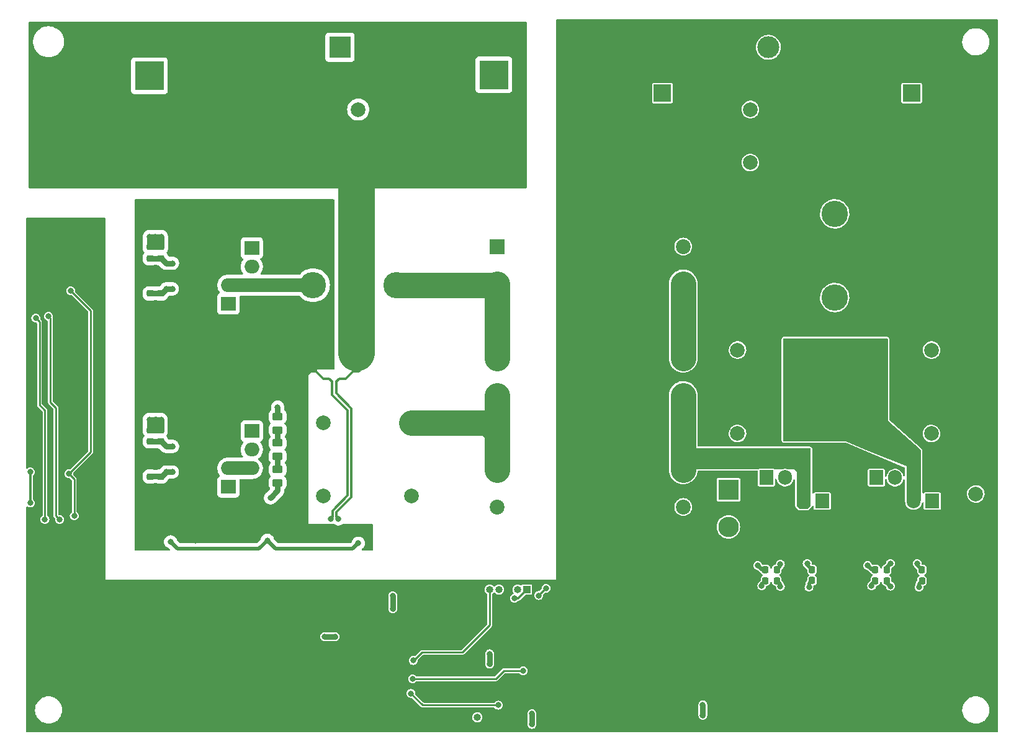
<source format=gbr>
%TF.GenerationSoftware,KiCad,Pcbnew,(6.0.9)*%
%TF.CreationDate,2023-07-13T02:30:16+01:00*%
%TF.ProjectId,Resonant_Converter_V1,5265736f-6e61-46e7-945f-436f6e766572,rev?*%
%TF.SameCoordinates,Original*%
%TF.FileFunction,Copper,L2,Bot*%
%TF.FilePolarity,Positive*%
%FSLAX46Y46*%
G04 Gerber Fmt 4.6, Leading zero omitted, Abs format (unit mm)*
G04 Created by KiCad (PCBNEW (6.0.9)) date 2023-07-13 02:30:16*
%MOMM*%
%LPD*%
G01*
G04 APERTURE LIST*
G04 Aperture macros list*
%AMRoundRect*
0 Rectangle with rounded corners*
0 $1 Rounding radius*
0 $2 $3 $4 $5 $6 $7 $8 $9 X,Y pos of 4 corners*
0 Add a 4 corners polygon primitive as box body*
4,1,4,$2,$3,$4,$5,$6,$7,$8,$9,$2,$3,0*
0 Add four circle primitives for the rounded corners*
1,1,$1+$1,$2,$3*
1,1,$1+$1,$4,$5*
1,1,$1+$1,$6,$7*
1,1,$1+$1,$8,$9*
0 Add four rect primitives between the rounded corners*
20,1,$1+$1,$2,$3,$4,$5,0*
20,1,$1+$1,$4,$5,$6,$7,0*
20,1,$1+$1,$6,$7,$8,$9,0*
20,1,$1+$1,$8,$9,$2,$3,0*%
G04 Aperture macros list end*
%TA.AperFunction,ComponentPad*%
%ADD10C,2.000000*%
%TD*%
%TA.AperFunction,ComponentPad*%
%ADD11C,4.000000*%
%TD*%
%TA.AperFunction,ComponentPad*%
%ADD12R,4.000000X4.000000*%
%TD*%
%TA.AperFunction,ComponentPad*%
%ADD13C,3.600000*%
%TD*%
%TA.AperFunction,ComponentPad*%
%ADD14R,3.000000X3.000000*%
%TD*%
%TA.AperFunction,ComponentPad*%
%ADD15C,3.000000*%
%TD*%
%TA.AperFunction,ComponentPad*%
%ADD16R,2.025000X2.025000*%
%TD*%
%TA.AperFunction,ComponentPad*%
%ADD17C,2.025000*%
%TD*%
%TA.AperFunction,ComponentPad*%
%ADD18R,2.400000X2.400000*%
%TD*%
%TA.AperFunction,ComponentPad*%
%ADD19C,2.400000*%
%TD*%
%TA.AperFunction,ComponentPad*%
%ADD20R,2.800000X2.800000*%
%TD*%
%TA.AperFunction,ComponentPad*%
%ADD21O,2.800000X2.800000*%
%TD*%
%TA.AperFunction,ComponentPad*%
%ADD22R,1.000000X1.000000*%
%TD*%
%TA.AperFunction,ComponentPad*%
%ADD23O,1.000000X1.000000*%
%TD*%
%TA.AperFunction,ComponentPad*%
%ADD24R,1.905000X2.000000*%
%TD*%
%TA.AperFunction,ComponentPad*%
%ADD25O,1.905000X2.000000*%
%TD*%
%TA.AperFunction,SMDPad,CuDef*%
%ADD26RoundRect,0.225000X-0.250000X0.225000X-0.250000X-0.225000X0.250000X-0.225000X0.250000X0.225000X0*%
%TD*%
%TA.AperFunction,SMDPad,CuDef*%
%ADD27RoundRect,0.250000X-0.450000X0.262500X-0.450000X-0.262500X0.450000X-0.262500X0.450000X0.262500X0*%
%TD*%
%TA.AperFunction,SMDPad,CuDef*%
%ADD28RoundRect,0.225000X-0.225000X-0.250000X0.225000X-0.250000X0.225000X0.250000X-0.225000X0.250000X0*%
%TD*%
%TA.AperFunction,ComponentPad*%
%ADD29R,2.000000X1.905000*%
%TD*%
%TA.AperFunction,ComponentPad*%
%ADD30O,2.000000X1.905000*%
%TD*%
%TA.AperFunction,SMDPad,CuDef*%
%ADD31RoundRect,0.250000X0.362500X1.425000X-0.362500X1.425000X-0.362500X-1.425000X0.362500X-1.425000X0*%
%TD*%
%TA.AperFunction,SMDPad,CuDef*%
%ADD32RoundRect,0.225000X0.225000X0.250000X-0.225000X0.250000X-0.225000X-0.250000X0.225000X-0.250000X0*%
%TD*%
%TA.AperFunction,SMDPad,CuDef*%
%ADD33RoundRect,0.225000X0.250000X-0.225000X0.250000X0.225000X-0.250000X0.225000X-0.250000X-0.225000X0*%
%TD*%
%TA.AperFunction,ViaPad*%
%ADD34C,0.800000*%
%TD*%
%TA.AperFunction,Conductor*%
%ADD35C,0.500000*%
%TD*%
%TA.AperFunction,Conductor*%
%ADD36C,0.320000*%
%TD*%
%TA.AperFunction,Conductor*%
%ADD37C,0.800000*%
%TD*%
%TA.AperFunction,Conductor*%
%ADD38C,0.250000*%
%TD*%
%TA.AperFunction,Conductor*%
%ADD39C,1.900000*%
%TD*%
%TA.AperFunction,Conductor*%
%ADD40C,5.000000*%
%TD*%
%TA.AperFunction,Conductor*%
%ADD41C,3.500000*%
%TD*%
%TA.AperFunction,Conductor*%
%ADD42C,1.000000*%
%TD*%
G04 APERTURE END LIST*
D10*
%TO.P,C51,2*%
%TO.N,Net-(C20-Pad2)*%
X147245000Y-72600000D03*
%TO.P,C51,1*%
%TO.N,/LV_SN_H*%
X154745000Y-72600000D03*
%TD*%
%TO.P,C50,2*%
%TO.N,Net-(C20-Pad2)*%
X173700000Y-72600000D03*
%TO.P,C50,1*%
%TO.N,/LV_SN_H*%
X166200000Y-72600000D03*
%TD*%
%TO.P,C49,1*%
%TO.N,/LV_SN_H*%
X166200000Y-84000000D03*
%TO.P,C49,2*%
%TO.N,Net-(C20-Pad2)*%
X173700000Y-84000000D03*
%TD*%
%TO.P,C20,1*%
%TO.N,/LV_SN_H*%
X154745000Y-84000000D03*
%TO.P,C20,2*%
%TO.N,Net-(C20-Pad2)*%
X147245000Y-84000000D03*
%TD*%
D11*
%TO.P,C32,2*%
%TO.N,GND1*%
X114000000Y-45000000D03*
D12*
%TO.P,C32,1*%
%TO.N,VBUS*%
X114000000Y-35000000D03*
%TD*%
D13*
%TO.P,L1,1,1*%
%TO.N,Net-(L1-Pad1)*%
X160500000Y-54000000D03*
%TO.P,L1,2,2*%
%TO.N,Net-(C20-Pad2)*%
X160500000Y-65430000D03*
%TD*%
D14*
%TO.P,J3,1,Pin_1*%
%TO.N,VBUS*%
X93000000Y-31250000D03*
D15*
%TO.P,J3,2,Pin_2*%
%TO.N,GND1*%
X87920000Y-31250000D03*
%TD*%
D12*
%TO.P,C54,1*%
%TO.N,VBUS*%
X67000000Y-35144630D03*
D11*
%TO.P,C54,2*%
%TO.N,GND1*%
X67000000Y-45144630D03*
%TD*%
D13*
%TO.P,L2,1,1*%
%TO.N,Net-(L2-Pad1)*%
X100750000Y-63750000D03*
%TO.P,L2,2,2*%
%TO.N,Net-(C6-Pad2)*%
X89320000Y-63750000D03*
%TD*%
D10*
%TO.P,C22,1*%
%TO.N,Net-(C22-Pad1)*%
X102750000Y-82500000D03*
%TO.P,C22,2*%
%TO.N,Net-(C19-Pad1)*%
X102750000Y-92500000D03*
%TD*%
D16*
%TO.P,U8,1,1*%
%TO.N,unconnected-(U8-Pad1)*%
X114435000Y-58470000D03*
D17*
%TO.P,U8,2,2*%
%TO.N,Net-(L2-Pad1)*%
X114435000Y-63550000D03*
%TO.P,U8,3,3*%
X114435000Y-68630000D03*
%TO.P,U8,4,4*%
X114435000Y-73710000D03*
%TO.P,U8,5,5*%
%TO.N,Net-(C22-Pad1)*%
X114435000Y-78790000D03*
%TO.P,U8,6,6*%
X114435000Y-83870000D03*
%TO.P,U8,7,7*%
X114435000Y-88950000D03*
%TO.P,U8,8,8*%
%TO.N,unconnected-(U8-Pad8)*%
X114435000Y-94030000D03*
%TO.P,U8,9,9*%
%TO.N,unconnected-(U8-Pad9)*%
X139835000Y-94030000D03*
%TO.P,U8,10,10*%
%TO.N,/LV_SN_L*%
X139835000Y-88950000D03*
%TO.P,U8,11,11*%
X139835000Y-83870000D03*
%TO.P,U8,12,12*%
X139835000Y-78790000D03*
%TO.P,U8,13,13*%
%TO.N,Net-(L1-Pad1)*%
X139835000Y-73710000D03*
%TO.P,U8,14,14*%
X139835000Y-68630000D03*
%TO.P,U8,15,15*%
X139835000Y-63550000D03*
%TO.P,U8,16,16*%
%TO.N,unconnected-(U8-Pad16)*%
X139835000Y-58470000D03*
%TD*%
D18*
%TO.P,C41,1*%
%TO.N,+BATT*%
X171000000Y-37500000D03*
D19*
%TO.P,C41,2*%
%TO.N,GND2*%
X171000000Y-45000000D03*
%TD*%
D10*
%TO.P,C21,1*%
%TO.N,+BATT*%
X149000000Y-39750000D03*
%TO.P,C21,2*%
%TO.N,GND2*%
X159000000Y-39750000D03*
%TD*%
%TO.P,C48,2*%
%TO.N,GND2*%
X179750000Y-102250000D03*
%TO.P,C48,1*%
%TO.N,+BATT*%
X179750000Y-92250000D03*
%TD*%
%TO.P,C5,1*%
%TO.N,+BATT*%
X149000000Y-47000000D03*
%TO.P,C5,2*%
%TO.N,GND2*%
X159000000Y-47000000D03*
%TD*%
D20*
%TO.P,D2,1,K*%
%TO.N,+BATT*%
X146000000Y-91670000D03*
D21*
%TO.P,D2,2,A*%
%TO.N,Net-(D2-Pad2)*%
X146000000Y-96750000D03*
%TD*%
D18*
%TO.P,C53,1*%
%TO.N,+BATT*%
X137000000Y-37500000D03*
D19*
%TO.P,C53,2*%
%TO.N,GND2*%
X137000000Y-45000000D03*
%TD*%
D10*
%TO.P,C52,1*%
%TO.N,Net-(C22-Pad1)*%
X90750000Y-82500000D03*
%TO.P,C52,2*%
%TO.N,Net-(C19-Pad1)*%
X90750000Y-92500000D03*
%TD*%
%TO.P,C33,1*%
%TO.N,VBUS*%
X95500000Y-39750000D03*
%TO.P,C33,2*%
%TO.N,GND1*%
X85500000Y-39750000D03*
%TD*%
D22*
%TO.P,J5,1,Pin_1*%
%TO.N,GND2*%
X113000000Y-122750000D03*
D23*
%TO.P,J5,2,Pin_2*%
%TO.N,Net-(J5-Pad2)*%
X111730000Y-122750000D03*
%TD*%
D22*
%TO.P,J4,1,Pin_1*%
%TO.N,+3.3V*%
X118500000Y-105300000D03*
D23*
%TO.P,J4,2,Pin_2*%
%TO.N,/SWCLK*%
X117230000Y-105300000D03*
%TO.P,J4,3,Pin_3*%
%TO.N,GND2*%
X115960000Y-105300000D03*
%TO.P,J4,4,Pin_4*%
%TO.N,/SWDIO*%
X114690000Y-105300000D03*
%TO.P,J4,5,Pin_5*%
%TO.N,/NRST*%
X113420000Y-105300000D03*
%TD*%
D14*
%TO.P,J1,1,Pin_1*%
%TO.N,GND2*%
X156540000Y-31250000D03*
D15*
%TO.P,J1,2,Pin_2*%
%TO.N,+BATT*%
X151460000Y-31250000D03*
%TD*%
D24*
%TO.P,Q2,1,G*%
%TO.N,Net-(D12-Pad2)*%
X166180000Y-90027500D03*
D25*
%TO.P,Q2,2,D*%
%TO.N,+BATT*%
X168720000Y-90027500D03*
%TO.P,Q2,3,S*%
%TO.N,/LV_SN_H*%
X171260000Y-90027500D03*
%TD*%
D26*
%TO.P,C8,1*%
%TO.N,+12V*%
X67107500Y-64870000D03*
%TO.P,C8,2*%
%TO.N,GND*%
X67107500Y-66420000D03*
%TD*%
D27*
%TO.P,R26,1*%
%TO.N,VBUS*%
X84500000Y-81687500D03*
%TO.P,R26,2*%
%TO.N,Net-(R25-Pad1)*%
X84500000Y-83512500D03*
%TD*%
D28*
%TO.P,C72,1*%
%TO.N,+12L*%
X172401904Y-104100000D03*
%TO.P,C72,2*%
%TO.N,GND2*%
X173951904Y-104100000D03*
%TD*%
D29*
%TO.P,Q5,1,G*%
%TO.N,Net-(D11-Pad2)*%
X77777500Y-91285000D03*
D30*
%TO.P,Q5,2,D*%
%TO.N,Net-(C19-Pad1)*%
X77777500Y-88745000D03*
%TO.P,Q5,3,S*%
%TO.N,GND*%
X77777500Y-86205000D03*
%TD*%
D31*
%TO.P,R14,1*%
%TO.N,GND1*%
X95212500Y-74000000D03*
%TO.P,R14,2*%
%TO.N,GND*%
X89287500Y-74000000D03*
%TD*%
D32*
%TO.P,C83,1*%
%TO.N,/LV_SN_L*%
X152590000Y-102600000D03*
%TO.P,C83,2*%
%TO.N,/VDDA_B_LV*%
X151040000Y-102600000D03*
%TD*%
D27*
%TO.P,R24,1*%
%TO.N,Net-(R24-Pad1)*%
X84500000Y-88887500D03*
%TO.P,R24,2*%
%TO.N,Net-(C66-Pad1)*%
X84500000Y-90712500D03*
%TD*%
D28*
%TO.P,C84,1*%
%TO.N,+12L*%
X157390000Y-104050000D03*
%TO.P,C84,2*%
%TO.N,GND2*%
X158940000Y-104050000D03*
%TD*%
D32*
%TO.P,C76,1*%
%TO.N,GND2*%
X173940000Y-102600000D03*
%TO.P,C76,2*%
%TO.N,+12L*%
X172390000Y-102600000D03*
%TD*%
%TO.P,C85,2*%
%TO.N,+12L*%
X157390000Y-102600000D03*
%TO.P,C85,1*%
%TO.N,GND2*%
X158940000Y-102600000D03*
%TD*%
D26*
%TO.P,C7,1*%
%TO.N,/VDDA_A_HV*%
X67107500Y-58525000D03*
%TO.P,C7,2*%
%TO.N,Net-(C6-Pad2)*%
X67107500Y-60075000D03*
%TD*%
D24*
%TO.P,Q7,1,G*%
%TO.N,Net-(D15-Pad2)*%
X151180000Y-90027500D03*
D25*
%TO.P,Q7,2,D*%
%TO.N,+BATT*%
X153720000Y-90027500D03*
%TO.P,Q7,3,S*%
%TO.N,/LV_SN_L*%
X156260000Y-90027500D03*
%TD*%
D33*
%TO.P,C24,1*%
%TO.N,GND*%
X67107500Y-91420000D03*
%TO.P,C24,2*%
%TO.N,+12V*%
X67107500Y-89870000D03*
%TD*%
D26*
%TO.P,C25,1*%
%TO.N,+12V*%
X68547500Y-89870000D03*
%TO.P,C25,2*%
%TO.N,GND*%
X68547500Y-91420000D03*
%TD*%
D24*
%TO.P,Q6,1,G*%
%TO.N,Net-(D13-Pad2)*%
X173800000Y-93222500D03*
D25*
%TO.P,Q6,2,D*%
%TO.N,/LV_SN_H*%
X171260000Y-93222500D03*
%TO.P,Q6,3,S*%
%TO.N,GND2*%
X168720000Y-93222500D03*
%TD*%
D27*
%TO.P,R25,1*%
%TO.N,Net-(R25-Pad1)*%
X84500000Y-85287500D03*
%TO.P,R25,2*%
%TO.N,Net-(R24-Pad1)*%
X84500000Y-87112500D03*
%TD*%
D28*
%TO.P,C82,1*%
%TO.N,/VDDA_B_LV*%
X151045000Y-104090000D03*
%TO.P,C82,2*%
%TO.N,/LV_SN_L*%
X152595000Y-104090000D03*
%TD*%
D33*
%TO.P,C19,1*%
%TO.N,Net-(C19-Pad1)*%
X68530000Y-85075000D03*
%TO.P,C19,2*%
%TO.N,/VDDA_B_HV*%
X68530000Y-83525000D03*
%TD*%
D28*
%TO.P,C71,1*%
%TO.N,/VDDA_A_LV*%
X166040000Y-102600000D03*
%TO.P,C71,2*%
%TO.N,/LV_SN_H*%
X167590000Y-102600000D03*
%TD*%
D26*
%TO.P,C6,1*%
%TO.N,/VDDA_A_HV*%
X68547500Y-58525000D03*
%TO.P,C6,2*%
%TO.N,Net-(C6-Pad2)*%
X68547500Y-60075000D03*
%TD*%
D24*
%TO.P,Q8,1,G*%
%TO.N,Net-(D16-Pad2)*%
X158800000Y-93222500D03*
D25*
%TO.P,Q8,2,D*%
%TO.N,/LV_SN_L*%
X156260000Y-93222500D03*
%TO.P,Q8,3,S*%
%TO.N,GND2*%
X153720000Y-93222500D03*
%TD*%
D29*
%TO.P,Q3,1,G*%
%TO.N,Net-(D7-Pad2)*%
X77777500Y-66285000D03*
D30*
%TO.P,Q3,2,D*%
%TO.N,Net-(C6-Pad2)*%
X77777500Y-63745000D03*
%TO.P,Q3,3,S*%
%TO.N,GND*%
X77777500Y-61205000D03*
%TD*%
D29*
%TO.P,Q4,1,G*%
%TO.N,Net-(D10-Pad2)*%
X80972500Y-83665000D03*
D30*
%TO.P,Q4,2,D*%
%TO.N,VBUS*%
X80972500Y-86205000D03*
%TO.P,Q4,3,S*%
%TO.N,Net-(C19-Pad1)*%
X80972500Y-88745000D03*
%TD*%
D33*
%TO.P,C9,1*%
%TO.N,GND*%
X68547500Y-66420000D03*
%TO.P,C9,2*%
%TO.N,+12V*%
X68547500Y-64870000D03*
%TD*%
D26*
%TO.P,C23,1*%
%TO.N,/VDDA_B_HV*%
X67107500Y-83525000D03*
%TO.P,C23,2*%
%TO.N,Net-(C19-Pad1)*%
X67107500Y-85075000D03*
%TD*%
D28*
%TO.P,C28,1*%
%TO.N,/VDDA_A_LV*%
X166040000Y-104090000D03*
%TO.P,C28,2*%
%TO.N,/LV_SN_H*%
X167590000Y-104090000D03*
%TD*%
D29*
%TO.P,Q1,1,G*%
%TO.N,Net-(D5-Pad2)*%
X80972500Y-58665000D03*
D30*
%TO.P,Q1,2,D*%
%TO.N,VBUS*%
X80972500Y-61205000D03*
%TO.P,Q1,3,S*%
%TO.N,Net-(C6-Pad2)*%
X80972500Y-63745000D03*
%TD*%
D34*
%TO.N,GND2*%
X128900000Y-107900000D03*
X51000000Y-118250000D03*
X54750000Y-108250000D03*
X59250000Y-119000000D03*
%TO.N,+5V*%
X50750000Y-89250000D03*
X50740000Y-93490000D03*
%TO.N,GND2*%
X51950000Y-115300000D03*
%TO.N,+3.3V*%
X119200000Y-123724500D03*
X100200000Y-106150500D03*
X120130378Y-106119622D03*
X100200000Y-107950000D03*
X116800000Y-106500000D03*
X90890500Y-111725000D03*
X142500000Y-122474500D03*
X119200000Y-122275500D03*
X121119622Y-105130378D03*
X92350000Y-111725000D03*
X142500000Y-121025500D03*
%TO.N,VBUS*%
X84500000Y-80400000D03*
%TO.N,GND*%
X68500000Y-73300000D03*
X75036000Y-75000000D03*
X76775000Y-96125000D03*
X67030000Y-92845000D03*
X73300000Y-98600000D03*
X67827500Y-67850000D03*
X67027500Y-67850000D03*
X74277500Y-89005000D03*
X89250000Y-98500000D03*
X68250000Y-98050000D03*
X72300000Y-64000000D03*
X95538574Y-97511971D03*
X78900000Y-95600000D03*
X83050000Y-96650000D03*
X67830000Y-92845000D03*
X77900000Y-98400000D03*
X68627500Y-67850000D03*
X91725000Y-95650000D03*
X68750000Y-70000000D03*
X71250000Y-96550000D03*
X68630000Y-92845000D03*
%TO.N,/NRST*%
X103000000Y-115000000D03*
%TO.N,+5VD*%
X95500000Y-99000000D03*
X69900000Y-98800000D03*
X83100000Y-98600000D03*
%TO.N,Net-(C12-Pad1)*%
X56750000Y-95250000D03*
X56250000Y-64500000D03*
X56000000Y-89500000D03*
%TO.N,Net-(C66-Pad1)*%
X83525000Y-92775000D03*
%TO.N,D2_Sigma_Delta*%
X102900000Y-117500000D03*
X118000000Y-116400000D03*
%TO.N,D4_Sigma_Delta*%
X114600000Y-121100000D03*
X102700000Y-119500000D03*
%TO.N,+12V*%
X70127500Y-64250000D03*
X69300000Y-89250000D03*
X69300000Y-64250000D03*
X70127500Y-89250000D03*
%TO.N,Net-(C19-Pad1)*%
X70150000Y-85750000D03*
X69300000Y-85750000D03*
%TO.N,GND1*%
X92775000Y-95650000D03*
%TO.N,+12L*%
X156740000Y-101750000D03*
X171990000Y-105000000D03*
X156990000Y-105000000D03*
X171740000Y-101750000D03*
%TO.N,GND2*%
X123290000Y-107290000D03*
X159990000Y-104750000D03*
X55000000Y-56250000D03*
X154390000Y-111200000D03*
X144250000Y-109000000D03*
X149490000Y-111250000D03*
X164490000Y-111250000D03*
X169250000Y-111000000D03*
X106250000Y-111600201D03*
X137750000Y-107250000D03*
X155990000Y-117250000D03*
X55250000Y-93000000D03*
X137750000Y-112500000D03*
X139050000Y-118900000D03*
X141000000Y-101250000D03*
X55250000Y-68000000D03*
X95650000Y-114050000D03*
X156490000Y-96750000D03*
X51000000Y-71373500D03*
X105250000Y-115000000D03*
X114000000Y-111500000D03*
X105000000Y-116500000D03*
X128750000Y-120500000D03*
X169740000Y-118000000D03*
X102575000Y-109525000D03*
X111500000Y-115700000D03*
X111800000Y-109800000D03*
X144250000Y-107250000D03*
X55250000Y-62000000D03*
X78600000Y-111000000D03*
X55250000Y-87000000D03*
X99125000Y-118500000D03*
X137750000Y-109000000D03*
X94150000Y-114050000D03*
X55385000Y-74473500D03*
X145250000Y-101750000D03*
X171490000Y-96750000D03*
X116250000Y-117250000D03*
X89500000Y-110250000D03*
X159990000Y-102000000D03*
X52000000Y-84250000D03*
X174990000Y-102000000D03*
X128500000Y-104750000D03*
X93250000Y-113150000D03*
X108800000Y-122200000D03*
X123290000Y-106250000D03*
X111700000Y-113500000D03*
X160740000Y-115750000D03*
X114500000Y-116000000D03*
X106300000Y-106700000D03*
X137750000Y-110750000D03*
X86500000Y-119500000D03*
X153390000Y-118975500D03*
X55385000Y-72223500D03*
X52250000Y-59250000D03*
X174990000Y-105000000D03*
X117000000Y-110000000D03*
X144250000Y-110750000D03*
X170750000Y-117250000D03*
X111575000Y-106475000D03*
X122250000Y-119750000D03*
X175740000Y-115750000D03*
X110250000Y-111500000D03*
X144250000Y-112500000D03*
X134500000Y-111000000D03*
X120799500Y-110000000D03*
X57250000Y-79750000D03*
X103362500Y-113362500D03*
X83500000Y-108750000D03*
X117250000Y-115250000D03*
X115750000Y-121950000D03*
%TO.N,A_H_HV*%
X51500000Y-68250000D03*
X52750000Y-95750000D03*
%TO.N,A_L_HV*%
X113400000Y-115500000D03*
X53250000Y-68000000D03*
X54750000Y-95750000D03*
X113400000Y-114084815D03*
%TO.N,/VDDA_A_HV*%
X68627500Y-57100000D03*
X67027500Y-57100000D03*
X67827500Y-57100000D03*
%TO.N,/VDDA_B_HV*%
X67800000Y-82095000D03*
X67000000Y-82095000D03*
X68600000Y-82095000D03*
%TO.N,/VDDA_A_LV*%
X164990000Y-102024500D03*
X165533110Y-104812349D03*
%TO.N,/VDDA_B_LV*%
X149990000Y-102024500D03*
X150545000Y-104805000D03*
%TO.N,Net-(C6-Pad2)*%
X70150000Y-60750000D03*
X69300000Y-60750000D03*
%TO.N,/LV_SN_H*%
X168085000Y-101750000D03*
X168086763Y-104852047D03*
%TO.N,/LV_SN_L*%
X153085000Y-101845000D03*
X153085000Y-104905000D03*
%TD*%
D35*
%TO.N,+12L*%
X156740000Y-101950000D02*
X157390000Y-102600000D01*
X156740000Y-101750000D02*
X156740000Y-101950000D01*
D36*
%TO.N,+5V*%
X50740000Y-89260000D02*
X50740000Y-93490000D01*
X50750000Y-89250000D02*
X50740000Y-89260000D01*
D37*
%TO.N,+3.3V*%
X92350000Y-111725000D02*
X90890500Y-111725000D01*
D36*
X121119622Y-105130378D02*
X120130378Y-106119622D01*
X118500000Y-105300000D02*
X117300000Y-106500000D01*
X117300000Y-106500000D02*
X116800000Y-106500000D01*
D37*
X142500000Y-121025500D02*
X142500000Y-122474500D01*
X100200000Y-107950000D02*
X100200000Y-106150500D01*
X119200000Y-122275500D02*
X119200000Y-123724500D01*
%TO.N,VBUS*%
X84500000Y-81687500D02*
X84500000Y-80400000D01*
D36*
%TO.N,GND*%
X91900000Y-76900000D02*
X91900000Y-78703052D01*
X90700000Y-76500000D02*
X91500000Y-76500000D01*
X91500000Y-76500000D02*
X91900000Y-76900000D01*
X89287500Y-74000000D02*
X89287500Y-75087500D01*
X91900000Y-78703052D02*
X94015000Y-80818052D01*
X94015000Y-80818052D02*
X94015000Y-92481948D01*
X94015000Y-92481948D02*
X91965000Y-94531948D01*
X91965000Y-95410000D02*
X91725000Y-95650000D01*
X89287500Y-75087500D02*
X90700000Y-76500000D01*
X91965000Y-94531948D02*
X91965000Y-95410000D01*
D38*
%TO.N,/NRST*%
X113420000Y-110180000D02*
X113420000Y-105300000D01*
X104200000Y-113900000D02*
X109700000Y-113900000D01*
X103100000Y-115000000D02*
X104200000Y-113900000D01*
X103000000Y-115000000D02*
X103100000Y-115000000D01*
X109700000Y-113900000D02*
X113420000Y-110180000D01*
D35*
%TO.N,+5VD*%
X83100000Y-98600000D02*
X81950000Y-99750000D01*
X70850000Y-99750000D02*
X69900000Y-98800000D01*
X94750000Y-99750000D02*
X95500000Y-99000000D01*
X83100000Y-98600000D02*
X84250000Y-99750000D01*
X84250000Y-99750000D02*
X94750000Y-99750000D01*
X81950000Y-99750000D02*
X70850000Y-99750000D01*
D38*
%TO.N,Net-(C12-Pad1)*%
X59000000Y-67250000D02*
X56250000Y-64500000D01*
X59000000Y-86500000D02*
X59000000Y-67250000D01*
X56000000Y-89500000D02*
X59000000Y-86500000D01*
X56750000Y-95250000D02*
X56750000Y-90250000D01*
X56750000Y-90250000D02*
X56000000Y-89500000D01*
D37*
%TO.N,Net-(C66-Pad1)*%
X84500000Y-91800000D02*
X84500000Y-90712500D01*
X83525000Y-92775000D02*
X84500000Y-91800000D01*
D38*
%TO.N,D2_Sigma_Delta*%
X114250000Y-117500000D02*
X115350000Y-116400000D01*
X102900000Y-117500000D02*
X114250000Y-117500000D01*
X115350000Y-116400000D02*
X118000000Y-116400000D01*
%TO.N,D4_Sigma_Delta*%
X104300000Y-121100000D02*
X114600000Y-121100000D01*
X102700000Y-119500000D02*
X104300000Y-121100000D01*
D37*
%TO.N,Net-(R24-Pad1)*%
X84500000Y-88887500D02*
X84500000Y-87112500D01*
%TO.N,Net-(R25-Pad1)*%
X84500000Y-85287500D02*
X84500000Y-83512500D01*
%TO.N,+12V*%
X68700000Y-64850000D02*
X69300000Y-64250000D01*
X67050000Y-64850000D02*
X68550000Y-64850000D01*
X68699405Y-89850918D02*
X69299405Y-89250918D01*
X67049405Y-89850918D02*
X68549405Y-89850918D01*
X69300000Y-64250000D02*
X70127500Y-64250000D01*
X68550000Y-64850000D02*
X68700000Y-64850000D01*
X69299405Y-89250918D02*
X70126905Y-89250918D01*
%TO.N,Net-(C19-Pad1)*%
X67040000Y-85070000D02*
X68540000Y-85070000D01*
D39*
X80972500Y-88745000D02*
X77777500Y-88745000D01*
D37*
X70150000Y-85750000D02*
X69300000Y-85750000D01*
X68625000Y-85075000D02*
X69300000Y-85750000D01*
D36*
%TO.N,GND1*%
X95212500Y-75087500D02*
X93800000Y-76500000D01*
X92535000Y-94768052D02*
X92535000Y-95410000D01*
X92500000Y-76900000D02*
X92500000Y-78496948D01*
X94585000Y-92718052D02*
X92535000Y-94768052D01*
X93800000Y-76500000D02*
X92900000Y-76500000D01*
X92535000Y-95410000D02*
X92775000Y-95650000D01*
X94585000Y-80581948D02*
X94585000Y-92718052D01*
X92900000Y-76500000D02*
X92500000Y-76900000D01*
X92500000Y-78496948D02*
X94585000Y-80581948D01*
D40*
X95250000Y-73000000D02*
X95250000Y-46250000D01*
D36*
X95212500Y-74000000D02*
X95212500Y-75087500D01*
D35*
%TO.N,+12L*%
X156990000Y-104450000D02*
X157390000Y-104050000D01*
X171740000Y-101750000D02*
X171740000Y-101950000D01*
X156990000Y-105000000D02*
X156990000Y-104450000D01*
X171740000Y-101950000D02*
X172390000Y-102600000D01*
X171990000Y-104511904D02*
X172401904Y-104100000D01*
X171990000Y-105000000D02*
X171990000Y-104511904D01*
D38*
%TO.N,A_H_HV*%
X52000000Y-68750000D02*
X51500000Y-68250000D01*
X52000000Y-80098528D02*
X52000000Y-68750000D01*
X52750000Y-95750000D02*
X52750000Y-80848528D01*
X52750000Y-80848528D02*
X52000000Y-80098528D01*
%TO.N,A_L_HV*%
X54250000Y-80500000D02*
X53500000Y-79750000D01*
X53500000Y-79750000D02*
X53500000Y-68250000D01*
D37*
X113400000Y-114084815D02*
X113400000Y-115500000D01*
D38*
X53500000Y-68250000D02*
X53250000Y-68000000D01*
X54250000Y-95250000D02*
X54250000Y-80500000D01*
X54750000Y-95750000D02*
X54250000Y-95250000D01*
D41*
%TO.N,Net-(C22-Pad1)*%
X113065000Y-82500000D02*
X114435000Y-83870000D01*
X102750000Y-82500000D02*
X113065000Y-82500000D01*
X114435000Y-88950000D02*
X114435000Y-83870000D01*
X114435000Y-78790000D02*
X114435000Y-83870000D01*
%TO.N,Net-(L1-Pad1)*%
X139835000Y-73710000D02*
X139835000Y-63550000D01*
%TO.N,Net-(L2-Pad1)*%
X100750000Y-63750000D02*
X114235000Y-63750000D01*
X114235000Y-63750000D02*
X114435000Y-63550000D01*
X114435000Y-73710000D02*
X114435000Y-63550000D01*
D37*
%TO.N,/VDDA_A_HV*%
X68627500Y-57100000D02*
X68627500Y-58445000D01*
X68627500Y-58445000D02*
X68547500Y-58525000D01*
X67775000Y-58525000D02*
X67107500Y-58525000D01*
X68547500Y-58525000D02*
X67775000Y-58525000D01*
X67027500Y-58445000D02*
X67107500Y-58525000D01*
X67027500Y-57100000D02*
X67027500Y-58445000D01*
X67027500Y-57100000D02*
X68627500Y-57100000D01*
D42*
X67827500Y-57500000D02*
X67827500Y-58250000D01*
D37*
%TO.N,/VDDA_B_HV*%
X68600000Y-82095000D02*
X68600000Y-83442500D01*
X67830000Y-83330000D02*
X68025000Y-83525000D01*
D42*
X67833479Y-82198610D02*
X67833479Y-83433610D01*
D37*
X67030000Y-82095000D02*
X67030000Y-83447500D01*
X68025000Y-83525000D02*
X68547500Y-83525000D01*
X67030000Y-83447500D02*
X67107500Y-83525000D01*
X67107500Y-83525000D02*
X68025000Y-83525000D01*
X67000000Y-82095000D02*
X68600000Y-82095000D01*
D35*
%TO.N,/VDDA_A_LV*%
X165533110Y-104596890D02*
X166040000Y-104090000D01*
X165533110Y-104812349D02*
X165533110Y-104596890D01*
X165565500Y-102600000D02*
X164990000Y-102024500D01*
X166040000Y-102600000D02*
X165565500Y-102600000D01*
%TO.N,/VDDA_B_LV*%
X150545000Y-104590000D02*
X151045000Y-104090000D01*
X150564500Y-102600000D02*
X151040000Y-102600000D01*
X149990000Y-102024500D02*
X149990000Y-102025500D01*
X149990000Y-102025500D02*
X150564500Y-102600000D01*
X150545000Y-104805000D02*
X150545000Y-104590000D01*
D37*
%TO.N,Net-(C6-Pad2)*%
X70150000Y-60750000D02*
X69300000Y-60750000D01*
D39*
X80972500Y-63745000D02*
X89315000Y-63745000D01*
X89315000Y-63745000D02*
X89320000Y-63750000D01*
D37*
X68625000Y-60075000D02*
X69300000Y-60750000D01*
X67000000Y-60075000D02*
X68500000Y-60075000D01*
D39*
X80972500Y-63745000D02*
X77777500Y-63745000D01*
D37*
X68500000Y-60075000D02*
X68625000Y-60075000D01*
D35*
%TO.N,/LV_SN_H*%
X167590000Y-102600000D02*
X167590000Y-102245000D01*
X167590000Y-104090000D02*
X167590000Y-104355284D01*
D39*
X171260000Y-90027500D02*
X171260000Y-93222500D01*
D35*
X167590000Y-104355284D02*
X168086763Y-104852047D01*
X167590000Y-102245000D02*
X168085000Y-101750000D01*
%TO.N,/LV_SN_L*%
X153085000Y-104580000D02*
X152595000Y-104090000D01*
X153085000Y-104905000D02*
X153085000Y-104580000D01*
D41*
X139835000Y-78790000D02*
X139835000Y-88950000D01*
D35*
X153085000Y-101845000D02*
X153085000Y-102105000D01*
X153085000Y-102105000D02*
X152590000Y-102600000D01*
%TD*%
%TA.AperFunction,Conductor*%
%TO.N,GND2*%
G36*
X182741621Y-27470502D02*
G01*
X182788114Y-27524158D01*
X182799500Y-27576500D01*
X182799500Y-124673500D01*
X182779498Y-124741621D01*
X182725842Y-124788114D01*
X182673500Y-124799500D01*
X50326500Y-124799500D01*
X50258379Y-124779498D01*
X50211886Y-124725842D01*
X50200500Y-124673500D01*
X50200500Y-123724500D01*
X118594318Y-123724500D01*
X118599500Y-123763861D01*
X118614956Y-123881262D01*
X118675464Y-124027341D01*
X118771718Y-124152782D01*
X118897159Y-124249036D01*
X119043238Y-124309544D01*
X119200000Y-124330182D01*
X119208188Y-124329104D01*
X119348574Y-124310622D01*
X119356762Y-124309544D01*
X119502841Y-124249036D01*
X119628282Y-124152782D01*
X119724536Y-124027341D01*
X119785044Y-123881262D01*
X119805682Y-123724500D01*
X119801578Y-123693327D01*
X119800500Y-123676881D01*
X119800500Y-122474500D01*
X141894318Y-122474500D01*
X141899500Y-122513861D01*
X141914956Y-122631262D01*
X141975464Y-122777341D01*
X142071718Y-122902782D01*
X142197159Y-122999036D01*
X142343238Y-123059544D01*
X142500000Y-123080182D01*
X142508188Y-123079104D01*
X142648574Y-123060622D01*
X142656762Y-123059544D01*
X142802841Y-122999036D01*
X142928282Y-122902782D01*
X143024536Y-122777341D01*
X143085044Y-122631262D01*
X143105682Y-122474500D01*
X143101578Y-122443327D01*
X143100500Y-122426881D01*
X143100500Y-121792095D01*
X177895028Y-121792095D01*
X177920534Y-122059431D01*
X177921619Y-122063865D01*
X177921620Y-122063871D01*
X177948963Y-122175612D01*
X177984364Y-122320285D01*
X177986076Y-122324511D01*
X177986077Y-122324515D01*
X178083469Y-122564963D01*
X178085182Y-122569192D01*
X178220875Y-122800938D01*
X178223728Y-122804505D01*
X178335225Y-122943925D01*
X178388601Y-123010669D01*
X178584846Y-123193991D01*
X178600403Y-123204783D01*
X178801746Y-123344461D01*
X178801751Y-123344464D01*
X178805499Y-123347064D01*
X178809584Y-123349096D01*
X178809587Y-123349098D01*
X178916864Y-123402467D01*
X179045938Y-123466680D01*
X179050272Y-123468101D01*
X179050275Y-123468102D01*
X179296793Y-123548915D01*
X179296798Y-123548916D01*
X179301126Y-123550335D01*
X179305617Y-123551115D01*
X179305618Y-123551115D01*
X179561936Y-123595620D01*
X179561944Y-123595621D01*
X179565717Y-123596276D01*
X179569554Y-123596467D01*
X179648996Y-123600422D01*
X179649004Y-123600422D01*
X179650567Y-123600500D01*
X179818223Y-123600500D01*
X179820491Y-123600335D01*
X179820503Y-123600335D01*
X179950823Y-123590879D01*
X180017846Y-123586016D01*
X180022301Y-123585032D01*
X180022304Y-123585032D01*
X180275620Y-123529105D01*
X180275624Y-123529104D01*
X180280080Y-123528120D01*
X180481893Y-123451660D01*
X180526941Y-123434593D01*
X180526944Y-123434592D01*
X180531211Y-123432975D01*
X180765976Y-123302574D01*
X180872248Y-123221470D01*
X180975833Y-123142417D01*
X180975837Y-123142413D01*
X180979458Y-123139650D01*
X181167185Y-122947614D01*
X181276820Y-122796992D01*
X181322538Y-122734183D01*
X181322540Y-122734180D01*
X181325225Y-122730491D01*
X181412313Y-122564963D01*
X181448140Y-122496868D01*
X181448143Y-122496862D01*
X181450265Y-122492828D01*
X181456738Y-122474500D01*
X181538165Y-122243916D01*
X181538165Y-122243915D01*
X181539688Y-122239603D01*
X181568762Y-122092094D01*
X181590739Y-121980594D01*
X181590740Y-121980588D01*
X181591620Y-121976122D01*
X181598287Y-121842195D01*
X181604745Y-121712474D01*
X181604745Y-121712468D01*
X181604972Y-121707905D01*
X181579466Y-121440569D01*
X181573965Y-121418085D01*
X181516721Y-121184149D01*
X181515636Y-121179715D01*
X181414818Y-120930808D01*
X181279125Y-120699062D01*
X181168211Y-120560371D01*
X181114251Y-120492897D01*
X181114250Y-120492895D01*
X181111399Y-120489331D01*
X180915154Y-120306009D01*
X180755436Y-120195208D01*
X180698254Y-120155539D01*
X180698249Y-120155536D01*
X180694501Y-120152936D01*
X180690416Y-120150904D01*
X180690413Y-120150902D01*
X180518560Y-120065407D01*
X180454062Y-120033320D01*
X180449728Y-120031899D01*
X180449725Y-120031898D01*
X180203207Y-119951085D01*
X180203202Y-119951084D01*
X180198874Y-119949665D01*
X180194382Y-119948885D01*
X179938064Y-119904380D01*
X179938056Y-119904379D01*
X179934283Y-119903724D01*
X179925622Y-119903293D01*
X179851004Y-119899578D01*
X179850996Y-119899578D01*
X179849433Y-119899500D01*
X179681777Y-119899500D01*
X179679509Y-119899665D01*
X179679497Y-119899665D01*
X179549177Y-119909121D01*
X179482154Y-119913984D01*
X179477699Y-119914968D01*
X179477696Y-119914968D01*
X179224380Y-119970895D01*
X179224376Y-119970896D01*
X179219920Y-119971880D01*
X179094355Y-120019452D01*
X178973059Y-120065407D01*
X178973056Y-120065408D01*
X178968789Y-120067025D01*
X178734024Y-120197426D01*
X178730392Y-120200198D01*
X178524167Y-120357583D01*
X178524163Y-120357587D01*
X178520542Y-120360350D01*
X178332815Y-120552386D01*
X178330130Y-120556075D01*
X178198005Y-120737595D01*
X178174775Y-120769509D01*
X178126582Y-120861109D01*
X178051860Y-121003132D01*
X178051857Y-121003138D01*
X178049735Y-121007172D01*
X178048215Y-121011477D01*
X178048213Y-121011481D01*
X177988804Y-121179715D01*
X177960312Y-121260397D01*
X177948542Y-121320112D01*
X177927218Y-121428304D01*
X177908380Y-121523878D01*
X177908153Y-121528431D01*
X177908153Y-121528434D01*
X177897076Y-121750964D01*
X177895028Y-121792095D01*
X143100500Y-121792095D01*
X143100500Y-121073119D01*
X143101578Y-121056673D01*
X143104604Y-121033688D01*
X143105682Y-121025500D01*
X143085044Y-120868738D01*
X143024536Y-120722659D01*
X142928282Y-120597218D01*
X142802841Y-120500964D01*
X142656762Y-120440456D01*
X142500000Y-120419818D01*
X142343238Y-120440456D01*
X142197159Y-120500964D01*
X142071718Y-120597218D01*
X141975464Y-120722659D01*
X141914956Y-120868738D01*
X141894318Y-121025500D01*
X141895396Y-121033688D01*
X141898422Y-121056673D01*
X141899500Y-121073119D01*
X141899500Y-122426881D01*
X141898422Y-122443327D01*
X141894318Y-122474500D01*
X119800500Y-122474500D01*
X119800500Y-122323119D01*
X119801578Y-122306673D01*
X119804604Y-122283688D01*
X119805682Y-122275500D01*
X119791399Y-122167007D01*
X119786122Y-122126926D01*
X119785044Y-122118738D01*
X119724536Y-121972659D01*
X119628282Y-121847218D01*
X119502841Y-121750964D01*
X119356762Y-121690456D01*
X119200000Y-121669818D01*
X119043238Y-121690456D01*
X118897159Y-121750964D01*
X118771718Y-121847218D01*
X118675464Y-121972659D01*
X118614956Y-122118738D01*
X118613878Y-122126926D01*
X118608601Y-122167007D01*
X118594318Y-122275500D01*
X118595396Y-122283688D01*
X118598422Y-122306673D01*
X118599500Y-122323119D01*
X118599500Y-123676881D01*
X118598422Y-123693327D01*
X118594318Y-123724500D01*
X50200500Y-123724500D01*
X50200500Y-121792095D01*
X51395028Y-121792095D01*
X51420534Y-122059431D01*
X51421619Y-122063865D01*
X51421620Y-122063871D01*
X51448963Y-122175612D01*
X51484364Y-122320285D01*
X51486076Y-122324511D01*
X51486077Y-122324515D01*
X51583469Y-122564963D01*
X51585182Y-122569192D01*
X51720875Y-122800938D01*
X51723728Y-122804505D01*
X51835225Y-122943925D01*
X51888601Y-123010669D01*
X52084846Y-123193991D01*
X52100403Y-123204783D01*
X52301746Y-123344461D01*
X52301751Y-123344464D01*
X52305499Y-123347064D01*
X52309584Y-123349096D01*
X52309587Y-123349098D01*
X52416864Y-123402467D01*
X52545938Y-123466680D01*
X52550272Y-123468101D01*
X52550275Y-123468102D01*
X52796793Y-123548915D01*
X52796798Y-123548916D01*
X52801126Y-123550335D01*
X52805617Y-123551115D01*
X52805618Y-123551115D01*
X53061936Y-123595620D01*
X53061944Y-123595621D01*
X53065717Y-123596276D01*
X53069554Y-123596467D01*
X53148996Y-123600422D01*
X53149004Y-123600422D01*
X53150567Y-123600500D01*
X53318223Y-123600500D01*
X53320491Y-123600335D01*
X53320503Y-123600335D01*
X53450823Y-123590879D01*
X53517846Y-123586016D01*
X53522301Y-123585032D01*
X53522304Y-123585032D01*
X53775620Y-123529105D01*
X53775624Y-123529104D01*
X53780080Y-123528120D01*
X53981893Y-123451660D01*
X54026941Y-123434593D01*
X54026944Y-123434592D01*
X54031211Y-123432975D01*
X54265976Y-123302574D01*
X54372248Y-123221470D01*
X54475833Y-123142417D01*
X54475837Y-123142413D01*
X54479458Y-123139650D01*
X54667185Y-122947614D01*
X54776820Y-122796992D01*
X54816403Y-122742611D01*
X111024394Y-122742611D01*
X111042999Y-122911135D01*
X111050867Y-122932634D01*
X111079424Y-123010669D01*
X111101266Y-123070356D01*
X111105502Y-123076659D01*
X111105502Y-123076660D01*
X111118574Y-123096113D01*
X111195830Y-123211083D01*
X111201442Y-123216190D01*
X111201445Y-123216193D01*
X111315612Y-123320077D01*
X111315616Y-123320080D01*
X111321233Y-123325191D01*
X111327906Y-123328814D01*
X111327910Y-123328817D01*
X111463558Y-123402467D01*
X111463560Y-123402468D01*
X111470235Y-123406092D01*
X111477584Y-123408020D01*
X111626883Y-123447188D01*
X111626885Y-123447188D01*
X111634233Y-123449116D01*
X111720609Y-123450473D01*
X111796161Y-123451660D01*
X111796164Y-123451660D01*
X111803760Y-123451779D01*
X111811165Y-123450083D01*
X111811166Y-123450083D01*
X111895544Y-123430758D01*
X111969029Y-123413928D01*
X112120498Y-123337747D01*
X112249423Y-123227634D01*
X112348361Y-123089947D01*
X112356237Y-123070356D01*
X112408766Y-122939687D01*
X112408767Y-122939685D01*
X112411601Y-122932634D01*
X112430344Y-122800938D01*
X112434909Y-122768862D01*
X112434909Y-122768859D01*
X112435490Y-122764778D01*
X112435645Y-122750000D01*
X112433840Y-122735080D01*
X112416188Y-122589220D01*
X112415276Y-122581680D01*
X112355345Y-122423077D01*
X112287605Y-122324515D01*
X112263614Y-122289608D01*
X112263613Y-122289607D01*
X112259312Y-122283349D01*
X112210213Y-122239603D01*
X112138392Y-122175612D01*
X112138388Y-122175610D01*
X112132721Y-122170560D01*
X111982881Y-122091224D01*
X111818441Y-122049919D01*
X111810843Y-122049879D01*
X111810841Y-122049879D01*
X111733668Y-122049475D01*
X111648895Y-122049031D01*
X111641508Y-122050805D01*
X111641504Y-122050805D01*
X111498162Y-122085220D01*
X111484032Y-122088612D01*
X111477288Y-122092093D01*
X111477285Y-122092094D01*
X111409800Y-122126926D01*
X111333369Y-122166375D01*
X111205604Y-122277831D01*
X111108113Y-122416547D01*
X111046524Y-122574513D01*
X111045532Y-122582046D01*
X111045532Y-122582047D01*
X111025504Y-122734183D01*
X111024394Y-122742611D01*
X54816403Y-122742611D01*
X54822538Y-122734183D01*
X54822540Y-122734180D01*
X54825225Y-122730491D01*
X54912313Y-122564963D01*
X54948140Y-122496868D01*
X54948143Y-122496862D01*
X54950265Y-122492828D01*
X54956738Y-122474500D01*
X55038165Y-122243916D01*
X55038165Y-122243915D01*
X55039688Y-122239603D01*
X55068762Y-122092094D01*
X55090739Y-121980594D01*
X55090740Y-121980588D01*
X55091620Y-121976122D01*
X55098287Y-121842195D01*
X55104745Y-121712474D01*
X55104745Y-121712468D01*
X55104972Y-121707905D01*
X55079466Y-121440569D01*
X55073965Y-121418085D01*
X55016721Y-121184149D01*
X55015636Y-121179715D01*
X54914818Y-120930808D01*
X54779125Y-120699062D01*
X54668211Y-120560371D01*
X54614251Y-120492897D01*
X54614250Y-120492895D01*
X54611399Y-120489331D01*
X54415154Y-120306009D01*
X54255436Y-120195208D01*
X54198254Y-120155539D01*
X54198249Y-120155536D01*
X54194501Y-120152936D01*
X54190416Y-120150904D01*
X54190413Y-120150902D01*
X54018560Y-120065407D01*
X53954062Y-120033320D01*
X53949728Y-120031899D01*
X53949725Y-120031898D01*
X53703207Y-119951085D01*
X53703202Y-119951084D01*
X53698874Y-119949665D01*
X53694382Y-119948885D01*
X53438064Y-119904380D01*
X53438056Y-119904379D01*
X53434283Y-119903724D01*
X53425622Y-119903293D01*
X53351004Y-119899578D01*
X53350996Y-119899578D01*
X53349433Y-119899500D01*
X53181777Y-119899500D01*
X53179509Y-119899665D01*
X53179497Y-119899665D01*
X53049177Y-119909121D01*
X52982154Y-119913984D01*
X52977699Y-119914968D01*
X52977696Y-119914968D01*
X52724380Y-119970895D01*
X52724376Y-119970896D01*
X52719920Y-119971880D01*
X52594355Y-120019452D01*
X52473059Y-120065407D01*
X52473056Y-120065408D01*
X52468789Y-120067025D01*
X52234024Y-120197426D01*
X52230392Y-120200198D01*
X52024167Y-120357583D01*
X52024163Y-120357587D01*
X52020542Y-120360350D01*
X51832815Y-120552386D01*
X51830130Y-120556075D01*
X51698005Y-120737595D01*
X51674775Y-120769509D01*
X51626582Y-120861109D01*
X51551860Y-121003132D01*
X51551857Y-121003138D01*
X51549735Y-121007172D01*
X51548215Y-121011477D01*
X51548213Y-121011481D01*
X51488804Y-121179715D01*
X51460312Y-121260397D01*
X51448542Y-121320112D01*
X51427218Y-121428304D01*
X51408380Y-121523878D01*
X51408153Y-121528431D01*
X51408153Y-121528434D01*
X51397076Y-121750964D01*
X51395028Y-121792095D01*
X50200500Y-121792095D01*
X50200500Y-119500000D01*
X102094318Y-119500000D01*
X102114956Y-119656762D01*
X102175464Y-119802841D01*
X102271718Y-119928282D01*
X102397159Y-120024536D01*
X102543238Y-120085044D01*
X102700000Y-120105682D01*
X102766843Y-120096882D01*
X102836990Y-120107821D01*
X102872383Y-120132709D01*
X104055889Y-121316215D01*
X104063316Y-121324319D01*
X104087545Y-121353194D01*
X104097094Y-121358707D01*
X104120185Y-121372039D01*
X104129456Y-121377945D01*
X104160316Y-121399554D01*
X104170966Y-121402408D01*
X104174134Y-121403885D01*
X104177410Y-121405077D01*
X104186955Y-121410588D01*
X104220699Y-121416538D01*
X104224058Y-121417130D01*
X104234785Y-121419508D01*
X104271193Y-121429264D01*
X104282169Y-121428304D01*
X104282172Y-121428304D01*
X104308743Y-121425979D01*
X104319724Y-121425500D01*
X114030714Y-121425500D01*
X114098835Y-121445502D01*
X114130677Y-121474796D01*
X114171718Y-121528282D01*
X114297159Y-121624536D01*
X114443238Y-121685044D01*
X114600000Y-121705682D01*
X114608188Y-121704604D01*
X114748574Y-121686122D01*
X114756762Y-121685044D01*
X114902841Y-121624536D01*
X115028282Y-121528282D01*
X115124536Y-121402841D01*
X115185044Y-121256762D01*
X115205682Y-121100000D01*
X115185044Y-120943238D01*
X115124536Y-120797159D01*
X115028282Y-120671718D01*
X114902841Y-120575464D01*
X114756762Y-120514956D01*
X114600000Y-120494318D01*
X114443238Y-120514956D01*
X114297159Y-120575464D01*
X114171718Y-120671718D01*
X114166695Y-120678264D01*
X114130677Y-120725204D01*
X114073339Y-120767071D01*
X114030714Y-120774500D01*
X104487016Y-120774500D01*
X104418895Y-120754498D01*
X104397921Y-120737595D01*
X103332709Y-119672383D01*
X103298683Y-119610071D01*
X103296882Y-119566842D01*
X103304604Y-119508188D01*
X103305682Y-119500000D01*
X103285044Y-119343238D01*
X103224536Y-119197159D01*
X103128282Y-119071718D01*
X103002841Y-118975464D01*
X102856762Y-118914956D01*
X102700000Y-118894318D01*
X102543238Y-118914956D01*
X102397159Y-118975464D01*
X102271718Y-119071718D01*
X102175464Y-119197159D01*
X102114956Y-119343238D01*
X102094318Y-119500000D01*
X50200500Y-119500000D01*
X50200500Y-117500000D01*
X102294318Y-117500000D01*
X102314956Y-117656762D01*
X102375464Y-117802841D01*
X102471718Y-117928282D01*
X102597159Y-118024536D01*
X102743238Y-118085044D01*
X102900000Y-118105682D01*
X102908188Y-118104604D01*
X103048574Y-118086122D01*
X103056762Y-118085044D01*
X103202841Y-118024536D01*
X103328282Y-117928282D01*
X103369323Y-117874796D01*
X103426661Y-117832929D01*
X103469286Y-117825500D01*
X114230290Y-117825500D01*
X114241272Y-117825980D01*
X114267820Y-117828303D01*
X114267822Y-117828303D01*
X114278807Y-117829264D01*
X114315215Y-117819508D01*
X114325942Y-117817130D01*
X114329301Y-117816538D01*
X114363045Y-117810588D01*
X114372590Y-117805077D01*
X114375866Y-117803885D01*
X114379034Y-117802408D01*
X114389684Y-117799554D01*
X114420544Y-117777945D01*
X114429815Y-117772039D01*
X114452906Y-117758707D01*
X114462455Y-117753194D01*
X114486685Y-117724317D01*
X114494111Y-117716215D01*
X115447921Y-116762405D01*
X115510233Y-116728379D01*
X115537016Y-116725500D01*
X117430714Y-116725500D01*
X117498835Y-116745502D01*
X117530677Y-116774796D01*
X117571718Y-116828282D01*
X117697159Y-116924536D01*
X117843238Y-116985044D01*
X118000000Y-117005682D01*
X118008188Y-117004604D01*
X118148574Y-116986122D01*
X118156762Y-116985044D01*
X118302841Y-116924536D01*
X118428282Y-116828282D01*
X118524536Y-116702841D01*
X118585044Y-116556762D01*
X118605682Y-116400000D01*
X118585044Y-116243238D01*
X118524536Y-116097159D01*
X118428282Y-115971718D01*
X118302841Y-115875464D01*
X118156762Y-115814956D01*
X118000000Y-115794318D01*
X117843238Y-115814956D01*
X117697159Y-115875464D01*
X117571718Y-115971718D01*
X117566695Y-115978264D01*
X117530677Y-116025204D01*
X117473339Y-116067071D01*
X117430714Y-116074500D01*
X115369710Y-116074500D01*
X115358728Y-116074020D01*
X115332180Y-116071697D01*
X115332178Y-116071697D01*
X115321193Y-116070736D01*
X115284785Y-116080492D01*
X115274058Y-116082870D01*
X115270699Y-116083462D01*
X115236955Y-116089412D01*
X115227410Y-116094923D01*
X115224134Y-116096115D01*
X115220966Y-116097592D01*
X115210316Y-116100446D01*
X115201285Y-116106770D01*
X115179456Y-116122055D01*
X115170185Y-116127961D01*
X115147094Y-116141293D01*
X115137545Y-116146806D01*
X115130459Y-116155251D01*
X115113315Y-116175682D01*
X115105889Y-116183785D01*
X114152079Y-117137595D01*
X114089767Y-117171621D01*
X114062984Y-117174500D01*
X103469286Y-117174500D01*
X103401165Y-117154498D01*
X103369323Y-117125204D01*
X103333305Y-117078264D01*
X103328282Y-117071718D01*
X103202841Y-116975464D01*
X103056762Y-116914956D01*
X102900000Y-116894318D01*
X102743238Y-116914956D01*
X102597159Y-116975464D01*
X102471718Y-117071718D01*
X102375464Y-117197159D01*
X102314956Y-117343238D01*
X102294318Y-117500000D01*
X50200500Y-117500000D01*
X50200500Y-115000000D01*
X102394318Y-115000000D01*
X102414956Y-115156762D01*
X102475464Y-115302841D01*
X102571718Y-115428282D01*
X102578264Y-115433305D01*
X102607918Y-115456059D01*
X102697159Y-115524536D01*
X102843238Y-115585044D01*
X103000000Y-115605682D01*
X103008188Y-115604604D01*
X103148574Y-115586122D01*
X103156762Y-115585044D01*
X103302841Y-115524536D01*
X103334817Y-115500000D01*
X112794318Y-115500000D01*
X112799500Y-115539361D01*
X112814956Y-115656762D01*
X112875464Y-115802841D01*
X112971718Y-115928282D01*
X113097159Y-116024536D01*
X113243238Y-116085044D01*
X113251426Y-116086122D01*
X113276416Y-116089412D01*
X113400000Y-116105682D01*
X113408188Y-116104604D01*
X113439772Y-116100446D01*
X113523584Y-116089412D01*
X113548574Y-116086122D01*
X113556762Y-116085044D01*
X113702841Y-116024536D01*
X113828282Y-115928282D01*
X113924536Y-115802841D01*
X113985044Y-115656762D01*
X114005682Y-115500000D01*
X114001578Y-115468827D01*
X114000500Y-115452381D01*
X114000500Y-114132434D01*
X114001578Y-114115988D01*
X114004604Y-114093003D01*
X114005682Y-114084815D01*
X113985044Y-113928053D01*
X113924536Y-113781974D01*
X113828282Y-113656533D01*
X113815606Y-113646806D01*
X113750282Y-113596682D01*
X113702841Y-113560279D01*
X113556762Y-113499771D01*
X113400000Y-113479133D01*
X113243238Y-113499771D01*
X113097159Y-113560279D01*
X113049718Y-113596682D01*
X112984395Y-113646806D01*
X112971718Y-113656533D01*
X112875464Y-113781974D01*
X112814956Y-113928053D01*
X112794318Y-114084815D01*
X112795396Y-114093003D01*
X112798422Y-114115988D01*
X112799500Y-114132434D01*
X112799500Y-115452381D01*
X112798422Y-115468827D01*
X112794318Y-115500000D01*
X103334817Y-115500000D01*
X103392082Y-115456059D01*
X103421736Y-115433305D01*
X103428282Y-115428282D01*
X103524536Y-115302841D01*
X103585044Y-115156762D01*
X103605682Y-115000000D01*
X103606881Y-115000158D01*
X103624606Y-114939791D01*
X103641509Y-114918817D01*
X104297921Y-114262405D01*
X104360233Y-114228379D01*
X104387016Y-114225500D01*
X109680290Y-114225500D01*
X109691272Y-114225980D01*
X109717820Y-114228303D01*
X109717822Y-114228303D01*
X109728807Y-114229264D01*
X109765215Y-114219508D01*
X109775942Y-114217130D01*
X109779301Y-114216538D01*
X109813045Y-114210588D01*
X109822590Y-114205077D01*
X109825866Y-114203885D01*
X109829034Y-114202408D01*
X109839684Y-114199554D01*
X109870544Y-114177945D01*
X109879815Y-114172039D01*
X109902906Y-114158707D01*
X109912455Y-114153194D01*
X109936685Y-114124317D01*
X109944111Y-114116215D01*
X113636222Y-110424105D01*
X113644326Y-110416678D01*
X113664749Y-110399541D01*
X113673194Y-110392455D01*
X113692039Y-110359815D01*
X113697943Y-110350547D01*
X113713231Y-110328713D01*
X113719553Y-110319684D01*
X113722406Y-110309038D01*
X113723883Y-110305870D01*
X113725076Y-110302593D01*
X113730588Y-110293045D01*
X113737132Y-110255931D01*
X113739512Y-110245196D01*
X113746410Y-110219454D01*
X113749263Y-110208807D01*
X113745979Y-110171269D01*
X113745500Y-110160288D01*
X113745500Y-106500000D01*
X116194318Y-106500000D01*
X116214956Y-106656762D01*
X116275464Y-106802841D01*
X116371718Y-106928282D01*
X116497159Y-107024536D01*
X116643238Y-107085044D01*
X116800000Y-107105682D01*
X116808188Y-107104604D01*
X116948574Y-107086122D01*
X116956762Y-107085044D01*
X117102841Y-107024536D01*
X117228282Y-106928282D01*
X117233306Y-106921735D01*
X117243313Y-106908694D01*
X117300652Y-106866827D01*
X117329794Y-106860500D01*
X117329950Y-106860500D01*
X117335072Y-106859647D01*
X117335077Y-106859647D01*
X117347881Y-106857516D01*
X117353757Y-106856679D01*
X117391628Y-106852197D01*
X117391630Y-106852196D01*
X117401967Y-106850973D01*
X117409808Y-106847208D01*
X117418387Y-106845780D01*
X117427556Y-106840833D01*
X117427558Y-106840832D01*
X117461108Y-106822730D01*
X117466397Y-106820035D01*
X117503011Y-106802453D01*
X117510156Y-106799022D01*
X117514210Y-106795614D01*
X117516143Y-106793681D01*
X117517856Y-106792110D01*
X117518196Y-106791926D01*
X117518249Y-106791984D01*
X117518502Y-106791761D01*
X117524008Y-106788790D01*
X117558695Y-106751266D01*
X117562124Y-106747700D01*
X118190202Y-106119622D01*
X119524696Y-106119622D01*
X119545334Y-106276384D01*
X119605842Y-106422463D01*
X119702096Y-106547904D01*
X119827537Y-106644158D01*
X119973616Y-106704666D01*
X120130378Y-106725304D01*
X120138566Y-106724226D01*
X120278952Y-106705744D01*
X120287140Y-106704666D01*
X120433219Y-106644158D01*
X120558660Y-106547904D01*
X120654914Y-106422463D01*
X120715422Y-106276384D01*
X120736060Y-106119622D01*
X120734982Y-106111434D01*
X120734982Y-106111430D01*
X120733019Y-106096517D01*
X120743959Y-106026368D01*
X120768846Y-105990978D01*
X120990978Y-105768846D01*
X121053290Y-105734820D01*
X121096517Y-105733019D01*
X121111430Y-105734982D01*
X121111434Y-105734982D01*
X121119622Y-105736060D01*
X121127810Y-105734982D01*
X121268196Y-105716500D01*
X121276384Y-105715422D01*
X121422463Y-105654914D01*
X121547904Y-105558660D01*
X121644158Y-105433219D01*
X121704666Y-105287140D01*
X121706425Y-105273783D01*
X121724140Y-105139220D01*
X121725304Y-105130378D01*
X121704666Y-104973616D01*
X121644158Y-104827537D01*
X121565948Y-104725612D01*
X121552927Y-104708642D01*
X121547904Y-104702096D01*
X121422463Y-104605842D01*
X121276384Y-104545334D01*
X121119622Y-104524696D01*
X120962860Y-104545334D01*
X120816781Y-104605842D01*
X120691340Y-104702096D01*
X120686317Y-104708642D01*
X120673296Y-104725612D01*
X120595086Y-104827537D01*
X120534578Y-104973616D01*
X120513940Y-105130378D01*
X120515018Y-105138566D01*
X120515018Y-105138570D01*
X120516981Y-105153483D01*
X120506041Y-105223632D01*
X120481154Y-105259022D01*
X120259022Y-105481154D01*
X120196710Y-105515180D01*
X120153483Y-105516981D01*
X120138570Y-105515018D01*
X120138566Y-105515018D01*
X120130378Y-105513940D01*
X119973616Y-105534578D01*
X119827537Y-105595086D01*
X119702096Y-105691340D01*
X119605842Y-105816781D01*
X119545334Y-105962860D01*
X119524696Y-106119622D01*
X118190202Y-106119622D01*
X118272419Y-106037405D01*
X118334731Y-106003379D01*
X118361514Y-106000500D01*
X119019748Y-106000500D01*
X119036399Y-105997188D01*
X119066061Y-105991288D01*
X119066062Y-105991288D01*
X119078231Y-105988867D01*
X119144552Y-105944552D01*
X119188867Y-105878231D01*
X119193431Y-105855289D01*
X119199293Y-105825816D01*
X119200500Y-105819748D01*
X119200500Y-104780252D01*
X119197475Y-104765043D01*
X119191288Y-104733939D01*
X119191288Y-104733938D01*
X119188867Y-104721769D01*
X119144552Y-104655448D01*
X119078231Y-104611133D01*
X119066062Y-104608712D01*
X119066061Y-104608712D01*
X119025816Y-104600707D01*
X119019748Y-104599500D01*
X117980252Y-104599500D01*
X117974184Y-104600707D01*
X117933939Y-104608712D01*
X117933938Y-104608712D01*
X117921769Y-104611133D01*
X117855448Y-104655448D01*
X117848557Y-104665761D01*
X117848555Y-104665763D01*
X117825518Y-104700240D01*
X117771041Y-104745768D01*
X117700598Y-104754615D01*
X117645658Y-104728465D01*
X117644628Y-104729947D01*
X117638391Y-104725612D01*
X117632721Y-104720560D01*
X117615176Y-104711270D01*
X117529223Y-104665761D01*
X117482881Y-104641224D01*
X117318441Y-104599919D01*
X117310843Y-104599879D01*
X117310841Y-104599879D01*
X117233668Y-104599475D01*
X117148895Y-104599031D01*
X117141508Y-104600805D01*
X117141504Y-104600805D01*
X117000722Y-104634605D01*
X116984032Y-104638612D01*
X116977288Y-104642093D01*
X116977285Y-104642094D01*
X116881530Y-104691517D01*
X116833369Y-104716375D01*
X116827647Y-104721367D01*
X116827645Y-104721368D01*
X116777056Y-104765500D01*
X116705604Y-104827831D01*
X116672416Y-104875053D01*
X116617231Y-104953574D01*
X116608113Y-104966547D01*
X116546524Y-105124513D01*
X116545532Y-105132046D01*
X116545532Y-105132047D01*
X116526011Y-105280329D01*
X116524394Y-105292611D01*
X116542999Y-105461135D01*
X116553973Y-105491122D01*
X116595502Y-105604604D01*
X116601266Y-105620356D01*
X116605499Y-105626656D01*
X116605504Y-105626665D01*
X116679403Y-105736639D01*
X116700795Y-105804336D01*
X116682190Y-105872852D01*
X116623040Y-105923322D01*
X116497159Y-105975464D01*
X116371718Y-106071718D01*
X116275464Y-106197159D01*
X116214956Y-106343238D01*
X116194318Y-106500000D01*
X113745500Y-106500000D01*
X113745500Y-105997397D01*
X113765502Y-105929276D01*
X113801772Y-105892449D01*
X113803711Y-105891160D01*
X113810498Y-105887747D01*
X113939423Y-105777634D01*
X113951504Y-105760821D01*
X114007497Y-105717174D01*
X114078201Y-105710727D01*
X114141166Y-105743529D01*
X114149207Y-105752014D01*
X114151594Y-105754780D01*
X114155830Y-105761083D01*
X114161446Y-105766193D01*
X114161449Y-105766196D01*
X114275612Y-105870077D01*
X114275616Y-105870080D01*
X114281233Y-105875191D01*
X114287906Y-105878814D01*
X114287910Y-105878817D01*
X114423558Y-105952467D01*
X114423560Y-105952468D01*
X114430235Y-105956092D01*
X114437584Y-105958020D01*
X114586883Y-105997188D01*
X114586885Y-105997188D01*
X114594233Y-105999116D01*
X114680609Y-106000473D01*
X114756161Y-106001660D01*
X114756164Y-106001660D01*
X114763760Y-106001779D01*
X114771165Y-106000083D01*
X114771166Y-106000083D01*
X114832180Y-105986109D01*
X114929029Y-105963928D01*
X115080498Y-105887747D01*
X115209423Y-105777634D01*
X115308361Y-105639947D01*
X115316237Y-105620356D01*
X115368766Y-105489687D01*
X115368767Y-105489685D01*
X115371601Y-105482634D01*
X115386694Y-105376583D01*
X115394909Y-105318862D01*
X115394909Y-105318859D01*
X115395490Y-105314778D01*
X115395645Y-105300000D01*
X115395066Y-105295211D01*
X115389068Y-105245654D01*
X115375276Y-105131680D01*
X115315345Y-104973077D01*
X115259500Y-104891823D01*
X115223614Y-104839608D01*
X115223613Y-104839607D01*
X115219312Y-104833349D01*
X115207514Y-104822837D01*
X115098392Y-104725612D01*
X115098388Y-104725610D01*
X115092721Y-104720560D01*
X115075176Y-104711270D01*
X114989223Y-104665761D01*
X114942881Y-104641224D01*
X114778441Y-104599919D01*
X114770843Y-104599879D01*
X114770841Y-104599879D01*
X114693668Y-104599475D01*
X114608895Y-104599031D01*
X114601508Y-104600805D01*
X114601504Y-104600805D01*
X114460722Y-104634605D01*
X114444032Y-104638612D01*
X114437288Y-104642093D01*
X114437285Y-104642094D01*
X114341530Y-104691517D01*
X114293369Y-104716375D01*
X114287647Y-104721367D01*
X114287645Y-104721368D01*
X114237056Y-104765500D01*
X114165604Y-104827831D01*
X114161237Y-104834045D01*
X114161235Y-104834047D01*
X114158574Y-104837833D01*
X114103039Y-104882064D01*
X114032407Y-104889249D01*
X113969103Y-104857107D01*
X113958837Y-104845133D01*
X113958639Y-104845308D01*
X113953613Y-104839608D01*
X113949312Y-104833349D01*
X113937514Y-104822837D01*
X113828392Y-104725612D01*
X113828388Y-104725610D01*
X113822721Y-104720560D01*
X113805176Y-104711270D01*
X113719223Y-104665761D01*
X113672881Y-104641224D01*
X113508441Y-104599919D01*
X113500843Y-104599879D01*
X113500841Y-104599879D01*
X113423668Y-104599475D01*
X113338895Y-104599031D01*
X113331508Y-104600805D01*
X113331504Y-104600805D01*
X113190722Y-104634605D01*
X113174032Y-104638612D01*
X113167288Y-104642093D01*
X113167285Y-104642094D01*
X113071530Y-104691517D01*
X113023369Y-104716375D01*
X113017647Y-104721367D01*
X113017645Y-104721368D01*
X112967056Y-104765500D01*
X112895604Y-104827831D01*
X112862416Y-104875053D01*
X112807231Y-104953574D01*
X112798113Y-104966547D01*
X112736524Y-105124513D01*
X112735532Y-105132046D01*
X112735532Y-105132047D01*
X112716011Y-105280329D01*
X112714394Y-105292611D01*
X112732999Y-105461135D01*
X112743973Y-105491122D01*
X112785502Y-105604604D01*
X112791266Y-105620356D01*
X112795502Y-105626659D01*
X112795502Y-105626660D01*
X112808574Y-105646113D01*
X112885830Y-105761083D01*
X112891442Y-105766190D01*
X112891445Y-105766193D01*
X113005612Y-105870077D01*
X113005616Y-105870080D01*
X113011233Y-105875191D01*
X113028621Y-105884632D01*
X113078942Y-105934712D01*
X113094500Y-105995363D01*
X113094500Y-109992983D01*
X113074498Y-110061104D01*
X113057595Y-110082078D01*
X109602079Y-113537595D01*
X109539767Y-113571621D01*
X109512984Y-113574500D01*
X104219710Y-113574500D01*
X104208728Y-113574020D01*
X104182180Y-113571697D01*
X104182178Y-113571697D01*
X104171193Y-113570736D01*
X104134785Y-113580492D01*
X104124058Y-113582870D01*
X104120699Y-113583462D01*
X104086955Y-113589412D01*
X104077410Y-113594923D01*
X104074134Y-113596115D01*
X104070966Y-113597592D01*
X104060316Y-113600446D01*
X104051285Y-113606770D01*
X104029456Y-113622055D01*
X104020185Y-113627961D01*
X103997094Y-113641293D01*
X103987545Y-113646806D01*
X103980459Y-113655251D01*
X103963315Y-113675682D01*
X103955889Y-113683785D01*
X103260750Y-114378924D01*
X103198438Y-114412950D01*
X103155209Y-114414751D01*
X103008188Y-114395396D01*
X103000000Y-114394318D01*
X102843238Y-114414956D01*
X102697159Y-114475464D01*
X102571718Y-114571718D01*
X102475464Y-114697159D01*
X102414956Y-114843238D01*
X102394318Y-115000000D01*
X50200500Y-115000000D01*
X50200500Y-111725000D01*
X90284818Y-111725000D01*
X90305456Y-111881762D01*
X90365964Y-112027841D01*
X90462218Y-112153282D01*
X90587659Y-112249536D01*
X90733738Y-112310044D01*
X90890500Y-112330682D01*
X90898688Y-112329604D01*
X90921673Y-112326578D01*
X90938119Y-112325500D01*
X92302381Y-112325500D01*
X92318827Y-112326578D01*
X92350000Y-112330682D01*
X92358188Y-112329604D01*
X92389361Y-112325500D01*
X92498574Y-112311122D01*
X92506762Y-112310044D01*
X92652841Y-112249536D01*
X92778282Y-112153282D01*
X92874536Y-112027841D01*
X92935044Y-111881762D01*
X92955682Y-111725000D01*
X92935044Y-111568238D01*
X92874536Y-111422159D01*
X92778282Y-111296718D01*
X92652841Y-111200464D01*
X92506762Y-111139956D01*
X92389361Y-111124500D01*
X92350000Y-111119318D01*
X92341812Y-111120396D01*
X92318827Y-111123422D01*
X92302381Y-111124500D01*
X90938119Y-111124500D01*
X90921673Y-111123422D01*
X90898688Y-111120396D01*
X90890500Y-111119318D01*
X90733738Y-111139956D01*
X90587659Y-111200464D01*
X90462218Y-111296718D01*
X90365964Y-111422159D01*
X90305456Y-111568238D01*
X90284818Y-111725000D01*
X50200500Y-111725000D01*
X50200500Y-107950000D01*
X99594318Y-107950000D01*
X99614956Y-108106762D01*
X99675464Y-108252841D01*
X99771718Y-108378282D01*
X99897159Y-108474536D01*
X100043238Y-108535044D01*
X100200000Y-108555682D01*
X100208188Y-108554604D01*
X100348574Y-108536122D01*
X100356762Y-108535044D01*
X100502841Y-108474536D01*
X100628282Y-108378282D01*
X100724536Y-108252841D01*
X100785044Y-108106762D01*
X100800500Y-107989361D01*
X100805682Y-107950000D01*
X100801578Y-107918827D01*
X100800500Y-107902381D01*
X100800500Y-106198119D01*
X100801578Y-106181673D01*
X100804604Y-106158688D01*
X100805682Y-106150500D01*
X100785044Y-105993738D01*
X100724536Y-105847659D01*
X100651145Y-105752014D01*
X100633305Y-105728764D01*
X100628282Y-105722218D01*
X100502841Y-105625964D01*
X100356762Y-105565456D01*
X100200000Y-105544818D01*
X100043238Y-105565456D01*
X99897159Y-105625964D01*
X99771718Y-105722218D01*
X99766695Y-105728764D01*
X99748855Y-105752014D01*
X99675464Y-105847659D01*
X99614956Y-105993738D01*
X99594318Y-106150500D01*
X99595396Y-106158688D01*
X99598422Y-106181673D01*
X99599500Y-106198119D01*
X99599500Y-107902381D01*
X99598422Y-107918827D01*
X99594318Y-107950000D01*
X50200500Y-107950000D01*
X50200500Y-94088444D01*
X50220502Y-94020323D01*
X50274158Y-93973830D01*
X50344432Y-93963726D01*
X50403205Y-93988482D01*
X50430607Y-94009509D01*
X50430610Y-94009511D01*
X50437159Y-94014536D01*
X50583238Y-94075044D01*
X50591426Y-94076122D01*
X50637707Y-94082215D01*
X50740000Y-94095682D01*
X50748188Y-94094604D01*
X50888574Y-94076122D01*
X50896762Y-94075044D01*
X51042841Y-94014536D01*
X51168282Y-93918282D01*
X51264536Y-93792841D01*
X51325044Y-93646762D01*
X51345682Y-93490000D01*
X51325044Y-93333238D01*
X51321119Y-93323761D01*
X51309198Y-93294983D01*
X51264536Y-93187159D01*
X51199589Y-93102518D01*
X51173309Y-93068269D01*
X51173308Y-93068268D01*
X51168282Y-93061718D01*
X51149794Y-93047532D01*
X51107928Y-92990195D01*
X51100500Y-92947571D01*
X51100500Y-89800103D01*
X51120502Y-89731982D01*
X51149796Y-89700140D01*
X51171736Y-89683305D01*
X51178282Y-89678282D01*
X51274536Y-89552841D01*
X51335044Y-89406762D01*
X51355682Y-89250000D01*
X51335044Y-89093238D01*
X51274536Y-88947159D01*
X51198631Y-88848238D01*
X51183305Y-88828264D01*
X51178282Y-88821718D01*
X51052841Y-88725464D01*
X50906762Y-88664956D01*
X50750000Y-88644318D01*
X50593238Y-88664956D01*
X50447159Y-88725464D01*
X50440608Y-88730491D01*
X50440603Y-88730494D01*
X50403204Y-88759191D01*
X50336984Y-88784792D01*
X50267435Y-88770527D01*
X50216639Y-88720926D01*
X50200500Y-88659229D01*
X50200500Y-68250000D01*
X50894318Y-68250000D01*
X50914956Y-68406762D01*
X50975464Y-68552841D01*
X51071718Y-68678282D01*
X51197159Y-68774536D01*
X51343238Y-68835044D01*
X51500000Y-68855682D01*
X51532054Y-68851462D01*
X51602202Y-68862401D01*
X51655301Y-68909529D01*
X51674500Y-68976384D01*
X51674500Y-80078818D01*
X51674020Y-80089800D01*
X51670736Y-80127335D01*
X51673590Y-80137984D01*
X51680491Y-80163738D01*
X51682870Y-80174470D01*
X51689412Y-80211573D01*
X51694923Y-80221118D01*
X51696115Y-80224394D01*
X51697592Y-80227562D01*
X51700446Y-80238212D01*
X51706770Y-80247243D01*
X51722055Y-80269072D01*
X51727961Y-80278343D01*
X51733274Y-80287545D01*
X51746806Y-80310983D01*
X51759433Y-80321578D01*
X51775675Y-80335207D01*
X51783780Y-80342634D01*
X52387596Y-80946451D01*
X52421621Y-81008763D01*
X52424500Y-81035546D01*
X52424500Y-95180714D01*
X52404498Y-95248835D01*
X52375204Y-95280677D01*
X52321718Y-95321718D01*
X52225464Y-95447159D01*
X52164956Y-95593238D01*
X52144318Y-95750000D01*
X52164956Y-95906762D01*
X52225464Y-96052841D01*
X52321718Y-96178282D01*
X52447159Y-96274536D01*
X52593238Y-96335044D01*
X52750000Y-96355682D01*
X52758188Y-96354604D01*
X52898574Y-96336122D01*
X52906762Y-96335044D01*
X53052841Y-96274536D01*
X53178282Y-96178282D01*
X53274536Y-96052841D01*
X53335044Y-95906762D01*
X53355682Y-95750000D01*
X53335044Y-95593238D01*
X53274536Y-95447159D01*
X53178282Y-95321718D01*
X53124796Y-95280677D01*
X53082929Y-95223339D01*
X53075500Y-95180714D01*
X53075500Y-80868241D01*
X53075979Y-80857260D01*
X53078303Y-80830698D01*
X53078303Y-80830696D01*
X53079263Y-80819721D01*
X53069508Y-80783311D01*
X53067133Y-80772600D01*
X53062501Y-80746334D01*
X53060588Y-80735483D01*
X53055078Y-80725939D01*
X53053886Y-80722663D01*
X53052407Y-80719492D01*
X53049554Y-80708844D01*
X53027940Y-80677976D01*
X53022036Y-80668707D01*
X53008707Y-80645620D01*
X53008704Y-80645616D01*
X53003194Y-80636073D01*
X52974330Y-80611853D01*
X52966227Y-80604428D01*
X52672782Y-80310983D01*
X52362405Y-80000607D01*
X52328380Y-79938294D01*
X52325500Y-79911511D01*
X52325500Y-68769710D01*
X52325980Y-68758728D01*
X52328303Y-68732180D01*
X52328303Y-68732178D01*
X52329264Y-68721193D01*
X52319508Y-68684785D01*
X52317130Y-68674058D01*
X52316538Y-68670699D01*
X52310588Y-68636955D01*
X52305077Y-68627410D01*
X52303885Y-68624134D01*
X52302408Y-68620966D01*
X52299554Y-68610316D01*
X52277945Y-68579456D01*
X52272039Y-68570185D01*
X52258707Y-68547094D01*
X52253194Y-68537545D01*
X52224317Y-68513315D01*
X52216215Y-68505889D01*
X52132709Y-68422383D01*
X52098683Y-68360071D01*
X52096882Y-68316842D01*
X52104604Y-68258188D01*
X52105682Y-68250000D01*
X52085044Y-68093238D01*
X52046423Y-68000000D01*
X52644318Y-68000000D01*
X52664956Y-68156762D01*
X52725464Y-68302841D01*
X52821718Y-68428282D01*
X52947159Y-68524536D01*
X53093238Y-68585044D01*
X53092236Y-68587462D01*
X53141723Y-68617618D01*
X53172753Y-68681475D01*
X53174500Y-68702385D01*
X53174500Y-79730290D01*
X53174020Y-79741272D01*
X53170736Y-79778807D01*
X53180423Y-79814956D01*
X53180491Y-79815210D01*
X53182870Y-79825942D01*
X53189412Y-79863045D01*
X53194923Y-79872590D01*
X53196115Y-79875866D01*
X53197592Y-79879034D01*
X53200446Y-79889684D01*
X53206770Y-79898715D01*
X53222055Y-79920544D01*
X53227961Y-79929815D01*
X53232857Y-79938294D01*
X53246806Y-79962455D01*
X53255251Y-79969541D01*
X53275675Y-79986679D01*
X53283780Y-79994106D01*
X53887596Y-80597923D01*
X53921621Y-80660235D01*
X53924500Y-80687018D01*
X53924500Y-95230290D01*
X53924020Y-95241272D01*
X53920736Y-95278807D01*
X53923590Y-95289456D01*
X53930491Y-95315210D01*
X53932870Y-95325942D01*
X53933462Y-95329301D01*
X53939412Y-95363045D01*
X53944923Y-95372590D01*
X53946115Y-95375866D01*
X53947592Y-95379034D01*
X53950446Y-95389684D01*
X53972055Y-95420544D01*
X53977961Y-95429815D01*
X53984193Y-95440608D01*
X53996806Y-95462455D01*
X54005251Y-95469541D01*
X54025682Y-95486685D01*
X54033785Y-95494111D01*
X54117291Y-95577617D01*
X54151317Y-95639929D01*
X54153118Y-95683157D01*
X54144318Y-95750000D01*
X54164956Y-95906762D01*
X54225464Y-96052841D01*
X54321718Y-96178282D01*
X54447159Y-96274536D01*
X54593238Y-96335044D01*
X54750000Y-96355682D01*
X54758188Y-96354604D01*
X54898574Y-96336122D01*
X54906762Y-96335044D01*
X55052841Y-96274536D01*
X55178282Y-96178282D01*
X55274536Y-96052841D01*
X55335044Y-95906762D01*
X55355682Y-95750000D01*
X55335044Y-95593238D01*
X55274536Y-95447159D01*
X55178282Y-95321718D01*
X55052841Y-95225464D01*
X54906762Y-95164956D01*
X54750000Y-95144318D01*
X54717946Y-95148538D01*
X54647798Y-95137599D01*
X54594699Y-95090471D01*
X54575500Y-95023616D01*
X54575500Y-89500000D01*
X55394318Y-89500000D01*
X55395396Y-89508187D01*
X55395396Y-89508188D01*
X55408210Y-89605517D01*
X55414956Y-89656762D01*
X55475464Y-89802841D01*
X55571718Y-89928282D01*
X55697159Y-90024536D01*
X55843238Y-90085044D01*
X55851426Y-90086122D01*
X55871555Y-90088772D01*
X56000000Y-90105682D01*
X56066841Y-90096882D01*
X56136989Y-90107821D01*
X56172382Y-90132709D01*
X56387595Y-90347922D01*
X56421621Y-90410234D01*
X56424500Y-90437017D01*
X56424500Y-94680714D01*
X56404498Y-94748835D01*
X56375204Y-94780677D01*
X56321718Y-94821718D01*
X56225464Y-94947159D01*
X56164956Y-95093238D01*
X56144318Y-95250000D01*
X56164956Y-95406762D01*
X56225464Y-95552841D01*
X56270523Y-95611563D01*
X56300017Y-95650000D01*
X56321718Y-95678282D01*
X56447159Y-95774536D01*
X56593238Y-95835044D01*
X56750000Y-95855682D01*
X56758188Y-95854604D01*
X56898574Y-95836122D01*
X56906762Y-95835044D01*
X57052841Y-95774536D01*
X57178282Y-95678282D01*
X57199984Y-95650000D01*
X57229477Y-95611563D01*
X57274536Y-95552841D01*
X57335044Y-95406762D01*
X57355682Y-95250000D01*
X57335044Y-95093238D01*
X57274536Y-94947159D01*
X57178282Y-94821718D01*
X57124796Y-94780677D01*
X57082929Y-94723339D01*
X57075500Y-94680714D01*
X57075500Y-90269713D01*
X57075979Y-90258732D01*
X57078303Y-90232170D01*
X57078303Y-90232168D01*
X57079263Y-90221193D01*
X57069508Y-90184783D01*
X57067133Y-90174072D01*
X57062501Y-90147806D01*
X57060588Y-90136955D01*
X57055078Y-90127411D01*
X57053886Y-90124135D01*
X57052407Y-90120964D01*
X57049554Y-90110316D01*
X57027940Y-90079448D01*
X57022036Y-90070179D01*
X57008707Y-90047092D01*
X57008704Y-90047088D01*
X57003194Y-90037545D01*
X56974324Y-90013320D01*
X56966221Y-90005894D01*
X56632709Y-89672382D01*
X56598683Y-89610070D01*
X56596882Y-89566840D01*
X56597121Y-89565031D01*
X56605682Y-89500000D01*
X56596882Y-89433157D01*
X56607821Y-89363010D01*
X56632709Y-89327617D01*
X59216215Y-86744111D01*
X59224319Y-86736684D01*
X59244749Y-86719541D01*
X59253194Y-86712455D01*
X59258707Y-86702906D01*
X59272039Y-86679815D01*
X59277945Y-86670544D01*
X59293230Y-86648715D01*
X59299554Y-86639684D01*
X59302408Y-86629034D01*
X59303885Y-86625866D01*
X59305077Y-86622590D01*
X59310588Y-86613045D01*
X59317130Y-86575942D01*
X59319509Y-86565210D01*
X59329264Y-86528807D01*
X59325979Y-86491257D01*
X59325500Y-86480276D01*
X59325500Y-67269713D01*
X59325979Y-67258732D01*
X59328303Y-67232170D01*
X59328303Y-67232168D01*
X59329263Y-67221193D01*
X59319508Y-67184783D01*
X59317133Y-67174072D01*
X59312501Y-67147806D01*
X59310588Y-67136955D01*
X59305078Y-67127411D01*
X59303886Y-67124135D01*
X59302407Y-67120964D01*
X59299554Y-67110316D01*
X59277940Y-67079448D01*
X59272036Y-67070179D01*
X59258709Y-67047096D01*
X59258707Y-67047093D01*
X59253194Y-67037545D01*
X59224331Y-67013326D01*
X59216227Y-67005900D01*
X58051332Y-65841005D01*
X56882709Y-64672383D01*
X56848684Y-64610071D01*
X56846882Y-64566842D01*
X56848866Y-64551777D01*
X56855682Y-64500000D01*
X56835044Y-64343238D01*
X56774536Y-64197159D01*
X56678282Y-64071718D01*
X56552841Y-63975464D01*
X56406762Y-63914956D01*
X56250000Y-63894318D01*
X56093238Y-63914956D01*
X55947159Y-63975464D01*
X55821718Y-64071718D01*
X55725464Y-64197159D01*
X55664956Y-64343238D01*
X55644318Y-64500000D01*
X55664956Y-64656762D01*
X55725464Y-64802841D01*
X55821718Y-64928282D01*
X55947159Y-65024536D01*
X56093238Y-65085044D01*
X56101426Y-65086122D01*
X56171619Y-65095363D01*
X56250000Y-65105682D01*
X56316843Y-65096882D01*
X56386990Y-65107821D01*
X56422383Y-65132709D01*
X58637595Y-67347922D01*
X58671621Y-67410234D01*
X58674500Y-67437017D01*
X58674500Y-86312984D01*
X58654498Y-86381105D01*
X58637595Y-86402079D01*
X56172383Y-88867291D01*
X56110071Y-88901317D01*
X56066843Y-88903118D01*
X56000000Y-88894318D01*
X55843238Y-88914956D01*
X55697159Y-88975464D01*
X55571718Y-89071718D01*
X55475464Y-89197159D01*
X55414956Y-89343238D01*
X55413878Y-89351426D01*
X55411228Y-89371554D01*
X55394318Y-89500000D01*
X54575500Y-89500000D01*
X54575500Y-80519713D01*
X54575979Y-80508732D01*
X54578303Y-80482170D01*
X54578303Y-80482168D01*
X54579263Y-80471193D01*
X54569508Y-80434783D01*
X54567133Y-80424072D01*
X54560588Y-80386955D01*
X54555078Y-80377411D01*
X54553886Y-80374135D01*
X54552407Y-80370964D01*
X54549554Y-80360316D01*
X54527940Y-80329448D01*
X54522036Y-80320179D01*
X54508707Y-80297092D01*
X54508704Y-80297088D01*
X54503194Y-80287545D01*
X54474330Y-80263325D01*
X54466227Y-80255900D01*
X54172782Y-79962455D01*
X53862405Y-79652079D01*
X53828380Y-79589766D01*
X53825500Y-79562983D01*
X53825500Y-68269710D01*
X53825980Y-68258728D01*
X53828303Y-68232175D01*
X53828303Y-68232170D01*
X53829263Y-68221193D01*
X53826772Y-68211895D01*
X53830464Y-68169690D01*
X53831884Y-68164391D01*
X53835044Y-68156762D01*
X53844412Y-68085609D01*
X53854604Y-68008188D01*
X53855682Y-68000000D01*
X53835044Y-67843238D01*
X53774536Y-67697159D01*
X53678282Y-67571718D01*
X53552841Y-67475464D01*
X53406762Y-67414956D01*
X53250000Y-67394318D01*
X53093238Y-67414956D01*
X52947159Y-67475464D01*
X52821718Y-67571718D01*
X52725464Y-67697159D01*
X52664956Y-67843238D01*
X52644318Y-68000000D01*
X52046423Y-68000000D01*
X52024536Y-67947159D01*
X51951078Y-67851426D01*
X51933305Y-67828264D01*
X51928282Y-67821718D01*
X51802841Y-67725464D01*
X51656762Y-67664956D01*
X51500000Y-67644318D01*
X51343238Y-67664956D01*
X51197159Y-67725464D01*
X51071718Y-67821718D01*
X51066695Y-67828264D01*
X51048922Y-67851426D01*
X50975464Y-67947159D01*
X50914956Y-68093238D01*
X50894318Y-68250000D01*
X50200500Y-68250000D01*
X50200500Y-54626000D01*
X50220502Y-54557879D01*
X50274158Y-54511386D01*
X50326500Y-54500000D01*
X60874000Y-54500000D01*
X60942121Y-54520002D01*
X60988614Y-54573658D01*
X61000000Y-54626000D01*
X61000000Y-104000000D01*
X122500000Y-104000000D01*
X122500000Y-102024500D01*
X149384318Y-102024500D01*
X149385396Y-102032688D01*
X149401419Y-102154392D01*
X149404956Y-102181262D01*
X149465464Y-102327341D01*
X149561718Y-102452782D01*
X149687159Y-102549036D01*
X149833238Y-102609544D01*
X149910260Y-102619684D01*
X149975186Y-102648406D01*
X149982908Y-102655511D01*
X150221747Y-102894350D01*
X150231601Y-102905439D01*
X150246794Y-102924711D01*
X150246798Y-102924715D01*
X150252628Y-102932110D01*
X150260375Y-102937464D01*
X150260379Y-102937468D01*
X150300904Y-102965477D01*
X150304098Y-102967758D01*
X150351317Y-103002635D01*
X150358134Y-103005029D01*
X150364069Y-103009131D01*
X150373044Y-103011969D01*
X150373045Y-103011970D01*
X150375290Y-103012680D01*
X150378676Y-103013751D01*
X150437595Y-103053360D01*
X150452950Y-103076682D01*
X150466472Y-103103220D01*
X150561780Y-103198528D01*
X150616748Y-103226536D01*
X150631411Y-103234007D01*
X150683026Y-103282756D01*
X150700092Y-103351671D01*
X150677191Y-103418872D01*
X150631411Y-103458541D01*
X150566780Y-103491472D01*
X150471472Y-103586780D01*
X150410281Y-103706874D01*
X150394500Y-103806512D01*
X150394500Y-104051207D01*
X150374498Y-104119328D01*
X150357595Y-104140302D01*
X150250650Y-104247247D01*
X150239561Y-104257101D01*
X150220291Y-104272293D01*
X150220289Y-104272295D01*
X150212890Y-104278128D01*
X150207536Y-104285875D01*
X150207532Y-104285879D01*
X150187653Y-104314642D01*
X150160707Y-104342964D01*
X150116718Y-104376718D01*
X150020464Y-104502159D01*
X149959956Y-104648238D01*
X149958878Y-104656426D01*
X149950435Y-104720560D01*
X149939318Y-104805000D01*
X149959956Y-104961762D01*
X150020464Y-105107841D01*
X150116718Y-105233282D01*
X150123264Y-105238305D01*
X150150263Y-105259022D01*
X150242159Y-105329536D01*
X150388238Y-105390044D01*
X150545000Y-105410682D01*
X150553188Y-105409604D01*
X150693574Y-105391122D01*
X150701762Y-105390044D01*
X150847841Y-105329536D01*
X150939737Y-105259022D01*
X150966736Y-105238305D01*
X150973282Y-105233282D01*
X151069536Y-105107841D01*
X151130044Y-104961762D01*
X151141459Y-104875053D01*
X151170181Y-104810127D01*
X151229446Y-104771035D01*
X151266381Y-104765500D01*
X151303488Y-104765500D01*
X151363851Y-104755940D01*
X151393335Y-104751270D01*
X151393337Y-104751269D01*
X151403126Y-104749719D01*
X151523220Y-104688528D01*
X151618528Y-104593220D01*
X151679719Y-104473126D01*
X151683484Y-104449359D01*
X151695500Y-104373488D01*
X151697750Y-104373844D01*
X151719674Y-104316324D01*
X151776812Y-104274184D01*
X151847662Y-104269625D01*
X151909729Y-104304094D01*
X151943309Y-104366648D01*
X151944297Y-104373520D01*
X151944500Y-104373488D01*
X151956517Y-104449359D01*
X151960281Y-104473126D01*
X152021472Y-104593220D01*
X152116780Y-104688528D01*
X152236874Y-104749719D01*
X152246663Y-104751269D01*
X152246665Y-104751270D01*
X152276149Y-104755940D01*
X152336512Y-104765500D01*
X152354396Y-104765500D01*
X152422517Y-104785502D01*
X152469010Y-104839158D01*
X152480396Y-104891500D01*
X152480396Y-104896812D01*
X152479318Y-104905000D01*
X152499956Y-105061762D01*
X152560464Y-105207841D01*
X152656718Y-105333282D01*
X152782159Y-105429536D01*
X152928238Y-105490044D01*
X153085000Y-105510682D01*
X153093188Y-105509604D01*
X153233574Y-105491122D01*
X153241762Y-105490044D01*
X153387841Y-105429536D01*
X153513282Y-105333282D01*
X153609536Y-105207841D01*
X153670044Y-105061762D01*
X153690682Y-104905000D01*
X153671760Y-104761270D01*
X153671122Y-104756426D01*
X153670044Y-104748238D01*
X153609536Y-104602159D01*
X153604509Y-104595608D01*
X153604507Y-104595604D01*
X153547733Y-104521614D01*
X153523096Y-104463644D01*
X153521849Y-104455349D01*
X153521849Y-104455348D01*
X153520449Y-104446038D01*
X153517323Y-104439528D01*
X153516026Y-104432427D01*
X153493145Y-104388378D01*
X153488982Y-104380363D01*
X153487214Y-104376825D01*
X153465886Y-104332411D01*
X153461809Y-104323921D01*
X153456926Y-104318640D01*
X153456891Y-104318588D01*
X153453580Y-104312212D01*
X153449276Y-104307172D01*
X153412037Y-104269933D01*
X153408607Y-104266367D01*
X153401382Y-104258551D01*
X153369854Y-104224444D01*
X153363497Y-104220752D01*
X153357348Y-104215245D01*
X153282404Y-104140300D01*
X153248379Y-104077987D01*
X153245500Y-104051205D01*
X153245500Y-103806512D01*
X153229719Y-103706874D01*
X153168528Y-103586780D01*
X153073220Y-103491472D01*
X153018252Y-103463464D01*
X153003589Y-103455993D01*
X152951974Y-103407244D01*
X152934908Y-103338329D01*
X152957809Y-103271128D01*
X153003589Y-103231459D01*
X153059388Y-103203028D01*
X153059387Y-103203028D01*
X153068220Y-103198528D01*
X153163528Y-103103220D01*
X153224719Y-102983126D01*
X153227515Y-102965477D01*
X153237023Y-102905439D01*
X153240500Y-102883488D01*
X153240500Y-102638793D01*
X153260502Y-102570672D01*
X153277405Y-102549698D01*
X153379350Y-102447753D01*
X153390439Y-102437899D01*
X153409711Y-102422706D01*
X153409715Y-102422702D01*
X153417110Y-102416872D01*
X153422464Y-102409125D01*
X153422468Y-102409121D01*
X153450477Y-102368596D01*
X153452758Y-102365402D01*
X153487635Y-102318183D01*
X153490029Y-102311366D01*
X153494131Y-102305431D01*
X153496543Y-102297805D01*
X153513790Y-102273672D01*
X153513282Y-102273282D01*
X153578037Y-102188891D01*
X153609536Y-102147841D01*
X153670044Y-102001762D01*
X153690682Y-101845000D01*
X153678175Y-101750000D01*
X156134318Y-101750000D01*
X156154956Y-101906762D01*
X156215464Y-102052841D01*
X156311718Y-102178282D01*
X156318264Y-102183305D01*
X156388812Y-102237438D01*
X156401203Y-102248306D01*
X156412952Y-102260055D01*
X156416381Y-102263620D01*
X156455146Y-102305556D01*
X156461505Y-102309249D01*
X156467663Y-102314766D01*
X156702595Y-102549698D01*
X156736621Y-102612010D01*
X156739500Y-102638793D01*
X156739500Y-102883488D01*
X156742977Y-102905439D01*
X156752486Y-102965477D01*
X156755281Y-102983126D01*
X156816472Y-103103220D01*
X156911780Y-103198528D01*
X156920613Y-103203028D01*
X156920612Y-103203028D01*
X156939659Y-103212733D01*
X156991274Y-103261481D01*
X157008340Y-103330396D01*
X156985439Y-103397598D01*
X156939659Y-103437267D01*
X156911780Y-103451472D01*
X156816472Y-103546780D01*
X156755281Y-103666874D01*
X156739500Y-103766512D01*
X156739500Y-104011207D01*
X156719498Y-104079328D01*
X156702595Y-104100302D01*
X156695650Y-104107247D01*
X156684561Y-104117101D01*
X156665291Y-104132293D01*
X156665289Y-104132295D01*
X156657890Y-104138128D01*
X156629639Y-104179005D01*
X156624545Y-104186375D01*
X156622243Y-104189597D01*
X156596472Y-104224488D01*
X156587366Y-104236816D01*
X156584973Y-104243632D01*
X156580869Y-104249569D01*
X156578029Y-104258549D01*
X156578028Y-104258551D01*
X156573682Y-104272293D01*
X156563694Y-104303877D01*
X156563182Y-104305495D01*
X156561929Y-104309250D01*
X156553418Y-104333488D01*
X156542481Y-104364631D01*
X156542199Y-104371819D01*
X156542188Y-104371878D01*
X156540020Y-104378730D01*
X156539500Y-104385337D01*
X156539500Y-104438016D01*
X156539403Y-104442962D01*
X156537162Y-104499994D01*
X156539046Y-104507100D01*
X156539500Y-104515347D01*
X156539500Y-104557901D01*
X156519498Y-104626022D01*
X156513463Y-104634605D01*
X156509803Y-104639375D01*
X156465464Y-104697159D01*
X156404956Y-104843238D01*
X156403878Y-104851426D01*
X156400767Y-104875053D01*
X156384318Y-105000000D01*
X156404956Y-105156762D01*
X156465464Y-105302841D01*
X156561718Y-105428282D01*
X156687159Y-105524536D01*
X156833238Y-105585044D01*
X156990000Y-105605682D01*
X156998188Y-105604604D01*
X157027197Y-105600785D01*
X157146762Y-105585044D01*
X157292841Y-105524536D01*
X157418282Y-105428282D01*
X157514536Y-105302841D01*
X157575044Y-105156762D01*
X157595682Y-105000000D01*
X157592210Y-104973627D01*
X157577382Y-104860993D01*
X157588322Y-104790844D01*
X157635450Y-104737746D01*
X157682593Y-104720098D01*
X157716980Y-104714652D01*
X157738334Y-104711270D01*
X157738335Y-104711270D01*
X157748126Y-104709719D01*
X157868220Y-104648528D01*
X157963528Y-104553220D01*
X158024719Y-104433126D01*
X158040500Y-104333488D01*
X158040500Y-103766512D01*
X158024719Y-103666874D01*
X157963528Y-103546780D01*
X157868220Y-103451472D01*
X157840341Y-103437267D01*
X157788726Y-103388519D01*
X157771660Y-103319604D01*
X157794561Y-103252402D01*
X157840341Y-103212733D01*
X157859388Y-103203028D01*
X157859387Y-103203028D01*
X157868220Y-103198528D01*
X157963528Y-103103220D01*
X158024719Y-102983126D01*
X158027515Y-102965477D01*
X158037023Y-102905439D01*
X158040500Y-102883488D01*
X158040500Y-102316512D01*
X158024719Y-102216874D01*
X157963528Y-102096780D01*
X157891248Y-102024500D01*
X164384318Y-102024500D01*
X164385396Y-102032688D01*
X164401419Y-102154392D01*
X164404956Y-102181262D01*
X164465464Y-102327341D01*
X164561718Y-102452782D01*
X164687159Y-102549036D01*
X164833238Y-102609544D01*
X164911410Y-102619835D01*
X164976337Y-102648557D01*
X164984059Y-102655662D01*
X165222747Y-102894350D01*
X165232601Y-102905439D01*
X165247794Y-102924710D01*
X165253628Y-102932110D01*
X165261376Y-102937465D01*
X165261378Y-102937467D01*
X165301900Y-102965474D01*
X165305119Y-102967774D01*
X165337864Y-102991959D01*
X165352317Y-103002634D01*
X165359131Y-103005027D01*
X165365069Y-103009131D01*
X165378486Y-103013374D01*
X165437403Y-103052984D01*
X165452759Y-103076307D01*
X165461970Y-103094386D01*
X165461973Y-103094390D01*
X165466472Y-103103220D01*
X165561780Y-103198528D01*
X165570613Y-103203028D01*
X165570612Y-103203028D01*
X165628911Y-103232733D01*
X165680526Y-103281481D01*
X165697592Y-103350396D01*
X165674691Y-103417598D01*
X165628911Y-103457267D01*
X165626411Y-103458541D01*
X165561780Y-103491472D01*
X165466472Y-103586780D01*
X165405281Y-103706874D01*
X165389500Y-103806512D01*
X165389500Y-104051207D01*
X165369498Y-104119328D01*
X165352595Y-104140302D01*
X165238760Y-104254137D01*
X165227671Y-104263991D01*
X165208401Y-104279183D01*
X165208399Y-104279185D01*
X165201000Y-104285018D01*
X165176509Y-104320455D01*
X165175089Y-104322509D01*
X165148142Y-104350831D01*
X165104828Y-104384067D01*
X165008574Y-104509508D01*
X164948066Y-104655587D01*
X164927428Y-104812349D01*
X164928506Y-104820537D01*
X164946021Y-104953574D01*
X164948066Y-104969111D01*
X165008574Y-105115190D01*
X165104828Y-105240631D01*
X165230269Y-105336885D01*
X165376348Y-105397393D01*
X165533110Y-105418031D01*
X165541298Y-105416953D01*
X165681684Y-105398471D01*
X165689872Y-105397393D01*
X165835951Y-105336885D01*
X165961392Y-105240631D01*
X166057646Y-105115190D01*
X166118154Y-104969111D01*
X166119310Y-104960330D01*
X166130537Y-104875053D01*
X166159260Y-104810126D01*
X166218525Y-104771035D01*
X166255459Y-104765500D01*
X166298488Y-104765500D01*
X166358851Y-104755940D01*
X166388335Y-104751270D01*
X166388337Y-104751269D01*
X166398126Y-104749719D01*
X166518220Y-104688528D01*
X166613528Y-104593220D01*
X166674719Y-104473126D01*
X166678484Y-104449359D01*
X166690500Y-104373488D01*
X166692750Y-104373844D01*
X166714674Y-104316324D01*
X166771812Y-104274184D01*
X166842662Y-104269625D01*
X166904729Y-104304094D01*
X166938309Y-104366648D01*
X166939297Y-104373520D01*
X166939500Y-104373488D01*
X166951517Y-104449359D01*
X166955281Y-104473126D01*
X167016472Y-104593220D01*
X167111780Y-104688528D01*
X167231874Y-104749719D01*
X167241663Y-104751269D01*
X167241665Y-104751270D01*
X167328626Y-104765043D01*
X167392779Y-104795455D01*
X167398010Y-104800397D01*
X167455601Y-104857988D01*
X167489627Y-104920300D01*
X167491427Y-104930632D01*
X167501719Y-105008809D01*
X167562227Y-105154888D01*
X167658481Y-105280329D01*
X167783922Y-105376583D01*
X167902233Y-105425589D01*
X167919391Y-105432696D01*
X167930001Y-105437091D01*
X168086763Y-105457729D01*
X168094951Y-105456651D01*
X168235337Y-105438169D01*
X168243525Y-105437091D01*
X168254136Y-105432696D01*
X168271293Y-105425589D01*
X168389604Y-105376583D01*
X168515045Y-105280329D01*
X168611299Y-105154888D01*
X168671807Y-105008809D01*
X168692445Y-104852047D01*
X168675241Y-104721368D01*
X168672885Y-104703473D01*
X168671807Y-104695285D01*
X168611299Y-104549206D01*
X168515045Y-104423765D01*
X168389604Y-104327511D01*
X168318281Y-104297968D01*
X168263001Y-104253419D01*
X168240500Y-104181559D01*
X168240500Y-103806512D01*
X168224719Y-103706874D01*
X168163528Y-103586780D01*
X168068220Y-103491472D01*
X168003589Y-103458541D01*
X168001089Y-103457267D01*
X167949474Y-103408519D01*
X167932408Y-103339604D01*
X167955309Y-103272402D01*
X168001089Y-103232733D01*
X168059388Y-103203028D01*
X168059387Y-103203028D01*
X168068220Y-103198528D01*
X168163528Y-103103220D01*
X168224719Y-102983126D01*
X168227515Y-102965477D01*
X168237023Y-102905439D01*
X168240500Y-102883488D01*
X168240500Y-102419757D01*
X168260502Y-102351636D01*
X168318281Y-102303349D01*
X168387841Y-102274536D01*
X168513282Y-102178282D01*
X168609536Y-102052841D01*
X168670044Y-101906762D01*
X168690682Y-101750000D01*
X171134318Y-101750000D01*
X171154956Y-101906762D01*
X171215464Y-102052841D01*
X171311718Y-102178282D01*
X171318264Y-102183305D01*
X171388812Y-102237438D01*
X171401203Y-102248306D01*
X171412952Y-102260055D01*
X171416381Y-102263620D01*
X171455146Y-102305556D01*
X171461505Y-102309249D01*
X171467663Y-102314766D01*
X171702595Y-102549698D01*
X171736621Y-102612010D01*
X171739500Y-102638793D01*
X171739500Y-102883488D01*
X171742977Y-102905439D01*
X171752486Y-102965477D01*
X171755281Y-102983126D01*
X171816472Y-103103220D01*
X171911780Y-103198528D01*
X171968868Y-103227616D01*
X171994676Y-103240766D01*
X172046291Y-103289515D01*
X172063357Y-103358430D01*
X172040456Y-103425631D01*
X171994677Y-103465299D01*
X171923684Y-103501472D01*
X171828376Y-103596780D01*
X171767185Y-103716874D01*
X171751404Y-103816512D01*
X171751404Y-104061207D01*
X171731402Y-104129328D01*
X171714499Y-104150302D01*
X171695650Y-104169151D01*
X171684561Y-104179005D01*
X171665291Y-104194197D01*
X171665289Y-104194199D01*
X171657890Y-104200032D01*
X171652535Y-104207779D01*
X171652534Y-104207781D01*
X171637702Y-104229242D01*
X171627757Y-104243632D01*
X171624545Y-104248279D01*
X171622250Y-104251491D01*
X171611087Y-104266605D01*
X171596851Y-104285879D01*
X171587366Y-104298720D01*
X171584973Y-104305536D01*
X171580869Y-104311473D01*
X171578029Y-104320453D01*
X171578028Y-104320455D01*
X171575473Y-104328535D01*
X171563303Y-104367017D01*
X171563182Y-104367399D01*
X171561929Y-104371154D01*
X171555881Y-104388378D01*
X171542481Y-104426535D01*
X171542199Y-104433723D01*
X171542188Y-104433782D01*
X171540020Y-104440634D01*
X171539500Y-104447241D01*
X171539500Y-104499920D01*
X171539403Y-104504866D01*
X171537162Y-104561898D01*
X171534159Y-104561780D01*
X171524473Y-104616399D01*
X171511595Y-104637039D01*
X171470494Y-104690603D01*
X171470492Y-104690606D01*
X171465464Y-104697159D01*
X171404956Y-104843238D01*
X171403878Y-104851426D01*
X171400767Y-104875053D01*
X171384318Y-105000000D01*
X171404956Y-105156762D01*
X171465464Y-105302841D01*
X171561718Y-105428282D01*
X171687159Y-105524536D01*
X171833238Y-105585044D01*
X171990000Y-105605682D01*
X171998188Y-105604604D01*
X172027197Y-105600785D01*
X172146762Y-105585044D01*
X172292841Y-105524536D01*
X172418282Y-105428282D01*
X172514536Y-105302841D01*
X172575044Y-105156762D01*
X172595682Y-105000000D01*
X172592210Y-104973627D01*
X172584073Y-104911819D01*
X172595012Y-104841670D01*
X172642141Y-104788572D01*
X172689284Y-104770924D01*
X172750239Y-104761270D01*
X172750241Y-104761269D01*
X172760030Y-104759719D01*
X172880124Y-104698528D01*
X172975432Y-104603220D01*
X173036623Y-104483126D01*
X173041023Y-104455349D01*
X173045976Y-104424072D01*
X173052404Y-104383488D01*
X173052404Y-103816512D01*
X173036623Y-103716874D01*
X172975432Y-103596780D01*
X172880124Y-103501472D01*
X172809133Y-103465300D01*
X172797228Y-103459234D01*
X172745613Y-103410485D01*
X172728547Y-103341570D01*
X172751448Y-103274369D01*
X172797227Y-103234701D01*
X172868220Y-103198528D01*
X172963528Y-103103220D01*
X173024719Y-102983126D01*
X173027515Y-102965477D01*
X173037023Y-102905439D01*
X173040500Y-102883488D01*
X173040500Y-102316512D01*
X173024719Y-102216874D01*
X172963528Y-102096780D01*
X172868220Y-102001472D01*
X172748126Y-101940281D01*
X172738337Y-101938731D01*
X172738335Y-101938730D01*
X172702963Y-101933128D01*
X172648488Y-101924500D01*
X172466384Y-101924500D01*
X172398263Y-101904498D01*
X172351770Y-101850842D01*
X172341462Y-101782054D01*
X172344604Y-101758188D01*
X172345682Y-101750000D01*
X172325044Y-101593238D01*
X172264536Y-101447159D01*
X172168282Y-101321718D01*
X172042841Y-101225464D01*
X171896762Y-101164956D01*
X171740000Y-101144318D01*
X171583238Y-101164956D01*
X171437159Y-101225464D01*
X171311718Y-101321718D01*
X171215464Y-101447159D01*
X171154956Y-101593238D01*
X171134318Y-101750000D01*
X168690682Y-101750000D01*
X168670044Y-101593238D01*
X168609536Y-101447159D01*
X168513282Y-101321718D01*
X168387841Y-101225464D01*
X168241762Y-101164956D01*
X168085000Y-101144318D01*
X167928238Y-101164956D01*
X167782159Y-101225464D01*
X167656718Y-101321718D01*
X167560464Y-101447159D01*
X167499956Y-101593238D01*
X167498878Y-101601426D01*
X167498878Y-101601427D01*
X167489665Y-101671409D01*
X167460943Y-101736337D01*
X167453838Y-101744059D01*
X167295650Y-101902247D01*
X167284557Y-101912105D01*
X167274842Y-101919763D01*
X167238385Y-101939250D01*
X167231874Y-101940281D01*
X167111780Y-102001472D01*
X167016472Y-102096780D01*
X166955281Y-102216874D01*
X166953731Y-102226663D01*
X166953730Y-102226665D01*
X166948442Y-102260055D01*
X166939500Y-102316512D01*
X166937250Y-102316156D01*
X166915326Y-102373676D01*
X166858188Y-102415816D01*
X166787338Y-102420375D01*
X166725271Y-102385906D01*
X166691691Y-102323352D01*
X166690703Y-102316480D01*
X166690500Y-102316512D01*
X166676270Y-102226665D01*
X166676269Y-102226663D01*
X166674719Y-102216874D01*
X166613528Y-102096780D01*
X166518220Y-102001472D01*
X166398126Y-101940281D01*
X166388337Y-101938731D01*
X166388335Y-101938730D01*
X166352963Y-101933128D01*
X166298488Y-101924500D01*
X165781512Y-101924500D01*
X165707926Y-101936155D01*
X165637516Y-101927056D01*
X165583202Y-101881334D01*
X165571807Y-101859924D01*
X165568045Y-101850842D01*
X165514536Y-101721659D01*
X165418282Y-101596218D01*
X165292841Y-101499964D01*
X165146762Y-101439456D01*
X164990000Y-101418818D01*
X164833238Y-101439456D01*
X164687159Y-101499964D01*
X164561718Y-101596218D01*
X164465464Y-101721659D01*
X164404956Y-101867738D01*
X164384318Y-102024500D01*
X157891248Y-102024500D01*
X157868220Y-102001472D01*
X157748126Y-101940281D01*
X157738337Y-101938731D01*
X157738335Y-101938730D01*
X157702963Y-101933128D01*
X157648488Y-101924500D01*
X157466384Y-101924500D01*
X157398263Y-101904498D01*
X157351770Y-101850842D01*
X157341462Y-101782054D01*
X157344604Y-101758188D01*
X157345682Y-101750000D01*
X157325044Y-101593238D01*
X157264536Y-101447159D01*
X157168282Y-101321718D01*
X157042841Y-101225464D01*
X156896762Y-101164956D01*
X156740000Y-101144318D01*
X156583238Y-101164956D01*
X156437159Y-101225464D01*
X156311718Y-101321718D01*
X156215464Y-101447159D01*
X156154956Y-101593238D01*
X156134318Y-101750000D01*
X153678175Y-101750000D01*
X153674444Y-101721659D01*
X153671122Y-101696426D01*
X153670044Y-101688238D01*
X153609536Y-101542159D01*
X153513282Y-101416718D01*
X153387841Y-101320464D01*
X153241762Y-101259956D01*
X153085000Y-101239318D01*
X152928238Y-101259956D01*
X152782159Y-101320464D01*
X152656718Y-101416718D01*
X152560464Y-101542159D01*
X152499956Y-101688238D01*
X152498878Y-101696426D01*
X152483275Y-101814946D01*
X152454553Y-101879873D01*
X152395288Y-101918965D01*
X152358353Y-101924500D01*
X152331512Y-101924500D01*
X152277037Y-101933128D01*
X152241665Y-101938730D01*
X152241663Y-101938731D01*
X152231874Y-101940281D01*
X152111780Y-102001472D01*
X152016472Y-102096780D01*
X151955281Y-102216874D01*
X151953731Y-102226663D01*
X151953730Y-102226665D01*
X151948442Y-102260055D01*
X151939500Y-102316512D01*
X151937250Y-102316156D01*
X151915326Y-102373676D01*
X151858188Y-102415816D01*
X151787338Y-102420375D01*
X151725271Y-102385906D01*
X151691691Y-102323352D01*
X151690703Y-102316480D01*
X151690500Y-102316512D01*
X151676270Y-102226665D01*
X151676269Y-102226663D01*
X151674719Y-102216874D01*
X151613528Y-102096780D01*
X151518220Y-102001472D01*
X151398126Y-101940281D01*
X151388337Y-101938731D01*
X151388335Y-101938730D01*
X151352963Y-101933128D01*
X151298488Y-101924500D01*
X150781512Y-101924500D01*
X150707926Y-101936155D01*
X150637516Y-101927056D01*
X150583202Y-101881334D01*
X150571807Y-101859924D01*
X150568045Y-101850842D01*
X150514536Y-101721659D01*
X150418282Y-101596218D01*
X150292841Y-101499964D01*
X150146762Y-101439456D01*
X149990000Y-101418818D01*
X149833238Y-101439456D01*
X149687159Y-101499964D01*
X149561718Y-101596218D01*
X149465464Y-101721659D01*
X149404956Y-101867738D01*
X149384318Y-102024500D01*
X122500000Y-102024500D01*
X122500000Y-96750000D01*
X144394551Y-96750000D01*
X144414317Y-97001148D01*
X144473127Y-97246111D01*
X144475020Y-97250682D01*
X144475021Y-97250684D01*
X144555227Y-97444318D01*
X144569534Y-97478859D01*
X144701164Y-97693659D01*
X144704376Y-97697419D01*
X144704379Y-97697424D01*
X144746857Y-97747159D01*
X144864776Y-97885224D01*
X144868538Y-97888437D01*
X145052576Y-98045621D01*
X145052581Y-98045624D01*
X145056341Y-98048836D01*
X145271141Y-98180466D01*
X145275711Y-98182359D01*
X145275715Y-98182361D01*
X145499316Y-98274979D01*
X145503889Y-98276873D01*
X145588289Y-98297135D01*
X145744039Y-98334528D01*
X145744045Y-98334529D01*
X145748852Y-98335683D01*
X146000000Y-98355449D01*
X146251148Y-98335683D01*
X146255955Y-98334529D01*
X146255961Y-98334528D01*
X146411711Y-98297135D01*
X146496111Y-98276873D01*
X146500684Y-98274979D01*
X146724285Y-98182361D01*
X146724289Y-98182359D01*
X146728859Y-98180466D01*
X146943659Y-98048836D01*
X146947419Y-98045624D01*
X146947424Y-98045621D01*
X147131462Y-97888437D01*
X147135224Y-97885224D01*
X147253143Y-97747159D01*
X147295621Y-97697424D01*
X147295624Y-97697419D01*
X147298836Y-97693659D01*
X147430466Y-97478859D01*
X147444774Y-97444318D01*
X147524979Y-97250684D01*
X147524980Y-97250682D01*
X147526873Y-97246111D01*
X147585683Y-97001148D01*
X147605449Y-96750000D01*
X147585683Y-96498852D01*
X147584336Y-96493238D01*
X147545598Y-96331884D01*
X147526873Y-96253889D01*
X147524979Y-96249316D01*
X147432361Y-96025715D01*
X147432359Y-96025711D01*
X147430466Y-96021141D01*
X147298836Y-95806341D01*
X147295624Y-95802581D01*
X147295621Y-95802576D01*
X147138437Y-95618538D01*
X147135224Y-95614776D01*
X147101074Y-95585609D01*
X146947424Y-95454379D01*
X146947419Y-95454376D01*
X146943659Y-95451164D01*
X146728859Y-95319534D01*
X146724289Y-95317641D01*
X146724285Y-95317639D01*
X146500684Y-95225021D01*
X146500682Y-95225020D01*
X146496111Y-95223127D01*
X146411711Y-95202865D01*
X146255961Y-95165472D01*
X146255955Y-95165471D01*
X146251148Y-95164317D01*
X146000000Y-95144551D01*
X145748852Y-95164317D01*
X145744045Y-95165471D01*
X145744039Y-95165472D01*
X145588289Y-95202865D01*
X145503889Y-95223127D01*
X145499318Y-95225020D01*
X145499316Y-95225021D01*
X145275715Y-95317639D01*
X145275711Y-95317641D01*
X145271141Y-95319534D01*
X145056341Y-95451164D01*
X145052581Y-95454376D01*
X145052576Y-95454379D01*
X144898926Y-95585609D01*
X144864776Y-95614776D01*
X144861563Y-95618538D01*
X144704379Y-95802576D01*
X144704376Y-95802581D01*
X144701164Y-95806341D01*
X144569534Y-96021141D01*
X144567641Y-96025711D01*
X144567639Y-96025715D01*
X144475021Y-96249316D01*
X144473127Y-96253889D01*
X144454402Y-96331884D01*
X144415665Y-96493238D01*
X144414317Y-96498852D01*
X144394551Y-96750000D01*
X122500000Y-96750000D01*
X122500000Y-94030000D01*
X138617367Y-94030000D01*
X138635866Y-94241440D01*
X138637290Y-94246754D01*
X138637290Y-94246755D01*
X138684542Y-94423102D01*
X138690799Y-94446455D01*
X138693121Y-94451435D01*
X138693122Y-94451437D01*
X138778173Y-94633829D01*
X138778176Y-94633834D01*
X138780499Y-94638816D01*
X138783655Y-94643323D01*
X138783656Y-94643325D01*
X138839683Y-94723339D01*
X138902239Y-94812679D01*
X139052321Y-94962761D01*
X139056829Y-94965918D01*
X139056832Y-94965920D01*
X139097389Y-94994318D01*
X139226183Y-95084501D01*
X139231165Y-95086824D01*
X139231170Y-95086827D01*
X139413220Y-95171718D01*
X139418545Y-95174201D01*
X139423853Y-95175623D01*
X139423855Y-95175624D01*
X139618245Y-95227710D01*
X139618246Y-95227710D01*
X139623560Y-95229134D01*
X139835000Y-95247633D01*
X140046440Y-95229134D01*
X140051754Y-95227710D01*
X140051755Y-95227710D01*
X140246145Y-95175624D01*
X140246147Y-95175623D01*
X140251455Y-95174201D01*
X140256780Y-95171718D01*
X140438830Y-95086827D01*
X140438835Y-95086824D01*
X140443817Y-95084501D01*
X140572611Y-94994318D01*
X140613168Y-94965920D01*
X140613171Y-94965918D01*
X140617679Y-94962761D01*
X140767761Y-94812679D01*
X140830318Y-94723339D01*
X140886344Y-94643325D01*
X140886345Y-94643323D01*
X140889501Y-94638816D01*
X140891824Y-94633834D01*
X140891827Y-94633829D01*
X140976878Y-94451437D01*
X140976879Y-94451435D01*
X140979201Y-94446455D01*
X140985459Y-94423102D01*
X141032710Y-94246755D01*
X141032710Y-94246754D01*
X141034134Y-94241440D01*
X141052633Y-94030000D01*
X141034134Y-93818560D01*
X140996848Y-93679405D01*
X140980624Y-93618855D01*
X140980623Y-93618853D01*
X140979201Y-93613545D01*
X140925409Y-93498188D01*
X140891827Y-93426171D01*
X140891824Y-93426166D01*
X140889501Y-93421184D01*
X140886344Y-93416675D01*
X140770920Y-93251832D01*
X140770918Y-93251829D01*
X140767761Y-93247321D01*
X140617679Y-93097239D01*
X140613171Y-93094082D01*
X140613168Y-93094080D01*
X140606981Y-93089748D01*
X144399500Y-93089748D01*
X144411133Y-93148231D01*
X144455448Y-93214552D01*
X144465761Y-93221443D01*
X144511241Y-93251832D01*
X144521769Y-93258867D01*
X144533938Y-93261288D01*
X144533939Y-93261288D01*
X144574184Y-93269293D01*
X144580252Y-93270500D01*
X147419748Y-93270500D01*
X147425816Y-93269293D01*
X147466061Y-93261288D01*
X147466062Y-93261288D01*
X147478231Y-93258867D01*
X147488760Y-93251832D01*
X147534239Y-93221443D01*
X147544552Y-93214552D01*
X147588867Y-93148231D01*
X147600500Y-93089748D01*
X147600500Y-90250252D01*
X147588867Y-90191769D01*
X147544552Y-90125448D01*
X147478231Y-90081133D01*
X147466062Y-90078712D01*
X147466061Y-90078712D01*
X147425816Y-90070707D01*
X147419748Y-90069500D01*
X144580252Y-90069500D01*
X144574184Y-90070707D01*
X144533939Y-90078712D01*
X144533938Y-90078712D01*
X144521769Y-90081133D01*
X144455448Y-90125448D01*
X144411133Y-90191769D01*
X144399500Y-90250252D01*
X144399500Y-93089748D01*
X140606981Y-93089748D01*
X140479062Y-93000178D01*
X140443817Y-92975499D01*
X140438835Y-92973176D01*
X140438830Y-92973173D01*
X140256437Y-92888122D01*
X140256436Y-92888121D01*
X140251455Y-92885799D01*
X140246147Y-92884377D01*
X140246145Y-92884376D01*
X140051755Y-92832290D01*
X140051754Y-92832290D01*
X140046440Y-92830866D01*
X139835000Y-92812367D01*
X139623560Y-92830866D01*
X139618246Y-92832290D01*
X139618245Y-92832290D01*
X139423855Y-92884376D01*
X139423853Y-92884377D01*
X139418545Y-92885799D01*
X139413565Y-92888121D01*
X139413563Y-92888122D01*
X139231171Y-92973173D01*
X139231166Y-92973176D01*
X139226184Y-92975499D01*
X139221677Y-92978655D01*
X139221675Y-92978656D01*
X139056832Y-93094080D01*
X139056829Y-93094082D01*
X139052321Y-93097239D01*
X138902239Y-93247321D01*
X138899082Y-93251829D01*
X138899080Y-93251832D01*
X138783656Y-93416675D01*
X138780499Y-93421184D01*
X138778176Y-93426166D01*
X138778173Y-93426171D01*
X138744591Y-93498188D01*
X138690799Y-93613545D01*
X138689377Y-93618853D01*
X138689376Y-93618855D01*
X138673152Y-93679405D01*
X138635866Y-93818560D01*
X138617367Y-94030000D01*
X122500000Y-94030000D01*
X122500000Y-89020362D01*
X137884500Y-89020362D01*
X137899027Y-89225530D01*
X137899965Y-89229885D01*
X137899965Y-89229888D01*
X137956227Y-89491215D01*
X137957163Y-89495562D01*
X138052767Y-89754709D01*
X138183932Y-89997800D01*
X138348040Y-90219984D01*
X138351169Y-90223163D01*
X138351172Y-90223166D01*
X138405495Y-90278349D01*
X138541817Y-90416829D01*
X138761396Y-90584406D01*
X138765285Y-90586584D01*
X138986013Y-90710198D01*
X139002396Y-90719373D01*
X139006541Y-90720977D01*
X139006544Y-90720978D01*
X139071543Y-90746124D01*
X139260009Y-90819036D01*
X139264334Y-90820039D01*
X139264339Y-90820040D01*
X139409684Y-90853729D01*
X139529095Y-90881407D01*
X139804285Y-90905241D01*
X139808720Y-90904997D01*
X139808724Y-90904997D01*
X140075644Y-90890307D01*
X140075651Y-90890306D01*
X140080087Y-90890062D01*
X140305682Y-90845189D01*
X140346636Y-90837043D01*
X140346638Y-90837042D01*
X140350999Y-90836175D01*
X140611616Y-90744653D01*
X140856737Y-90617322D01*
X140860352Y-90614739D01*
X140860358Y-90614735D01*
X141077850Y-90459313D01*
X141077854Y-90459310D01*
X141081471Y-90456725D01*
X141231246Y-90313847D01*
X141278115Y-90269136D01*
X141278117Y-90269134D01*
X141281335Y-90266064D01*
X141288923Y-90256439D01*
X141449586Y-90052639D01*
X141449587Y-90052637D01*
X141452341Y-90049144D01*
X141526346Y-89921736D01*
X141588839Y-89814147D01*
X141588842Y-89814141D01*
X141591077Y-89810293D01*
X141664733Y-89628445D01*
X141693103Y-89558403D01*
X141693104Y-89558401D01*
X141694774Y-89554277D01*
X141699097Y-89536876D01*
X141760291Y-89290525D01*
X141760292Y-89290520D01*
X141761364Y-89286204D01*
X141764368Y-89256889D01*
X141767580Y-89225530D01*
X141773407Y-89168657D01*
X141800248Y-89102931D01*
X141858363Y-89062148D01*
X141898751Y-89055500D01*
X149901000Y-89055500D01*
X149969121Y-89075502D01*
X150015614Y-89129158D01*
X150027000Y-89181500D01*
X150027000Y-91047248D01*
X150028207Y-91053316D01*
X150036077Y-91092879D01*
X150038633Y-91105731D01*
X150082948Y-91172052D01*
X150149269Y-91216367D01*
X150161438Y-91218788D01*
X150161439Y-91218788D01*
X150195033Y-91225470D01*
X150207752Y-91228000D01*
X152152248Y-91228000D01*
X152164967Y-91225470D01*
X152198561Y-91218788D01*
X152198562Y-91218788D01*
X152210731Y-91216367D01*
X152277052Y-91172052D01*
X152321367Y-91105731D01*
X152323924Y-91092879D01*
X152331793Y-91053316D01*
X152333000Y-91047248D01*
X152333000Y-90313847D01*
X152353002Y-90245726D01*
X152406658Y-90199233D01*
X152476932Y-90189129D01*
X152541512Y-90218623D01*
X152579896Y-90278349D01*
X152581276Y-90284129D01*
X152581450Y-90286018D01*
X152583019Y-90291580D01*
X152583019Y-90291582D01*
X152589835Y-90315749D01*
X152638970Y-90489969D01*
X152732694Y-90680022D01*
X152859483Y-90849813D01*
X153015091Y-90993656D01*
X153194306Y-91106732D01*
X153391127Y-91185256D01*
X153396787Y-91186382D01*
X153396791Y-91186383D01*
X153593295Y-91225470D01*
X153593298Y-91225470D01*
X153598962Y-91226597D01*
X153604737Y-91226673D01*
X153604741Y-91226673D01*
X153710517Y-91228057D01*
X153810851Y-91229370D01*
X153816548Y-91228391D01*
X153816549Y-91228391D01*
X154014007Y-91194462D01*
X154014010Y-91194461D01*
X154019697Y-91193484D01*
X154218506Y-91120140D01*
X154318972Y-91060369D01*
X154395652Y-91014749D01*
X154395655Y-91014747D01*
X154400620Y-91011793D01*
X154559940Y-90872073D01*
X154581134Y-90845189D01*
X154687552Y-90710198D01*
X154687553Y-90710196D01*
X154691130Y-90705659D01*
X154704619Y-90680022D01*
X154787105Y-90523241D01*
X154787106Y-90523239D01*
X154789797Y-90518124D01*
X154848167Y-90330142D01*
X154887470Y-90271017D01*
X154952500Y-90242526D01*
X155022609Y-90253716D01*
X155075539Y-90301033D01*
X155094500Y-90367506D01*
X155094500Y-93847810D01*
X155095677Y-93869773D01*
X155098556Y-93896556D01*
X155122517Y-93973081D01*
X155125483Y-93978513D01*
X155125484Y-93978515D01*
X155154385Y-94031442D01*
X155154388Y-94031447D01*
X155156543Y-94035393D01*
X155159241Y-94038997D01*
X155187034Y-94076122D01*
X155191595Y-94082215D01*
X155517785Y-94408405D01*
X155534145Y-94423102D01*
X155535445Y-94424150D01*
X155535463Y-94424165D01*
X155548240Y-94434461D01*
X155555119Y-94440005D01*
X155626173Y-94477174D01*
X155648149Y-94483627D01*
X155689971Y-94495907D01*
X155689975Y-94495908D01*
X155694294Y-94497176D01*
X155698742Y-94497816D01*
X155698749Y-94497817D01*
X155747742Y-94504861D01*
X155747749Y-94504862D01*
X155752190Y-94505500D01*
X156747810Y-94505500D01*
X156759734Y-94504861D01*
X156768080Y-94504414D01*
X156768090Y-94504413D01*
X156769773Y-94504323D01*
X156796556Y-94501444D01*
X156873081Y-94477483D01*
X156878513Y-94474517D01*
X156878515Y-94474516D01*
X156931442Y-94445615D01*
X156931447Y-94445612D01*
X156935393Y-94443457D01*
X156962719Y-94423000D01*
X156978610Y-94411104D01*
X156978612Y-94411102D01*
X156982215Y-94408405D01*
X157328405Y-94062215D01*
X157343102Y-94045855D01*
X157344150Y-94044555D01*
X157344165Y-94044537D01*
X157354717Y-94031442D01*
X157360005Y-94024881D01*
X157397174Y-93953827D01*
X157400104Y-93943849D01*
X157438487Y-93884122D01*
X157503067Y-93854629D01*
X157573341Y-93864732D01*
X157626997Y-93911224D01*
X157647000Y-93979346D01*
X157647000Y-94242248D01*
X157658633Y-94300731D01*
X157702948Y-94367052D01*
X157769269Y-94411367D01*
X157781438Y-94413788D01*
X157781439Y-94413788D01*
X157815033Y-94420470D01*
X157827752Y-94423000D01*
X159772248Y-94423000D01*
X159784967Y-94420470D01*
X159818561Y-94413788D01*
X159818562Y-94413788D01*
X159830731Y-94411367D01*
X159897052Y-94367052D01*
X159941367Y-94300731D01*
X159953000Y-94242248D01*
X159953000Y-92202752D01*
X159941367Y-92144269D01*
X159897052Y-92077948D01*
X159830731Y-92033633D01*
X159818562Y-92031212D01*
X159818561Y-92031212D01*
X159778316Y-92023207D01*
X159772248Y-92022000D01*
X157827752Y-92022000D01*
X157821684Y-92023207D01*
X157781439Y-92031212D01*
X157781438Y-92031212D01*
X157769269Y-92033633D01*
X157702948Y-92077948D01*
X157658633Y-92144269D01*
X157656246Y-92142674D01*
X157623362Y-92183481D01*
X157555998Y-92205903D01*
X157487207Y-92188345D01*
X157438828Y-92136384D01*
X157425500Y-92079983D01*
X157425500Y-86126000D01*
X157423493Y-86107327D01*
X157421166Y-86085683D01*
X157421165Y-86085677D01*
X157420804Y-86082319D01*
X157409418Y-86029977D01*
X157406930Y-86019797D01*
X157363921Y-85939084D01*
X157317428Y-85885428D01*
X157299835Y-85867473D01*
X157220017Y-85822826D01*
X157186552Y-85813000D01*
X157156219Y-85804093D01*
X157156215Y-85804092D01*
X157151896Y-85802824D01*
X157147448Y-85802184D01*
X157147441Y-85802183D01*
X157098448Y-85795139D01*
X157098441Y-85795138D01*
X157094000Y-85794500D01*
X141911500Y-85794500D01*
X141843379Y-85774498D01*
X141796886Y-85720842D01*
X141785500Y-85668500D01*
X141785500Y-83968440D01*
X146039770Y-83968440D01*
X146054200Y-84188604D01*
X146055621Y-84194200D01*
X146055622Y-84194205D01*
X146097672Y-84359774D01*
X146108511Y-84402452D01*
X146110928Y-84407694D01*
X146110928Y-84407695D01*
X146149046Y-84490379D01*
X146200883Y-84602821D01*
X146328222Y-84783002D01*
X146486264Y-84936961D01*
X146491060Y-84940166D01*
X146491063Y-84940168D01*
X146614359Y-85022551D01*
X146669717Y-85059540D01*
X146675020Y-85061818D01*
X146675023Y-85061820D01*
X146845827Y-85135203D01*
X146872436Y-85146635D01*
X146945249Y-85163111D01*
X147081995Y-85194054D01*
X147082001Y-85194055D01*
X147087632Y-85195329D01*
X147093403Y-85195556D01*
X147093405Y-85195556D01*
X147161211Y-85198220D01*
X147308098Y-85203991D01*
X147417275Y-85188161D01*
X147520738Y-85173160D01*
X147520743Y-85173159D01*
X147526452Y-85172331D01*
X147531916Y-85170476D01*
X147531921Y-85170475D01*
X147729907Y-85103268D01*
X147729912Y-85103266D01*
X147735379Y-85101410D01*
X147927884Y-84993602D01*
X147954861Y-84971166D01*
X148011571Y-84924000D01*
X153244500Y-84924000D01*
X153249196Y-84967681D01*
X153260582Y-85020023D01*
X153263070Y-85030203D01*
X153306079Y-85110916D01*
X153310711Y-85116262D01*
X153310712Y-85116263D01*
X153338134Y-85147910D01*
X153352572Y-85164572D01*
X153370165Y-85182527D01*
X153449983Y-85227174D01*
X153472788Y-85233870D01*
X153513781Y-85245907D01*
X153513785Y-85245908D01*
X153518104Y-85247176D01*
X153522552Y-85247816D01*
X153522559Y-85247817D01*
X153571552Y-85254861D01*
X153571559Y-85254862D01*
X153576000Y-85255500D01*
X161933847Y-85255500D01*
X161982209Y-85265151D01*
X170016862Y-88604856D01*
X170072088Y-88649472D01*
X170094500Y-88721205D01*
X170094500Y-89694647D01*
X170074498Y-89762768D01*
X170020842Y-89809261D01*
X169950568Y-89819365D01*
X169885988Y-89789871D01*
X169847231Y-89728848D01*
X169843644Y-89716130D01*
X169801030Y-89565031D01*
X169707306Y-89374978D01*
X169657173Y-89307841D01*
X169583970Y-89209811D01*
X169583969Y-89209810D01*
X169580517Y-89205187D01*
X169481200Y-89113379D01*
X169429149Y-89065263D01*
X169429146Y-89065261D01*
X169424909Y-89061344D01*
X169245694Y-88948268D01*
X169048873Y-88869744D01*
X169043213Y-88868618D01*
X169043209Y-88868617D01*
X168846705Y-88829530D01*
X168846702Y-88829530D01*
X168841038Y-88828403D01*
X168835263Y-88828327D01*
X168835259Y-88828327D01*
X168729483Y-88826943D01*
X168629149Y-88825630D01*
X168623452Y-88826609D01*
X168623451Y-88826609D01*
X168425993Y-88860538D01*
X168425990Y-88860539D01*
X168420303Y-88861516D01*
X168221494Y-88934860D01*
X168197275Y-88949269D01*
X168044348Y-89040251D01*
X168044345Y-89040253D01*
X168039380Y-89043207D01*
X167880060Y-89182927D01*
X167876485Y-89187462D01*
X167876484Y-89187463D01*
X167838788Y-89235281D01*
X167748870Y-89349341D01*
X167746179Y-89354457D01*
X167746177Y-89354459D01*
X167684257Y-89472150D01*
X167650203Y-89536876D01*
X167587364Y-89739251D01*
X167586685Y-89744988D01*
X167584127Y-89766600D01*
X167556256Y-89831897D01*
X167497508Y-89871761D01*
X167426534Y-89873535D01*
X167365867Y-89836656D01*
X167334769Y-89772832D01*
X167333000Y-89751790D01*
X167333000Y-89007752D01*
X167331793Y-89001684D01*
X167323788Y-88961439D01*
X167323788Y-88961438D01*
X167321367Y-88949269D01*
X167277052Y-88882948D01*
X167210731Y-88838633D01*
X167198562Y-88836212D01*
X167198561Y-88836212D01*
X167158316Y-88828207D01*
X167152248Y-88827000D01*
X165207752Y-88827000D01*
X165201684Y-88828207D01*
X165161439Y-88836212D01*
X165161438Y-88836212D01*
X165149269Y-88838633D01*
X165082948Y-88882948D01*
X165038633Y-88949269D01*
X165036212Y-88961438D01*
X165036212Y-88961439D01*
X165028207Y-89001684D01*
X165027000Y-89007752D01*
X165027000Y-91047248D01*
X165028207Y-91053316D01*
X165036077Y-91092879D01*
X165038633Y-91105731D01*
X165082948Y-91172052D01*
X165149269Y-91216367D01*
X165161438Y-91218788D01*
X165161439Y-91218788D01*
X165195033Y-91225470D01*
X165207752Y-91228000D01*
X167152248Y-91228000D01*
X167164967Y-91225470D01*
X167198561Y-91218788D01*
X167198562Y-91218788D01*
X167210731Y-91216367D01*
X167277052Y-91172052D01*
X167321367Y-91105731D01*
X167323924Y-91092879D01*
X167331793Y-91053316D01*
X167333000Y-91047248D01*
X167333000Y-90313847D01*
X167353002Y-90245726D01*
X167406658Y-90199233D01*
X167476932Y-90189129D01*
X167541512Y-90218623D01*
X167579896Y-90278349D01*
X167581276Y-90284129D01*
X167581450Y-90286018D01*
X167583019Y-90291580D01*
X167583019Y-90291582D01*
X167589835Y-90315749D01*
X167638970Y-90489969D01*
X167732694Y-90680022D01*
X167859483Y-90849813D01*
X168015091Y-90993656D01*
X168194306Y-91106732D01*
X168391127Y-91185256D01*
X168396787Y-91186382D01*
X168396791Y-91186383D01*
X168593295Y-91225470D01*
X168593298Y-91225470D01*
X168598962Y-91226597D01*
X168604737Y-91226673D01*
X168604741Y-91226673D01*
X168710517Y-91228057D01*
X168810851Y-91229370D01*
X168816548Y-91228391D01*
X168816549Y-91228391D01*
X169014007Y-91194462D01*
X169014010Y-91194461D01*
X169019697Y-91193484D01*
X169218506Y-91120140D01*
X169318972Y-91060369D01*
X169395652Y-91014749D01*
X169395655Y-91014747D01*
X169400620Y-91011793D01*
X169559940Y-90872073D01*
X169581134Y-90845189D01*
X169687552Y-90710198D01*
X169687553Y-90710196D01*
X169691130Y-90705659D01*
X169704619Y-90680022D01*
X169787105Y-90523241D01*
X169787106Y-90523239D01*
X169789797Y-90518124D01*
X169848167Y-90330142D01*
X169887470Y-90271017D01*
X169952500Y-90242526D01*
X170022609Y-90253716D01*
X170075539Y-90301033D01*
X170094500Y-90367506D01*
X170094500Y-93124000D01*
X170094860Y-93127346D01*
X170094860Y-93127351D01*
X170095797Y-93136061D01*
X170099196Y-93167681D01*
X170099914Y-93170981D01*
X170099914Y-93170982D01*
X170104121Y-93190321D01*
X170107000Y-93217104D01*
X170107000Y-93323761D01*
X170121450Y-93481018D01*
X170123019Y-93486580D01*
X170123019Y-93486582D01*
X170128217Y-93505012D01*
X170178970Y-93684969D01*
X170272694Y-93875022D01*
X170276148Y-93879648D01*
X170276149Y-93879649D01*
X170388422Y-94030000D01*
X170399483Y-94044813D01*
X170555091Y-94188656D01*
X170734306Y-94301732D01*
X170931127Y-94380256D01*
X170936787Y-94381382D01*
X170936791Y-94381383D01*
X171133295Y-94420470D01*
X171133298Y-94420470D01*
X171138962Y-94421597D01*
X171144737Y-94421673D01*
X171144741Y-94421673D01*
X171250517Y-94423057D01*
X171350851Y-94424370D01*
X171356548Y-94423391D01*
X171356549Y-94423391D01*
X171554007Y-94389462D01*
X171554010Y-94389461D01*
X171559697Y-94388484D01*
X171758506Y-94315140D01*
X171868295Y-94249822D01*
X171935652Y-94209749D01*
X171935655Y-94209747D01*
X171940620Y-94206793D01*
X172099940Y-94067073D01*
X172124850Y-94035475D01*
X172227552Y-93905198D01*
X172227553Y-93905196D01*
X172231130Y-93900659D01*
X172244619Y-93875022D01*
X172327105Y-93718241D01*
X172327106Y-93718239D01*
X172329797Y-93713124D01*
X172392636Y-93510749D01*
X172395873Y-93483400D01*
X172423744Y-93418103D01*
X172482492Y-93378239D01*
X172553466Y-93376465D01*
X172614133Y-93413344D01*
X172645231Y-93477168D01*
X172647000Y-93498210D01*
X172647000Y-94242248D01*
X172658633Y-94300731D01*
X172702948Y-94367052D01*
X172769269Y-94411367D01*
X172781438Y-94413788D01*
X172781439Y-94413788D01*
X172815033Y-94420470D01*
X172827752Y-94423000D01*
X174772248Y-94423000D01*
X174784967Y-94420470D01*
X174818561Y-94413788D01*
X174818562Y-94413788D01*
X174830731Y-94411367D01*
X174897052Y-94367052D01*
X174941367Y-94300731D01*
X174953000Y-94242248D01*
X174953000Y-92218440D01*
X178544770Y-92218440D01*
X178559200Y-92438604D01*
X178560621Y-92444200D01*
X178560622Y-92444205D01*
X178585500Y-92542159D01*
X178613511Y-92652452D01*
X178615928Y-92657694D01*
X178615928Y-92657695D01*
X178654046Y-92740379D01*
X178705883Y-92852821D01*
X178833222Y-93033002D01*
X178991264Y-93186961D01*
X178996060Y-93190166D01*
X178996063Y-93190168D01*
X179114483Y-93269293D01*
X179174717Y-93309540D01*
X179180020Y-93311818D01*
X179180023Y-93311820D01*
X179292268Y-93360044D01*
X179377436Y-93396635D01*
X179451279Y-93413344D01*
X179586995Y-93444054D01*
X179587001Y-93444055D01*
X179592632Y-93445329D01*
X179598403Y-93445556D01*
X179598405Y-93445556D01*
X179666211Y-93448220D01*
X179813098Y-93453991D01*
X179930551Y-93436961D01*
X180025738Y-93423160D01*
X180025743Y-93423159D01*
X180031452Y-93422331D01*
X180036916Y-93420476D01*
X180036921Y-93420475D01*
X180234907Y-93353268D01*
X180234912Y-93353266D01*
X180240379Y-93351410D01*
X180263084Y-93338695D01*
X180376181Y-93275357D01*
X180432884Y-93243602D01*
X180457313Y-93223285D01*
X180598086Y-93106204D01*
X180602518Y-93102518D01*
X180636451Y-93061718D01*
X180739908Y-92937326D01*
X180739910Y-92937323D01*
X180743602Y-92932884D01*
X180851410Y-92740379D01*
X180853266Y-92734912D01*
X180853268Y-92734907D01*
X180920475Y-92536921D01*
X180920476Y-92536916D01*
X180922331Y-92531452D01*
X180923159Y-92525743D01*
X180923160Y-92525738D01*
X180953458Y-92316772D01*
X180953991Y-92313098D01*
X180955643Y-92250000D01*
X180935454Y-92030289D01*
X180925087Y-91993528D01*
X180877134Y-91823500D01*
X180875565Y-91817936D01*
X180777980Y-91620053D01*
X180645967Y-91443267D01*
X180529318Y-91335438D01*
X180488189Y-91297418D01*
X180488186Y-91297416D01*
X180483949Y-91293499D01*
X180297350Y-91175764D01*
X180121810Y-91105731D01*
X180097785Y-91096146D01*
X180092421Y-91094006D01*
X180086761Y-91092880D01*
X180086757Y-91092879D01*
X179881691Y-91052089D01*
X179881688Y-91052089D01*
X179876024Y-91050962D01*
X179870249Y-91050886D01*
X179870245Y-91050886D01*
X179759504Y-91049437D01*
X179655406Y-91048074D01*
X179649709Y-91049053D01*
X179649708Y-91049053D01*
X179443654Y-91084459D01*
X179443653Y-91084459D01*
X179437957Y-91085438D01*
X179230957Y-91161804D01*
X179225996Y-91164756D01*
X179225995Y-91164756D01*
X179119035Y-91228391D01*
X179041341Y-91274614D01*
X178875457Y-91420090D01*
X178738863Y-91593360D01*
X178636131Y-91788620D01*
X178570703Y-91999333D01*
X178544770Y-92218440D01*
X174953000Y-92218440D01*
X174953000Y-92202752D01*
X174941367Y-92144269D01*
X174897052Y-92077948D01*
X174830731Y-92033633D01*
X174818562Y-92031212D01*
X174818561Y-92031212D01*
X174778316Y-92023207D01*
X174772248Y-92022000D01*
X172827752Y-92022000D01*
X172821684Y-92023207D01*
X172781439Y-92031212D01*
X172781438Y-92031212D01*
X172769269Y-92033633D01*
X172702948Y-92077948D01*
X172696057Y-92088261D01*
X172696055Y-92088263D01*
X172686264Y-92102916D01*
X172631786Y-92148442D01*
X172561343Y-92157289D01*
X172497300Y-92126647D01*
X172459989Y-92066245D01*
X172455500Y-92032912D01*
X172455500Y-86306583D01*
X172453589Y-86278622D01*
X172448924Y-86244655D01*
X172419604Y-86163710D01*
X172409026Y-86146783D01*
X172384369Y-86107327D01*
X172384367Y-86107324D01*
X172381979Y-86103503D01*
X172344237Y-86058816D01*
X169992565Y-83968440D01*
X172494770Y-83968440D01*
X172509200Y-84188604D01*
X172510621Y-84194200D01*
X172510622Y-84194205D01*
X172552672Y-84359774D01*
X172563511Y-84402452D01*
X172565928Y-84407694D01*
X172565928Y-84407695D01*
X172604046Y-84490379D01*
X172655883Y-84602821D01*
X172783222Y-84783002D01*
X172941264Y-84936961D01*
X172946060Y-84940166D01*
X172946063Y-84940168D01*
X173069359Y-85022551D01*
X173124717Y-85059540D01*
X173130020Y-85061818D01*
X173130023Y-85061820D01*
X173300827Y-85135203D01*
X173327436Y-85146635D01*
X173400249Y-85163111D01*
X173536995Y-85194054D01*
X173537001Y-85194055D01*
X173542632Y-85195329D01*
X173548403Y-85195556D01*
X173548405Y-85195556D01*
X173616211Y-85198220D01*
X173763098Y-85203991D01*
X173872275Y-85188161D01*
X173975738Y-85173160D01*
X173975743Y-85173159D01*
X173981452Y-85172331D01*
X173986916Y-85170476D01*
X173986921Y-85170475D01*
X174184907Y-85103268D01*
X174184912Y-85103266D01*
X174190379Y-85101410D01*
X174382884Y-84993602D01*
X174409861Y-84971166D01*
X174548086Y-84856204D01*
X174552518Y-84852518D01*
X174578402Y-84821397D01*
X174689908Y-84687326D01*
X174689910Y-84687323D01*
X174693602Y-84682884D01*
X174801410Y-84490379D01*
X174803266Y-84484912D01*
X174803268Y-84484907D01*
X174870475Y-84286921D01*
X174870476Y-84286916D01*
X174872331Y-84281452D01*
X174873159Y-84275743D01*
X174873160Y-84275738D01*
X174898854Y-84098528D01*
X174903991Y-84063098D01*
X174905643Y-84000000D01*
X174885454Y-83780289D01*
X174875917Y-83746471D01*
X174847760Y-83646635D01*
X174825565Y-83567936D01*
X174727980Y-83370053D01*
X174595967Y-83193267D01*
X174433949Y-83043499D01*
X174247350Y-82925764D01*
X174042421Y-82844006D01*
X174036761Y-82842880D01*
X174036757Y-82842879D01*
X173831691Y-82802089D01*
X173831688Y-82802089D01*
X173826024Y-82800962D01*
X173820249Y-82800886D01*
X173820245Y-82800886D01*
X173709504Y-82799437D01*
X173605406Y-82798074D01*
X173599709Y-82799053D01*
X173599708Y-82799053D01*
X173393654Y-82834459D01*
X173393653Y-82834459D01*
X173387957Y-82835438D01*
X173180957Y-82911804D01*
X173175996Y-82914756D01*
X173175995Y-82914756D01*
X173048885Y-82990379D01*
X172991341Y-83024614D01*
X172825457Y-83170090D01*
X172688863Y-83343360D01*
X172586131Y-83538620D01*
X172520703Y-83749333D01*
X172494770Y-83968440D01*
X169992565Y-83968440D01*
X168367157Y-82523633D01*
X167997790Y-82195307D01*
X167960165Y-82135100D01*
X167955500Y-82101133D01*
X167955500Y-72568440D01*
X172494770Y-72568440D01*
X172509200Y-72788604D01*
X172510621Y-72794200D01*
X172510622Y-72794205D01*
X172562090Y-72996857D01*
X172563511Y-73002452D01*
X172565928Y-73007694D01*
X172565928Y-73007695D01*
X172604046Y-73090379D01*
X172655883Y-73202821D01*
X172783222Y-73383002D01*
X172941264Y-73536961D01*
X172946060Y-73540166D01*
X172946063Y-73540168D01*
X173092226Y-73637830D01*
X173124717Y-73659540D01*
X173130020Y-73661818D01*
X173130023Y-73661820D01*
X173284718Y-73728282D01*
X173327436Y-73746635D01*
X173407088Y-73764658D01*
X173536995Y-73794054D01*
X173537001Y-73794055D01*
X173542632Y-73795329D01*
X173548403Y-73795556D01*
X173548405Y-73795556D01*
X173616211Y-73798220D01*
X173763098Y-73803991D01*
X173872275Y-73788161D01*
X173975738Y-73773160D01*
X173975743Y-73773159D01*
X173981452Y-73772331D01*
X173986916Y-73770476D01*
X173986921Y-73770475D01*
X174184907Y-73703268D01*
X174184912Y-73703266D01*
X174190379Y-73701410D01*
X174382884Y-73593602D01*
X174552518Y-73452518D01*
X174693602Y-73282884D01*
X174801410Y-73090379D01*
X174803266Y-73084912D01*
X174803268Y-73084907D01*
X174870475Y-72886921D01*
X174870476Y-72886916D01*
X174872331Y-72881452D01*
X174873159Y-72875743D01*
X174873160Y-72875738D01*
X174903458Y-72666772D01*
X174903991Y-72663098D01*
X174905643Y-72600000D01*
X174885454Y-72380289D01*
X174825565Y-72167936D01*
X174727980Y-71970053D01*
X174595967Y-71793267D01*
X174433949Y-71643499D01*
X174247350Y-71525764D01*
X174042421Y-71444006D01*
X174036761Y-71442880D01*
X174036757Y-71442879D01*
X173831691Y-71402089D01*
X173831688Y-71402089D01*
X173826024Y-71400962D01*
X173820249Y-71400886D01*
X173820245Y-71400886D01*
X173709504Y-71399437D01*
X173605406Y-71398074D01*
X173599709Y-71399053D01*
X173599708Y-71399053D01*
X173393654Y-71434459D01*
X173393653Y-71434459D01*
X173387957Y-71435438D01*
X173180957Y-71511804D01*
X172991341Y-71624614D01*
X172825457Y-71770090D01*
X172688863Y-71943360D01*
X172586131Y-72138620D01*
X172520703Y-72349333D01*
X172494770Y-72568440D01*
X167955500Y-72568440D01*
X167955500Y-71126000D01*
X167950804Y-71082319D01*
X167939418Y-71029977D01*
X167936930Y-71019797D01*
X167893921Y-70939084D01*
X167847428Y-70885428D01*
X167829835Y-70867473D01*
X167750017Y-70822826D01*
X167708910Y-70810756D01*
X167686219Y-70804093D01*
X167686215Y-70804092D01*
X167681896Y-70802824D01*
X167677448Y-70802184D01*
X167677441Y-70802183D01*
X167628448Y-70795139D01*
X167628441Y-70795138D01*
X167624000Y-70794500D01*
X153576000Y-70794500D01*
X153572654Y-70794860D01*
X153572649Y-70794860D01*
X153535683Y-70798834D01*
X153535677Y-70798835D01*
X153532319Y-70799196D01*
X153479977Y-70810582D01*
X153479283Y-70810752D01*
X153479264Y-70810756D01*
X153478130Y-70811033D01*
X153469797Y-70813070D01*
X153389084Y-70856079D01*
X153383738Y-70860711D01*
X153383737Y-70860712D01*
X153368508Y-70873908D01*
X153335428Y-70902572D01*
X153317473Y-70920165D01*
X153272826Y-70999983D01*
X153252824Y-71068104D01*
X153252184Y-71072552D01*
X153252183Y-71072559D01*
X153245139Y-71121552D01*
X153245138Y-71121559D01*
X153244500Y-71126000D01*
X153244500Y-84924000D01*
X148011571Y-84924000D01*
X148093086Y-84856204D01*
X148097518Y-84852518D01*
X148123402Y-84821397D01*
X148234908Y-84687326D01*
X148234910Y-84687323D01*
X148238602Y-84682884D01*
X148346410Y-84490379D01*
X148348266Y-84484912D01*
X148348268Y-84484907D01*
X148415475Y-84286921D01*
X148415476Y-84286916D01*
X148417331Y-84281452D01*
X148418159Y-84275743D01*
X148418160Y-84275738D01*
X148443854Y-84098528D01*
X148448991Y-84063098D01*
X148450643Y-84000000D01*
X148430454Y-83780289D01*
X148420917Y-83746471D01*
X148392760Y-83646635D01*
X148370565Y-83567936D01*
X148272980Y-83370053D01*
X148140967Y-83193267D01*
X147978949Y-83043499D01*
X147792350Y-82925764D01*
X147587421Y-82844006D01*
X147581761Y-82842880D01*
X147581757Y-82842879D01*
X147376691Y-82802089D01*
X147376688Y-82802089D01*
X147371024Y-82800962D01*
X147365249Y-82800886D01*
X147365245Y-82800886D01*
X147254504Y-82799437D01*
X147150406Y-82798074D01*
X147144709Y-82799053D01*
X147144708Y-82799053D01*
X146938654Y-82834459D01*
X146938653Y-82834459D01*
X146932957Y-82835438D01*
X146725957Y-82911804D01*
X146720996Y-82914756D01*
X146720995Y-82914756D01*
X146593885Y-82990379D01*
X146536341Y-83024614D01*
X146370457Y-83170090D01*
X146233863Y-83343360D01*
X146131131Y-83538620D01*
X146065703Y-83749333D01*
X146039770Y-83968440D01*
X141785500Y-83968440D01*
X141785500Y-78719638D01*
X141770973Y-78514470D01*
X141757911Y-78453796D01*
X141713773Y-78248785D01*
X141713773Y-78248783D01*
X141712837Y-78244438D01*
X141617233Y-77985291D01*
X141486068Y-77742200D01*
X141321960Y-77520016D01*
X141128183Y-77323171D01*
X140908604Y-77155594D01*
X140854448Y-77125265D01*
X140671490Y-77022803D01*
X140671487Y-77022802D01*
X140667604Y-77020627D01*
X140663459Y-77019023D01*
X140663456Y-77019022D01*
X140414134Y-76922567D01*
X140409991Y-76920964D01*
X140405666Y-76919961D01*
X140405661Y-76919960D01*
X140168887Y-76865079D01*
X140140905Y-76858593D01*
X139865715Y-76834759D01*
X139861280Y-76835003D01*
X139861276Y-76835003D01*
X139594356Y-76849693D01*
X139594349Y-76849694D01*
X139589913Y-76849938D01*
X139402848Y-76887147D01*
X139323364Y-76902957D01*
X139323362Y-76902958D01*
X139319001Y-76903825D01*
X139058384Y-76995347D01*
X138813263Y-77122678D01*
X138809648Y-77125261D01*
X138809642Y-77125265D01*
X138592150Y-77280687D01*
X138592146Y-77280690D01*
X138588529Y-77283275D01*
X138388665Y-77473936D01*
X138217659Y-77690856D01*
X138152294Y-77803391D01*
X138081161Y-77925853D01*
X138081158Y-77925859D01*
X138078923Y-77929707D01*
X137975226Y-78185723D01*
X137974155Y-78190036D01*
X137974153Y-78190041D01*
X137960641Y-78244438D01*
X137908636Y-78453796D01*
X137884500Y-78689370D01*
X137884500Y-89020362D01*
X122500000Y-89020362D01*
X122500000Y-73780362D01*
X137884500Y-73780362D01*
X137899027Y-73985530D01*
X137899965Y-73989885D01*
X137899965Y-73989888D01*
X137913020Y-74050525D01*
X137957163Y-74255562D01*
X138052767Y-74514709D01*
X138183932Y-74757800D01*
X138348040Y-74979984D01*
X138351169Y-74983163D01*
X138351172Y-74983166D01*
X138443162Y-75076612D01*
X138541817Y-75176829D01*
X138761396Y-75344406D01*
X138765285Y-75346584D01*
X138911167Y-75428282D01*
X139002396Y-75479373D01*
X139006541Y-75480977D01*
X139006544Y-75480978D01*
X139119135Y-75524536D01*
X139260009Y-75579036D01*
X139264334Y-75580039D01*
X139264339Y-75580040D01*
X139374967Y-75605682D01*
X139529095Y-75641407D01*
X139804285Y-75665241D01*
X139808720Y-75664997D01*
X139808724Y-75664997D01*
X140075644Y-75650307D01*
X140075651Y-75650306D01*
X140080087Y-75650062D01*
X140267152Y-75612853D01*
X140346636Y-75597043D01*
X140346638Y-75597042D01*
X140350999Y-75596175D01*
X140611616Y-75504653D01*
X140856737Y-75377322D01*
X140860352Y-75374739D01*
X140860358Y-75374735D01*
X141077850Y-75219313D01*
X141077854Y-75219310D01*
X141081471Y-75216725D01*
X141281335Y-75026064D01*
X141320493Y-74976392D01*
X141449586Y-74812639D01*
X141449587Y-74812637D01*
X141452341Y-74809144D01*
X141517706Y-74696609D01*
X141588839Y-74574147D01*
X141588842Y-74574141D01*
X141591077Y-74570293D01*
X141694774Y-74314277D01*
X141708323Y-74259736D01*
X141760291Y-74050525D01*
X141760292Y-74050520D01*
X141761364Y-74046204D01*
X141785500Y-73810630D01*
X141785500Y-72568440D01*
X146039770Y-72568440D01*
X146054200Y-72788604D01*
X146055621Y-72794200D01*
X146055622Y-72794205D01*
X146107090Y-72996857D01*
X146108511Y-73002452D01*
X146110928Y-73007694D01*
X146110928Y-73007695D01*
X146149046Y-73090379D01*
X146200883Y-73202821D01*
X146328222Y-73383002D01*
X146486264Y-73536961D01*
X146491060Y-73540166D01*
X146491063Y-73540168D01*
X146637226Y-73637830D01*
X146669717Y-73659540D01*
X146675020Y-73661818D01*
X146675023Y-73661820D01*
X146829718Y-73728282D01*
X146872436Y-73746635D01*
X146952088Y-73764658D01*
X147081995Y-73794054D01*
X147082001Y-73794055D01*
X147087632Y-73795329D01*
X147093403Y-73795556D01*
X147093405Y-73795556D01*
X147161211Y-73798220D01*
X147308098Y-73803991D01*
X147417275Y-73788161D01*
X147520738Y-73773160D01*
X147520743Y-73773159D01*
X147526452Y-73772331D01*
X147531916Y-73770476D01*
X147531921Y-73770475D01*
X147729907Y-73703268D01*
X147729912Y-73703266D01*
X147735379Y-73701410D01*
X147927884Y-73593602D01*
X148097518Y-73452518D01*
X148238602Y-73282884D01*
X148346410Y-73090379D01*
X148348266Y-73084912D01*
X148348268Y-73084907D01*
X148415475Y-72886921D01*
X148415476Y-72886916D01*
X148417331Y-72881452D01*
X148418159Y-72875743D01*
X148418160Y-72875738D01*
X148448458Y-72666772D01*
X148448991Y-72663098D01*
X148450643Y-72600000D01*
X148430454Y-72380289D01*
X148370565Y-72167936D01*
X148272980Y-71970053D01*
X148140967Y-71793267D01*
X147978949Y-71643499D01*
X147792350Y-71525764D01*
X147587421Y-71444006D01*
X147581761Y-71442880D01*
X147581757Y-71442879D01*
X147376691Y-71402089D01*
X147376688Y-71402089D01*
X147371024Y-71400962D01*
X147365249Y-71400886D01*
X147365245Y-71400886D01*
X147254504Y-71399437D01*
X147150406Y-71398074D01*
X147144709Y-71399053D01*
X147144708Y-71399053D01*
X146938654Y-71434459D01*
X146938653Y-71434459D01*
X146932957Y-71435438D01*
X146725957Y-71511804D01*
X146536341Y-71624614D01*
X146370457Y-71770090D01*
X146233863Y-71943360D01*
X146131131Y-72138620D01*
X146065703Y-72349333D01*
X146039770Y-72568440D01*
X141785500Y-72568440D01*
X141785500Y-65367002D01*
X158495380Y-65367002D01*
X158497729Y-65426779D01*
X158505115Y-65614769D01*
X158506502Y-65650084D01*
X158557400Y-65928775D01*
X158647058Y-66197514D01*
X158773687Y-66450939D01*
X158934761Y-66683993D01*
X159127065Y-66892027D01*
X159130519Y-66894839D01*
X159343307Y-67068075D01*
X159343311Y-67068078D01*
X159346764Y-67070889D01*
X159589472Y-67217012D01*
X159593567Y-67218746D01*
X159593569Y-67218747D01*
X159846247Y-67325742D01*
X159846254Y-67325744D01*
X159850348Y-67327478D01*
X159927453Y-67347922D01*
X160119889Y-67398946D01*
X160119893Y-67398947D01*
X160124186Y-67400085D01*
X160128595Y-67400607D01*
X160128601Y-67400608D01*
X160285953Y-67419232D01*
X160405523Y-67433384D01*
X160688745Y-67426709D01*
X160759357Y-67414956D01*
X160963810Y-67380926D01*
X160963814Y-67380925D01*
X160968200Y-67380195D01*
X160972441Y-67378854D01*
X160972444Y-67378853D01*
X161234068Y-67296112D01*
X161234070Y-67296111D01*
X161238314Y-67294769D01*
X161242325Y-67292843D01*
X161242330Y-67292841D01*
X161489678Y-67174066D01*
X161489679Y-67174065D01*
X161493697Y-67172136D01*
X161530110Y-67147806D01*
X161725545Y-67017221D01*
X161725549Y-67017218D01*
X161729253Y-67014743D01*
X161940281Y-66825730D01*
X162122573Y-66608868D01*
X162272489Y-66368485D01*
X162387040Y-66109376D01*
X162463939Y-65836712D01*
X162479604Y-65720085D01*
X162501225Y-65559115D01*
X162501226Y-65559107D01*
X162501652Y-65555933D01*
X162505610Y-65430000D01*
X162485601Y-65147407D01*
X162477079Y-65107821D01*
X162426911Y-64874800D01*
X162426911Y-64874798D01*
X162425975Y-64870453D01*
X162327920Y-64604663D01*
X162193393Y-64355340D01*
X162025078Y-64127460D01*
X161991390Y-64093238D01*
X161880399Y-63980491D01*
X161826334Y-63925570D01*
X161822794Y-63922869D01*
X161822788Y-63922863D01*
X161604667Y-63756398D01*
X161604663Y-63756395D01*
X161601126Y-63753696D01*
X161482035Y-63687002D01*
X161357837Y-63617448D01*
X161357832Y-63617445D01*
X161353947Y-63615270D01*
X161349789Y-63613662D01*
X161349784Y-63613659D01*
X161093885Y-63514659D01*
X161093879Y-63514657D01*
X161089730Y-63513052D01*
X161085398Y-63512048D01*
X161085395Y-63512047D01*
X161010141Y-63494604D01*
X160813747Y-63449082D01*
X160531503Y-63424637D01*
X160527068Y-63424881D01*
X160527064Y-63424881D01*
X160253073Y-63439960D01*
X160253066Y-63439961D01*
X160248630Y-63440205D01*
X160111876Y-63467407D01*
X159975146Y-63494604D01*
X159975141Y-63494605D01*
X159970774Y-63495474D01*
X159966571Y-63496950D01*
X159707684Y-63587864D01*
X159707681Y-63587865D01*
X159703476Y-63589342D01*
X159699523Y-63591395D01*
X159699517Y-63591398D01*
X159587667Y-63649500D01*
X159452072Y-63719936D01*
X159448457Y-63722519D01*
X159448451Y-63722523D01*
X159401048Y-63756398D01*
X159221576Y-63884651D01*
X159218349Y-63887729D01*
X159218347Y-63887731D01*
X159030744Y-64066695D01*
X159016588Y-64080199D01*
X158841199Y-64302680D01*
X158810612Y-64355340D01*
X158701141Y-64543807D01*
X158701138Y-64543813D01*
X158698907Y-64547654D01*
X158697237Y-64551777D01*
X158595546Y-64802841D01*
X158592552Y-64810232D01*
X158591481Y-64814545D01*
X158591479Y-64814550D01*
X158561980Y-64933305D01*
X158524255Y-65085177D01*
X158523801Y-65089605D01*
X158523801Y-65089607D01*
X158518266Y-65143633D01*
X158495380Y-65367002D01*
X141785500Y-65367002D01*
X141785500Y-63479638D01*
X141770973Y-63274470D01*
X141757911Y-63213796D01*
X141713773Y-63008785D01*
X141713773Y-63008783D01*
X141712837Y-63004438D01*
X141617233Y-62745291D01*
X141573355Y-62663970D01*
X141488181Y-62506116D01*
X141486068Y-62502200D01*
X141321960Y-62280016D01*
X141316823Y-62274797D01*
X141131314Y-62086352D01*
X141128183Y-62083171D01*
X140908604Y-61915594D01*
X140854448Y-61885265D01*
X140671490Y-61782803D01*
X140671487Y-61782802D01*
X140667604Y-61780627D01*
X140663459Y-61779023D01*
X140663456Y-61779022D01*
X140520710Y-61723798D01*
X140409991Y-61680964D01*
X140405666Y-61679961D01*
X140405661Y-61679960D01*
X140257567Y-61645634D01*
X140140905Y-61618593D01*
X139865715Y-61594759D01*
X139861280Y-61595003D01*
X139861276Y-61595003D01*
X139594356Y-61609693D01*
X139594349Y-61609694D01*
X139589913Y-61609938D01*
X139402848Y-61647147D01*
X139323364Y-61662957D01*
X139323362Y-61662958D01*
X139319001Y-61663825D01*
X139058384Y-61755347D01*
X138813263Y-61882678D01*
X138809648Y-61885261D01*
X138809642Y-61885265D01*
X138592150Y-62040687D01*
X138592146Y-62040690D01*
X138588529Y-62043275D01*
X138556640Y-62073696D01*
X138419364Y-62204651D01*
X138388665Y-62233936D01*
X138217659Y-62450856D01*
X138152294Y-62563391D01*
X138081161Y-62685853D01*
X138081158Y-62685859D01*
X138078923Y-62689707D01*
X137975226Y-62945723D01*
X137974155Y-62950036D01*
X137974153Y-62950041D01*
X137923625Y-63153453D01*
X137908636Y-63213796D01*
X137884500Y-63449370D01*
X137884500Y-73780362D01*
X122500000Y-73780362D01*
X122500000Y-58470000D01*
X138617367Y-58470000D01*
X138635866Y-58681440D01*
X138690799Y-58886455D01*
X138693121Y-58891435D01*
X138693122Y-58891437D01*
X138778173Y-59073829D01*
X138778176Y-59073834D01*
X138780499Y-59078816D01*
X138783655Y-59083323D01*
X138783656Y-59083325D01*
X138848198Y-59175500D01*
X138902239Y-59252679D01*
X139052321Y-59402761D01*
X139056829Y-59405918D01*
X139056832Y-59405920D01*
X139083367Y-59424500D01*
X139226183Y-59524501D01*
X139231165Y-59526824D01*
X139231170Y-59526827D01*
X139413563Y-59611878D01*
X139418545Y-59614201D01*
X139423853Y-59615623D01*
X139423855Y-59615624D01*
X139618245Y-59667710D01*
X139618246Y-59667710D01*
X139623560Y-59669134D01*
X139835000Y-59687633D01*
X140046440Y-59669134D01*
X140051754Y-59667710D01*
X140051755Y-59667710D01*
X140246145Y-59615624D01*
X140246147Y-59615623D01*
X140251455Y-59614201D01*
X140256437Y-59611878D01*
X140438830Y-59526827D01*
X140438835Y-59526824D01*
X140443817Y-59524501D01*
X140586633Y-59424500D01*
X140613168Y-59405920D01*
X140613171Y-59405918D01*
X140617679Y-59402761D01*
X140767761Y-59252679D01*
X140821803Y-59175500D01*
X140886344Y-59083325D01*
X140886345Y-59083323D01*
X140889501Y-59078816D01*
X140891824Y-59073834D01*
X140891827Y-59073829D01*
X140976878Y-58891437D01*
X140976879Y-58891435D01*
X140979201Y-58886455D01*
X141034134Y-58681440D01*
X141052633Y-58470000D01*
X141034134Y-58258560D01*
X140979201Y-58053545D01*
X140976878Y-58048563D01*
X140891827Y-57866171D01*
X140891824Y-57866166D01*
X140889501Y-57861184D01*
X140767761Y-57687321D01*
X140617679Y-57537239D01*
X140613171Y-57534082D01*
X140613168Y-57534080D01*
X140475597Y-57437752D01*
X140443817Y-57415499D01*
X140438835Y-57413176D01*
X140438830Y-57413173D01*
X140256437Y-57328122D01*
X140256436Y-57328121D01*
X140251455Y-57325799D01*
X140246147Y-57324377D01*
X140246145Y-57324376D01*
X140051755Y-57272290D01*
X140051754Y-57272290D01*
X140046440Y-57270866D01*
X139835000Y-57252367D01*
X139623560Y-57270866D01*
X139618246Y-57272290D01*
X139618245Y-57272290D01*
X139423855Y-57324376D01*
X139423853Y-57324377D01*
X139418545Y-57325799D01*
X139413565Y-57328121D01*
X139413563Y-57328122D01*
X139231171Y-57413173D01*
X139231166Y-57413176D01*
X139226184Y-57415499D01*
X139221677Y-57418655D01*
X139221675Y-57418656D01*
X139056832Y-57534080D01*
X139056829Y-57534082D01*
X139052321Y-57537239D01*
X138902239Y-57687321D01*
X138780499Y-57861184D01*
X138778176Y-57866166D01*
X138778173Y-57866171D01*
X138693122Y-58048563D01*
X138690799Y-58053545D01*
X138635866Y-58258560D01*
X138617367Y-58470000D01*
X122500000Y-58470000D01*
X122500000Y-53937002D01*
X158495380Y-53937002D01*
X158506502Y-54220084D01*
X158557400Y-54498775D01*
X158647058Y-54767514D01*
X158773687Y-55020939D01*
X158934761Y-55253993D01*
X159127065Y-55462027D01*
X159130519Y-55464839D01*
X159343307Y-55638075D01*
X159343311Y-55638078D01*
X159346764Y-55640889D01*
X159589472Y-55787012D01*
X159593567Y-55788746D01*
X159593569Y-55788747D01*
X159846247Y-55895742D01*
X159846254Y-55895744D01*
X159850348Y-55897478D01*
X159950492Y-55924031D01*
X160119889Y-55968946D01*
X160119893Y-55968947D01*
X160124186Y-55970085D01*
X160128595Y-55970607D01*
X160128601Y-55970608D01*
X160285953Y-55989232D01*
X160405523Y-56003384D01*
X160688745Y-55996709D01*
X160693143Y-55995977D01*
X160963810Y-55950926D01*
X160963814Y-55950925D01*
X160968200Y-55950195D01*
X160972441Y-55948854D01*
X160972444Y-55948853D01*
X161234068Y-55866112D01*
X161234070Y-55866111D01*
X161238314Y-55864769D01*
X161242325Y-55862843D01*
X161242330Y-55862841D01*
X161489678Y-55744066D01*
X161489679Y-55744065D01*
X161493697Y-55742136D01*
X161641781Y-55643190D01*
X161725545Y-55587221D01*
X161725549Y-55587218D01*
X161729253Y-55584743D01*
X161940281Y-55395730D01*
X162122573Y-55178868D01*
X162272489Y-54938485D01*
X162387040Y-54679376D01*
X162463939Y-54406712D01*
X162501652Y-54125933D01*
X162505610Y-54000000D01*
X162485601Y-53717407D01*
X162472204Y-53655177D01*
X162426911Y-53444800D01*
X162426911Y-53444798D01*
X162425975Y-53440453D01*
X162327920Y-53174663D01*
X162193393Y-52925340D01*
X162025078Y-52697460D01*
X161978554Y-52650199D01*
X161829465Y-52498751D01*
X161826334Y-52495570D01*
X161822794Y-52492869D01*
X161822788Y-52492863D01*
X161604667Y-52326398D01*
X161604663Y-52326395D01*
X161601126Y-52323696D01*
X161537179Y-52287884D01*
X161357837Y-52187448D01*
X161357832Y-52187445D01*
X161353947Y-52185270D01*
X161349789Y-52183662D01*
X161349784Y-52183659D01*
X161093885Y-52084659D01*
X161093879Y-52084657D01*
X161089730Y-52083052D01*
X161085398Y-52082048D01*
X161085395Y-52082047D01*
X161010141Y-52064604D01*
X160813747Y-52019082D01*
X160531503Y-51994637D01*
X160527068Y-51994881D01*
X160527064Y-51994881D01*
X160253073Y-52009960D01*
X160253066Y-52009961D01*
X160248630Y-52010205D01*
X160110743Y-52037632D01*
X159975146Y-52064604D01*
X159975141Y-52064605D01*
X159970774Y-52065474D01*
X159966571Y-52066950D01*
X159707684Y-52157864D01*
X159707681Y-52157865D01*
X159703476Y-52159342D01*
X159699523Y-52161395D01*
X159699517Y-52161398D01*
X159557135Y-52235360D01*
X159452072Y-52289936D01*
X159448457Y-52292519D01*
X159448451Y-52292523D01*
X159401048Y-52326398D01*
X159221576Y-52454651D01*
X159218349Y-52457729D01*
X159218347Y-52457731D01*
X159178682Y-52495570D01*
X159016588Y-52650199D01*
X158841199Y-52872680D01*
X158810612Y-52925340D01*
X158701141Y-53113807D01*
X158701138Y-53113813D01*
X158698907Y-53117654D01*
X158592552Y-53380232D01*
X158591481Y-53384545D01*
X158591479Y-53384550D01*
X158577593Y-53440453D01*
X158524255Y-53655177D01*
X158523801Y-53659605D01*
X158523801Y-53659607D01*
X158517879Y-53717407D01*
X158495380Y-53937002D01*
X122500000Y-53937002D01*
X122500000Y-46968440D01*
X147794770Y-46968440D01*
X147809200Y-47188604D01*
X147810621Y-47194200D01*
X147810622Y-47194205D01*
X147845361Y-47330986D01*
X147863511Y-47402452D01*
X147865928Y-47407694D01*
X147865928Y-47407695D01*
X147904046Y-47490379D01*
X147955883Y-47602821D01*
X148083222Y-47783002D01*
X148241264Y-47936961D01*
X148246060Y-47940166D01*
X148246063Y-47940168D01*
X148330261Y-47996427D01*
X148424717Y-48059540D01*
X148430020Y-48061818D01*
X148430023Y-48061820D01*
X148622129Y-48144355D01*
X148627436Y-48146635D01*
X148707088Y-48164658D01*
X148836995Y-48194054D01*
X148837001Y-48194055D01*
X148842632Y-48195329D01*
X148848403Y-48195556D01*
X148848405Y-48195556D01*
X148916211Y-48198220D01*
X149063098Y-48203991D01*
X149172275Y-48188161D01*
X149275738Y-48173160D01*
X149275743Y-48173159D01*
X149281452Y-48172331D01*
X149286916Y-48170476D01*
X149286921Y-48170475D01*
X149484907Y-48103268D01*
X149484912Y-48103266D01*
X149490379Y-48101410D01*
X149682884Y-47993602D01*
X149852518Y-47852518D01*
X149993602Y-47682884D01*
X150101410Y-47490379D01*
X150103266Y-47484912D01*
X150103268Y-47484907D01*
X150170475Y-47286921D01*
X150170476Y-47286916D01*
X150172331Y-47281452D01*
X150173159Y-47275743D01*
X150173160Y-47275738D01*
X150203458Y-47066772D01*
X150203991Y-47063098D01*
X150205643Y-47000000D01*
X150185454Y-46780289D01*
X150125565Y-46567936D01*
X150027980Y-46370053D01*
X149936272Y-46247241D01*
X149899420Y-46197891D01*
X149899420Y-46197890D01*
X149895967Y-46193267D01*
X149733949Y-46043499D01*
X149547350Y-45925764D01*
X149342421Y-45844006D01*
X149336761Y-45842880D01*
X149336757Y-45842879D01*
X149131691Y-45802089D01*
X149131688Y-45802089D01*
X149126024Y-45800962D01*
X149120249Y-45800886D01*
X149120245Y-45800886D01*
X149009504Y-45799437D01*
X148905406Y-45798074D01*
X148899709Y-45799053D01*
X148899708Y-45799053D01*
X148693654Y-45834459D01*
X148693653Y-45834459D01*
X148687957Y-45835438D01*
X148480957Y-45911804D01*
X148291341Y-46024614D01*
X148125457Y-46170090D01*
X147988863Y-46343360D01*
X147886131Y-46538620D01*
X147820703Y-46749333D01*
X147794770Y-46968440D01*
X122500000Y-46968440D01*
X122500000Y-39718440D01*
X147794770Y-39718440D01*
X147809200Y-39938604D01*
X147810621Y-39944200D01*
X147810622Y-39944205D01*
X147862090Y-40146857D01*
X147863511Y-40152452D01*
X147865928Y-40157694D01*
X147865928Y-40157695D01*
X147904046Y-40240379D01*
X147955883Y-40352821D01*
X148083222Y-40533002D01*
X148241264Y-40686961D01*
X148246060Y-40690166D01*
X148246063Y-40690168D01*
X148330261Y-40746427D01*
X148424717Y-40809540D01*
X148430020Y-40811818D01*
X148430023Y-40811820D01*
X148622129Y-40894355D01*
X148627436Y-40896635D01*
X148707088Y-40914658D01*
X148836995Y-40944054D01*
X148837001Y-40944055D01*
X148842632Y-40945329D01*
X148848403Y-40945556D01*
X148848405Y-40945556D01*
X148916211Y-40948220D01*
X149063098Y-40953991D01*
X149172275Y-40938161D01*
X149275738Y-40923160D01*
X149275743Y-40923159D01*
X149281452Y-40922331D01*
X149286916Y-40920476D01*
X149286921Y-40920475D01*
X149484907Y-40853268D01*
X149484912Y-40853266D01*
X149490379Y-40851410D01*
X149682884Y-40743602D01*
X149852518Y-40602518D01*
X149993602Y-40432884D01*
X150101410Y-40240379D01*
X150103266Y-40234912D01*
X150103268Y-40234907D01*
X150170475Y-40036921D01*
X150170476Y-40036916D01*
X150172331Y-40031452D01*
X150173159Y-40025743D01*
X150173160Y-40025738D01*
X150203458Y-39816772D01*
X150203991Y-39813098D01*
X150205643Y-39750000D01*
X150185454Y-39530289D01*
X150125565Y-39317936D01*
X150027980Y-39120053D01*
X149895967Y-38943267D01*
X149733949Y-38793499D01*
X149617061Y-38719748D01*
X169599500Y-38719748D01*
X169611133Y-38778231D01*
X169655448Y-38844552D01*
X169721769Y-38888867D01*
X169733938Y-38891288D01*
X169733939Y-38891288D01*
X169774184Y-38899293D01*
X169780252Y-38900500D01*
X172219748Y-38900500D01*
X172225816Y-38899293D01*
X172266061Y-38891288D01*
X172266062Y-38891288D01*
X172278231Y-38888867D01*
X172344552Y-38844552D01*
X172388867Y-38778231D01*
X172400500Y-38719748D01*
X172400500Y-36280252D01*
X172388867Y-36221769D01*
X172344552Y-36155448D01*
X172278231Y-36111133D01*
X172266062Y-36108712D01*
X172266061Y-36108712D01*
X172225816Y-36100707D01*
X172219748Y-36099500D01*
X169780252Y-36099500D01*
X169774184Y-36100707D01*
X169733939Y-36108712D01*
X169733938Y-36108712D01*
X169721769Y-36111133D01*
X169655448Y-36155448D01*
X169611133Y-36221769D01*
X169599500Y-36280252D01*
X169599500Y-38719748D01*
X149617061Y-38719748D01*
X149547350Y-38675764D01*
X149342421Y-38594006D01*
X149336761Y-38592880D01*
X149336757Y-38592879D01*
X149131691Y-38552089D01*
X149131688Y-38552089D01*
X149126024Y-38550962D01*
X149120249Y-38550886D01*
X149120245Y-38550886D01*
X149009504Y-38549437D01*
X148905406Y-38548074D01*
X148899709Y-38549053D01*
X148899708Y-38549053D01*
X148693654Y-38584459D01*
X148693653Y-38584459D01*
X148687957Y-38585438D01*
X148480957Y-38661804D01*
X148475996Y-38664756D01*
X148475995Y-38664756D01*
X148393962Y-38713561D01*
X148291341Y-38774614D01*
X148125457Y-38920090D01*
X147988863Y-39093360D01*
X147886131Y-39288620D01*
X147820703Y-39499333D01*
X147794770Y-39718440D01*
X122500000Y-39718440D01*
X122500000Y-38719748D01*
X135599500Y-38719748D01*
X135611133Y-38778231D01*
X135655448Y-38844552D01*
X135721769Y-38888867D01*
X135733938Y-38891288D01*
X135733939Y-38891288D01*
X135774184Y-38899293D01*
X135780252Y-38900500D01*
X138219748Y-38900500D01*
X138225816Y-38899293D01*
X138266061Y-38891288D01*
X138266062Y-38891288D01*
X138278231Y-38888867D01*
X138344552Y-38844552D01*
X138388867Y-38778231D01*
X138400500Y-38719748D01*
X138400500Y-36280252D01*
X138388867Y-36221769D01*
X138344552Y-36155448D01*
X138278231Y-36111133D01*
X138266062Y-36108712D01*
X138266061Y-36108712D01*
X138225816Y-36100707D01*
X138219748Y-36099500D01*
X135780252Y-36099500D01*
X135774184Y-36100707D01*
X135733939Y-36108712D01*
X135733938Y-36108712D01*
X135721769Y-36111133D01*
X135655448Y-36155448D01*
X135611133Y-36221769D01*
X135599500Y-36280252D01*
X135599500Y-38719748D01*
X122500000Y-38719748D01*
X122500000Y-31205361D01*
X149755316Y-31205361D01*
X149755540Y-31210027D01*
X149755540Y-31210033D01*
X149757309Y-31246851D01*
X149767443Y-31457820D01*
X149816752Y-31705713D01*
X149818331Y-31710111D01*
X149818333Y-31710118D01*
X149881622Y-31886391D01*
X149902160Y-31943595D01*
X150021792Y-32166240D01*
X150024587Y-32169984D01*
X150024589Y-32169986D01*
X150170226Y-32365018D01*
X150170231Y-32365024D01*
X150173018Y-32368756D01*
X150176327Y-32372036D01*
X150176332Y-32372042D01*
X150349200Y-32543408D01*
X150352517Y-32546696D01*
X150356279Y-32549454D01*
X150356282Y-32549457D01*
X150552575Y-32693384D01*
X150556346Y-32696149D01*
X150560481Y-32698325D01*
X150560485Y-32698327D01*
X150677952Y-32760129D01*
X150780026Y-32813833D01*
X151018644Y-32897162D01*
X151023237Y-32898034D01*
X151262369Y-32943435D01*
X151262372Y-32943435D01*
X151266958Y-32944306D01*
X151387081Y-32949026D01*
X151514845Y-32954046D01*
X151514850Y-32954046D01*
X151519513Y-32954229D01*
X151597657Y-32945671D01*
X151766107Y-32927223D01*
X151766112Y-32927222D01*
X151770760Y-32926713D01*
X151888861Y-32895620D01*
X152010658Y-32863554D01*
X152010661Y-32863553D01*
X152015181Y-32862363D01*
X152247405Y-32762591D01*
X152354774Y-32696149D01*
X152458358Y-32632050D01*
X152458362Y-32632047D01*
X152462331Y-32629591D01*
X152556989Y-32549457D01*
X152651672Y-32469302D01*
X152651673Y-32469301D01*
X152655238Y-32466283D01*
X152737886Y-32372042D01*
X152818806Y-32279771D01*
X152818810Y-32279766D01*
X152821888Y-32276256D01*
X152880848Y-32184593D01*
X152956094Y-32067610D01*
X152956096Y-32067607D01*
X152958619Y-32063684D01*
X153062428Y-31833236D01*
X153131034Y-31589976D01*
X153147263Y-31462409D01*
X153162533Y-31342378D01*
X153162533Y-31342372D01*
X153162931Y-31339247D01*
X153165268Y-31250000D01*
X153151913Y-31070285D01*
X153146883Y-31002597D01*
X153146882Y-31002593D01*
X153146537Y-30997945D01*
X153090756Y-30751428D01*
X153080915Y-30726122D01*
X153009351Y-30542095D01*
X177895028Y-30542095D01*
X177920534Y-30809431D01*
X177921619Y-30813865D01*
X177921620Y-30813871D01*
X177963525Y-30985121D01*
X177984364Y-31070285D01*
X177986076Y-31074511D01*
X177986077Y-31074515D01*
X178040968Y-31210033D01*
X178085182Y-31319192D01*
X178220875Y-31550938D01*
X178255692Y-31594474D01*
X178335225Y-31693925D01*
X178388601Y-31760669D01*
X178584846Y-31943991D01*
X178590223Y-31947721D01*
X178801746Y-32094461D01*
X178801751Y-32094464D01*
X178805499Y-32097064D01*
X178809584Y-32099096D01*
X178809587Y-32099098D01*
X178925718Y-32156872D01*
X179045938Y-32216680D01*
X179050272Y-32218101D01*
X179050275Y-32218102D01*
X179296793Y-32298915D01*
X179296798Y-32298916D01*
X179301126Y-32300335D01*
X179305617Y-32301115D01*
X179305618Y-32301115D01*
X179561936Y-32345620D01*
X179561944Y-32345621D01*
X179565717Y-32346276D01*
X179569554Y-32346467D01*
X179648996Y-32350422D01*
X179649004Y-32350422D01*
X179650567Y-32350500D01*
X179818223Y-32350500D01*
X179820491Y-32350335D01*
X179820503Y-32350335D01*
X179950823Y-32340879D01*
X180017846Y-32336016D01*
X180022301Y-32335032D01*
X180022304Y-32335032D01*
X180275620Y-32279105D01*
X180275624Y-32279104D01*
X180280080Y-32278120D01*
X180447617Y-32214646D01*
X180526941Y-32184593D01*
X180526944Y-32184592D01*
X180531211Y-32182975D01*
X180765976Y-32052574D01*
X180908773Y-31943595D01*
X180975833Y-31892417D01*
X180975837Y-31892413D01*
X180979458Y-31889650D01*
X181167185Y-31697614D01*
X181325225Y-31480491D01*
X181384659Y-31367525D01*
X181448140Y-31246868D01*
X181448143Y-31246862D01*
X181450265Y-31242828D01*
X181465140Y-31200707D01*
X181538165Y-30993916D01*
X181538165Y-30993915D01*
X181539688Y-30989603D01*
X181585734Y-30755985D01*
X181590739Y-30730594D01*
X181590740Y-30730588D01*
X181591620Y-30726122D01*
X181592692Y-30704596D01*
X181604745Y-30462474D01*
X181604745Y-30462468D01*
X181604972Y-30457905D01*
X181579466Y-30190569D01*
X181549724Y-30069020D01*
X181516721Y-29934149D01*
X181515636Y-29929715D01*
X181513629Y-29924758D01*
X181416531Y-29685037D01*
X181416531Y-29685036D01*
X181414818Y-29680808D01*
X181279125Y-29449062D01*
X181168211Y-29310371D01*
X181114251Y-29242897D01*
X181114250Y-29242895D01*
X181111399Y-29239331D01*
X180915154Y-29056009D01*
X180755436Y-28945208D01*
X180698254Y-28905539D01*
X180698249Y-28905536D01*
X180694501Y-28902936D01*
X180690416Y-28900904D01*
X180690413Y-28900902D01*
X180518560Y-28815407D01*
X180454062Y-28783320D01*
X180449728Y-28781899D01*
X180449725Y-28781898D01*
X180203207Y-28701085D01*
X180203202Y-28701084D01*
X180198874Y-28699665D01*
X180194382Y-28698885D01*
X179938064Y-28654380D01*
X179938056Y-28654379D01*
X179934283Y-28653724D01*
X179925622Y-28653293D01*
X179851004Y-28649578D01*
X179850996Y-28649578D01*
X179849433Y-28649500D01*
X179681777Y-28649500D01*
X179679509Y-28649665D01*
X179679497Y-28649665D01*
X179549177Y-28659121D01*
X179482154Y-28663984D01*
X179477699Y-28664968D01*
X179477696Y-28664968D01*
X179224380Y-28720895D01*
X179224376Y-28720896D01*
X179219920Y-28721880D01*
X179094355Y-28769452D01*
X178973059Y-28815407D01*
X178973056Y-28815408D01*
X178968789Y-28817025D01*
X178734024Y-28947426D01*
X178730392Y-28950198D01*
X178524167Y-29107583D01*
X178524163Y-29107587D01*
X178520542Y-29110350D01*
X178332815Y-29302386D01*
X178174775Y-29519509D01*
X178136715Y-29591849D01*
X178051860Y-29753132D01*
X178051857Y-29753138D01*
X178049735Y-29757172D01*
X178048215Y-29761477D01*
X178048213Y-29761481D01*
X177989422Y-29927964D01*
X177960312Y-30010397D01*
X177943058Y-30097938D01*
X177910378Y-30263743D01*
X177908380Y-30273878D01*
X177908153Y-30278431D01*
X177908153Y-30278434D01*
X177896334Y-30515863D01*
X177895028Y-30542095D01*
X153009351Y-30542095D01*
X153000843Y-30520216D01*
X153000842Y-30520214D01*
X152999150Y-30515863D01*
X152873731Y-30296426D01*
X152790280Y-30190569D01*
X152720147Y-30101606D01*
X152720144Y-30101603D01*
X152717255Y-30097938D01*
X152533160Y-29924758D01*
X152325489Y-29780691D01*
X152286535Y-29761481D01*
X152102993Y-29670968D01*
X152102990Y-29670967D01*
X152098805Y-29668903D01*
X152054379Y-29654682D01*
X152002403Y-29638045D01*
X151858087Y-29591849D01*
X151853480Y-29591099D01*
X151853477Y-29591098D01*
X151613235Y-29551972D01*
X151613236Y-29551972D01*
X151608624Y-29551221D01*
X151486026Y-29549616D01*
X151360573Y-29547974D01*
X151360570Y-29547974D01*
X151355896Y-29547913D01*
X151105455Y-29581996D01*
X151100965Y-29583305D01*
X151100959Y-29583306D01*
X151024995Y-29605448D01*
X150862803Y-29652723D01*
X150858556Y-29654681D01*
X150858553Y-29654682D01*
X150823226Y-29670968D01*
X150633270Y-29758539D01*
X150629361Y-29761102D01*
X150425812Y-29894554D01*
X150425807Y-29894558D01*
X150421899Y-29897120D01*
X150233333Y-30065421D01*
X150071715Y-30259746D01*
X149940595Y-30475825D01*
X149938786Y-30480139D01*
X149938785Y-30480141D01*
X149912806Y-30542095D01*
X149842854Y-30708911D01*
X149841703Y-30713443D01*
X149841702Y-30713446D01*
X149810789Y-30835168D01*
X149780639Y-30953883D01*
X149755316Y-31205361D01*
X122500000Y-31205361D01*
X122500000Y-27576500D01*
X122520002Y-27508379D01*
X122573658Y-27461886D01*
X122626000Y-27450500D01*
X182673500Y-27450500D01*
X182741621Y-27470502D01*
G37*
%TD.AperFunction*%
%TD*%
%TA.AperFunction,Conductor*%
%TO.N,GND*%
G36*
X69027500Y-68250000D02*
G01*
X66627500Y-68250000D01*
X66627500Y-65970000D01*
X69027500Y-65970000D01*
X69027500Y-68250000D01*
G37*
%TD.AperFunction*%
%TD*%
%TA.AperFunction,Conductor*%
%TO.N,GND*%
G36*
X92183621Y-52020002D02*
G01*
X92230114Y-52073658D01*
X92241500Y-52126000D01*
X92241500Y-73088432D01*
X92241605Y-73090251D01*
X92241605Y-73090255D01*
X92249791Y-73232222D01*
X92250000Y-73239475D01*
X92250000Y-75124000D01*
X92229998Y-75192121D01*
X92176342Y-75238614D01*
X92124000Y-75250000D01*
X89500000Y-75250000D01*
X88700000Y-76000000D01*
X88700000Y-96350000D01*
X92151895Y-96350000D01*
X92225957Y-96374064D01*
X92318248Y-96441118D01*
X92324276Y-96443802D01*
X92324278Y-96443803D01*
X92486681Y-96516109D01*
X92492712Y-96518794D01*
X92586113Y-96538647D01*
X92673056Y-96557128D01*
X92673061Y-96557128D01*
X92679513Y-96558500D01*
X92870487Y-96558500D01*
X92876939Y-96557128D01*
X92876944Y-96557128D01*
X92963887Y-96538647D01*
X93057288Y-96518794D01*
X93063319Y-96516109D01*
X93225722Y-96443803D01*
X93225724Y-96443802D01*
X93231752Y-96441118D01*
X93324043Y-96374064D01*
X93398105Y-96350000D01*
X97374000Y-96350000D01*
X97442121Y-96370002D01*
X97488614Y-96423658D01*
X97500000Y-96476000D01*
X97500000Y-99874000D01*
X97479998Y-99942121D01*
X97426342Y-99988614D01*
X97374000Y-100000000D01*
X96057038Y-100000000D01*
X95988917Y-99979998D01*
X95942424Y-99926342D01*
X95932320Y-99856068D01*
X95961814Y-99791488D01*
X95982977Y-99772064D01*
X96105909Y-99682749D01*
X96105911Y-99682747D01*
X96111253Y-99678866D01*
X96120322Y-99668794D01*
X96234621Y-99541852D01*
X96234622Y-99541851D01*
X96239040Y-99536944D01*
X96334527Y-99371556D01*
X96393542Y-99189928D01*
X96394872Y-99177279D01*
X96412814Y-99006565D01*
X96413504Y-99000000D01*
X96393542Y-98810072D01*
X96334527Y-98628444D01*
X96330881Y-98622128D01*
X96242341Y-98468774D01*
X96239040Y-98463056D01*
X96111253Y-98321134D01*
X95956752Y-98208882D01*
X95950724Y-98206198D01*
X95950722Y-98206197D01*
X95788319Y-98133891D01*
X95788318Y-98133891D01*
X95782288Y-98131206D01*
X95688887Y-98111353D01*
X95601944Y-98092872D01*
X95601939Y-98092872D01*
X95595487Y-98091500D01*
X95404513Y-98091500D01*
X95398061Y-98092872D01*
X95398056Y-98092872D01*
X95311113Y-98111353D01*
X95217712Y-98131206D01*
X95211682Y-98133891D01*
X95211681Y-98133891D01*
X95049278Y-98206197D01*
X95049276Y-98206198D01*
X95043248Y-98208882D01*
X94888747Y-98321134D01*
X94760960Y-98463056D01*
X94757659Y-98468774D01*
X94669120Y-98622128D01*
X94665473Y-98628444D01*
X94659300Y-98647444D01*
X94610613Y-98797285D01*
X94579875Y-98847444D01*
X94472724Y-98954595D01*
X94410412Y-98988621D01*
X94383629Y-98991500D01*
X84616371Y-98991500D01*
X84548250Y-98971498D01*
X84527276Y-98954595D01*
X84020125Y-98447444D01*
X83989387Y-98397285D01*
X83936569Y-98234729D01*
X83934527Y-98228444D01*
X83839040Y-98063056D01*
X83722740Y-97933891D01*
X83715675Y-97926045D01*
X83715674Y-97926044D01*
X83711253Y-97921134D01*
X83556752Y-97808882D01*
X83550724Y-97806198D01*
X83550722Y-97806197D01*
X83388319Y-97733891D01*
X83388318Y-97733891D01*
X83382288Y-97731206D01*
X83288887Y-97711353D01*
X83201944Y-97692872D01*
X83201939Y-97692872D01*
X83195487Y-97691500D01*
X83004513Y-97691500D01*
X82998061Y-97692872D01*
X82998056Y-97692872D01*
X82911113Y-97711353D01*
X82817712Y-97731206D01*
X82811682Y-97733891D01*
X82811681Y-97733891D01*
X82649278Y-97806197D01*
X82649276Y-97806198D01*
X82643248Y-97808882D01*
X82488747Y-97921134D01*
X82484326Y-97926044D01*
X82484325Y-97926045D01*
X82477261Y-97933891D01*
X82360960Y-98063056D01*
X82265473Y-98228444D01*
X82263431Y-98234729D01*
X82210613Y-98397285D01*
X82179875Y-98447444D01*
X81672724Y-98954595D01*
X81610412Y-98988621D01*
X81583629Y-98991500D01*
X71216371Y-98991500D01*
X71148250Y-98971498D01*
X71127276Y-98954595D01*
X70820125Y-98647444D01*
X70789387Y-98597285D01*
X70740701Y-98447444D01*
X70734527Y-98428444D01*
X70730881Y-98422128D01*
X70672571Y-98321134D01*
X70639040Y-98263056D01*
X70522740Y-98133891D01*
X70515675Y-98126045D01*
X70515674Y-98126044D01*
X70511253Y-98121134D01*
X70356752Y-98008882D01*
X70350724Y-98006198D01*
X70350722Y-98006197D01*
X70188319Y-97933891D01*
X70188318Y-97933891D01*
X70182288Y-97931206D01*
X70088888Y-97911353D01*
X70001944Y-97892872D01*
X70001939Y-97892872D01*
X69995487Y-97891500D01*
X69804513Y-97891500D01*
X69798061Y-97892872D01*
X69798056Y-97892872D01*
X69711112Y-97911353D01*
X69617712Y-97931206D01*
X69611682Y-97933891D01*
X69611681Y-97933891D01*
X69449278Y-98006197D01*
X69449276Y-98006198D01*
X69443248Y-98008882D01*
X69288747Y-98121134D01*
X69284326Y-98126044D01*
X69284325Y-98126045D01*
X69277261Y-98133891D01*
X69160960Y-98263056D01*
X69127429Y-98321134D01*
X69069120Y-98422128D01*
X69065473Y-98428444D01*
X69006458Y-98610072D01*
X69005768Y-98616633D01*
X69005768Y-98616635D01*
X69004527Y-98628444D01*
X68986496Y-98800000D01*
X68987186Y-98806565D01*
X68991483Y-98847444D01*
X69006458Y-98989928D01*
X69065473Y-99171556D01*
X69160960Y-99336944D01*
X69288747Y-99478866D01*
X69443248Y-99591118D01*
X69449276Y-99593802D01*
X69449278Y-99593803D01*
X69611681Y-99666109D01*
X69617712Y-99668794D01*
X69624167Y-99670166D01*
X69624176Y-99670169D01*
X69680772Y-99682199D01*
X69743669Y-99716350D01*
X69812224Y-99784905D01*
X69846250Y-99847217D01*
X69841185Y-99918032D01*
X69798638Y-99974868D01*
X69732118Y-99999679D01*
X69723129Y-100000000D01*
X65126000Y-100000000D01*
X65057879Y-99979998D01*
X65011386Y-99926342D01*
X65000000Y-99874000D01*
X65000000Y-92775000D01*
X82611496Y-92775000D01*
X82612186Y-92781566D01*
X82612186Y-92781568D01*
X82612967Y-92789001D01*
X82613484Y-92808759D01*
X82612748Y-92822810D01*
X82623450Y-92890383D01*
X82624306Y-92896887D01*
X82631458Y-92964928D01*
X82633498Y-92971205D01*
X82633498Y-92971207D01*
X82635806Y-92978311D01*
X82640421Y-92997534D01*
X82641589Y-93004906D01*
X82642623Y-93011432D01*
X82644988Y-93017593D01*
X82667134Y-93075284D01*
X82669335Y-93081501D01*
X82690473Y-93146556D01*
X82697351Y-93158469D01*
X82697507Y-93158739D01*
X82706019Y-93176586D01*
X82708693Y-93183552D01*
X82708696Y-93183557D01*
X82711062Y-93189722D01*
X82714659Y-93195261D01*
X82748321Y-93247096D01*
X82751766Y-93252719D01*
X82785960Y-93311944D01*
X82790378Y-93316851D01*
X82790379Y-93316852D01*
X82795372Y-93322397D01*
X82807408Y-93338083D01*
X82815074Y-93349887D01*
X82863443Y-93398256D01*
X82867984Y-93403041D01*
X82913747Y-93453866D01*
X82919086Y-93457745D01*
X82919087Y-93457746D01*
X82925135Y-93462140D01*
X82940168Y-93474981D01*
X82950113Y-93484926D01*
X82955651Y-93488523D01*
X82955653Y-93488524D01*
X83007475Y-93522178D01*
X83012910Y-93525913D01*
X83037979Y-93544126D01*
X83068248Y-93566118D01*
X83074278Y-93568803D01*
X83074282Y-93568805D01*
X83081106Y-93571843D01*
X83098478Y-93581275D01*
X83110278Y-93588938D01*
X83116439Y-93591303D01*
X83116443Y-93591305D01*
X83174133Y-93613450D01*
X83180206Y-93615965D01*
X83242712Y-93643794D01*
X83249166Y-93645166D01*
X83249170Y-93645167D01*
X83256473Y-93646719D01*
X83275432Y-93652334D01*
X83288568Y-93657377D01*
X83356133Y-93668078D01*
X83362586Y-93669274D01*
X83429513Y-93683500D01*
X83443583Y-93683500D01*
X83463292Y-93685051D01*
X83477190Y-93687252D01*
X83483777Y-93686907D01*
X83483782Y-93686907D01*
X83545480Y-93683673D01*
X83552074Y-93683500D01*
X83620487Y-93683500D01*
X83634253Y-93680574D01*
X83653857Y-93677993D01*
X83661309Y-93677603D01*
X83661313Y-93677602D01*
X83667903Y-93677257D01*
X83674274Y-93675550D01*
X83674280Y-93675549D01*
X83733978Y-93659553D01*
X83740390Y-93658014D01*
X83754512Y-93655012D01*
X83807288Y-93643794D01*
X83813317Y-93641110D01*
X83813319Y-93641109D01*
X83820147Y-93638069D01*
X83838779Y-93631471D01*
X83845992Y-93629538D01*
X83845993Y-93629538D01*
X83852370Y-93627829D01*
X83858249Y-93624834D01*
X83858253Y-93624832D01*
X83913296Y-93596786D01*
X83919249Y-93593946D01*
X83975722Y-93568803D01*
X83975724Y-93568802D01*
X83981752Y-93566118D01*
X83987090Y-93562240D01*
X83987093Y-93562238D01*
X83993136Y-93557847D01*
X84009993Y-93547517D01*
X84011238Y-93546883D01*
X84022530Y-93541129D01*
X84027662Y-93536973D01*
X84027667Y-93536970D01*
X84075691Y-93498081D01*
X84080924Y-93494065D01*
X84130909Y-93457749D01*
X84130911Y-93457747D01*
X84136253Y-93453866D01*
X84182016Y-93403041D01*
X84186557Y-93398256D01*
X85084832Y-92499981D01*
X85099865Y-92487140D01*
X85105913Y-92482746D01*
X85105914Y-92482745D01*
X85111253Y-92478866D01*
X85157016Y-92428041D01*
X85161557Y-92423256D01*
X85176072Y-92408741D01*
X85188994Y-92392784D01*
X85193278Y-92387769D01*
X85234619Y-92341855D01*
X85234623Y-92341850D01*
X85239040Y-92336944D01*
X85242340Y-92331228D01*
X85242343Y-92331224D01*
X85246073Y-92324763D01*
X85257273Y-92308466D01*
X85261975Y-92302660D01*
X85261976Y-92302658D01*
X85266129Y-92297530D01*
X85297186Y-92236577D01*
X85300333Y-92230782D01*
X85331223Y-92177279D01*
X85331224Y-92177278D01*
X85334527Y-92171556D01*
X85338875Y-92158173D01*
X85346441Y-92139907D01*
X85349832Y-92133252D01*
X85352829Y-92127370D01*
X85370529Y-92061315D01*
X85372402Y-92054991D01*
X85391500Y-91996212D01*
X85393542Y-91989928D01*
X85395012Y-91975939D01*
X85398617Y-91956486D01*
X85400547Y-91949285D01*
X85402257Y-91942904D01*
X85405836Y-91874615D01*
X85406353Y-91868040D01*
X85408156Y-91850882D01*
X85408500Y-91847610D01*
X85408500Y-91827075D01*
X85408673Y-91820481D01*
X85411907Y-91758783D01*
X85411907Y-91758778D01*
X85412252Y-91752191D01*
X85410051Y-91738293D01*
X85408500Y-91718584D01*
X85408500Y-91641480D01*
X85428502Y-91573359D01*
X85445327Y-91552462D01*
X85544134Y-91453483D01*
X85549305Y-91448303D01*
X85642115Y-91297738D01*
X85668564Y-91217995D01*
X85695632Y-91136389D01*
X85695632Y-91136387D01*
X85697797Y-91129861D01*
X85708500Y-91025400D01*
X85708500Y-90399600D01*
X85697526Y-90293834D01*
X85668152Y-90205788D01*
X85643868Y-90133002D01*
X85641550Y-90126054D01*
X85548478Y-89975652D01*
X85461891Y-89889216D01*
X85427812Y-89826934D01*
X85432815Y-89756114D01*
X85461736Y-89711025D01*
X85544134Y-89628483D01*
X85549305Y-89623303D01*
X85567941Y-89593070D01*
X85638275Y-89478968D01*
X85638276Y-89478966D01*
X85642115Y-89472738D01*
X85684018Y-89346405D01*
X85695632Y-89311389D01*
X85695632Y-89311387D01*
X85697797Y-89304861D01*
X85698633Y-89296707D01*
X85708172Y-89203598D01*
X85708500Y-89200400D01*
X85708500Y-88574600D01*
X85708163Y-88571350D01*
X85698238Y-88475692D01*
X85698237Y-88475688D01*
X85697526Y-88468834D01*
X85686291Y-88435157D01*
X85643868Y-88308002D01*
X85641550Y-88301054D01*
X85548478Y-88150652D01*
X85543296Y-88145479D01*
X85486891Y-88089172D01*
X85452812Y-88026889D01*
X85457815Y-87956069D01*
X85486736Y-87910981D01*
X85544134Y-87853483D01*
X85549305Y-87848303D01*
X85553146Y-87842072D01*
X85638275Y-87703968D01*
X85638276Y-87703966D01*
X85642115Y-87697738D01*
X85697797Y-87529861D01*
X85708500Y-87425400D01*
X85708500Y-86799600D01*
X85705751Y-86773101D01*
X85698238Y-86700692D01*
X85698237Y-86700688D01*
X85697526Y-86693834D01*
X85686990Y-86662252D01*
X85643868Y-86533002D01*
X85641550Y-86526054D01*
X85548478Y-86375652D01*
X85461891Y-86289216D01*
X85427812Y-86226934D01*
X85432815Y-86156114D01*
X85461736Y-86111025D01*
X85544134Y-86028483D01*
X85549305Y-86023303D01*
X85596827Y-85946209D01*
X85638275Y-85878968D01*
X85638276Y-85878966D01*
X85642115Y-85872738D01*
X85697797Y-85704861D01*
X85708500Y-85600400D01*
X85708500Y-84974600D01*
X85702365Y-84915473D01*
X85698238Y-84875692D01*
X85698237Y-84875688D01*
X85697526Y-84868834D01*
X85693177Y-84855797D01*
X85643868Y-84708002D01*
X85641550Y-84701054D01*
X85548478Y-84550652D01*
X85486891Y-84489172D01*
X85452812Y-84426889D01*
X85457815Y-84356069D01*
X85486736Y-84310981D01*
X85544134Y-84253483D01*
X85549305Y-84248303D01*
X85553146Y-84242072D01*
X85638275Y-84103968D01*
X85638276Y-84103966D01*
X85642115Y-84097738D01*
X85697797Y-83929861D01*
X85700882Y-83899757D01*
X85708172Y-83828598D01*
X85708500Y-83825400D01*
X85708500Y-83199600D01*
X85697526Y-83093834D01*
X85641550Y-82926054D01*
X85548478Y-82775652D01*
X85461891Y-82689216D01*
X85427812Y-82626934D01*
X85432815Y-82556114D01*
X85461736Y-82511025D01*
X85544134Y-82428483D01*
X85549305Y-82423303D01*
X85598276Y-82343858D01*
X85638275Y-82278968D01*
X85638276Y-82278966D01*
X85642115Y-82272738D01*
X85697797Y-82104861D01*
X85698808Y-82095000D01*
X85705221Y-82032406D01*
X85708500Y-82000400D01*
X85708500Y-81374600D01*
X85703680Y-81328146D01*
X85698238Y-81275692D01*
X85698237Y-81275688D01*
X85697526Y-81268834D01*
X85694056Y-81258431D01*
X85643868Y-81108002D01*
X85641550Y-81101054D01*
X85548478Y-80950652D01*
X85445482Y-80847835D01*
X85411403Y-80785552D01*
X85408500Y-80758662D01*
X85408500Y-80454216D01*
X85409190Y-80441045D01*
X85412814Y-80406565D01*
X85413504Y-80400000D01*
X85406069Y-80329263D01*
X85394232Y-80216635D01*
X85394232Y-80216633D01*
X85393542Y-80210072D01*
X85334527Y-80028444D01*
X85239040Y-79863056D01*
X85111253Y-79721134D01*
X84956752Y-79608882D01*
X84950724Y-79606198D01*
X84950722Y-79606197D01*
X84788319Y-79533891D01*
X84788318Y-79533891D01*
X84782288Y-79531206D01*
X84688887Y-79511353D01*
X84601944Y-79492872D01*
X84601939Y-79492872D01*
X84595487Y-79491500D01*
X84404513Y-79491500D01*
X84398061Y-79492872D01*
X84398056Y-79492872D01*
X84311113Y-79511353D01*
X84217712Y-79531206D01*
X84211682Y-79533891D01*
X84211681Y-79533891D01*
X84049278Y-79606197D01*
X84049276Y-79606198D01*
X84043248Y-79608882D01*
X83888747Y-79721134D01*
X83760960Y-79863056D01*
X83665473Y-80028444D01*
X83606458Y-80210072D01*
X83605768Y-80216633D01*
X83605768Y-80216635D01*
X83593931Y-80329263D01*
X83586496Y-80400000D01*
X83587186Y-80406565D01*
X83590810Y-80441045D01*
X83591500Y-80454216D01*
X83591500Y-80758520D01*
X83571498Y-80826641D01*
X83554675Y-80847536D01*
X83450695Y-80951697D01*
X83446855Y-80957927D01*
X83446854Y-80957928D01*
X83429036Y-80986835D01*
X83357885Y-81102262D01*
X83302203Y-81270139D01*
X83301503Y-81276975D01*
X83301502Y-81276978D01*
X83300741Y-81284408D01*
X83291500Y-81374600D01*
X83291500Y-82000400D01*
X83291837Y-82003646D01*
X83291837Y-82003650D01*
X83297057Y-82053955D01*
X83302474Y-82106166D01*
X83304655Y-82112702D01*
X83304655Y-82112704D01*
X83328404Y-82183887D01*
X83358450Y-82273946D01*
X83451522Y-82424348D01*
X83456704Y-82429521D01*
X83538109Y-82510784D01*
X83572188Y-82573066D01*
X83567185Y-82643886D01*
X83538264Y-82688975D01*
X83490611Y-82736711D01*
X83450695Y-82776697D01*
X83357885Y-82927262D01*
X83302203Y-83095139D01*
X83291500Y-83199600D01*
X83291500Y-83825400D01*
X83291837Y-83828646D01*
X83291837Y-83828650D01*
X83300025Y-83907559D01*
X83302474Y-83931166D01*
X83304655Y-83937702D01*
X83304655Y-83937704D01*
X83329831Y-84013165D01*
X83358450Y-84098946D01*
X83451522Y-84249348D01*
X83456704Y-84254521D01*
X83513109Y-84310828D01*
X83547188Y-84373111D01*
X83542185Y-84443931D01*
X83513264Y-84489019D01*
X83450695Y-84551697D01*
X83357885Y-84702262D01*
X83355581Y-84709209D01*
X83306970Y-84855768D01*
X83302203Y-84870139D01*
X83301503Y-84876975D01*
X83301502Y-84876978D01*
X83301069Y-84881206D01*
X83291500Y-84974600D01*
X83291500Y-85600400D01*
X83291837Y-85603646D01*
X83291837Y-85603650D01*
X83301397Y-85695784D01*
X83302474Y-85706166D01*
X83358450Y-85873946D01*
X83451522Y-86024348D01*
X83499459Y-86072201D01*
X83538109Y-86110784D01*
X83572188Y-86173066D01*
X83567185Y-86243886D01*
X83538264Y-86288975D01*
X83535387Y-86291857D01*
X83450695Y-86376697D01*
X83446855Y-86382927D01*
X83446854Y-86382928D01*
X83364301Y-86516854D01*
X83357885Y-86527262D01*
X83334661Y-86597281D01*
X83314356Y-86658500D01*
X83302203Y-86695139D01*
X83291500Y-86799600D01*
X83291500Y-87425400D01*
X83291837Y-87428646D01*
X83291837Y-87428650D01*
X83296501Y-87473597D01*
X83302474Y-87531166D01*
X83304655Y-87537702D01*
X83304655Y-87537704D01*
X83319933Y-87583498D01*
X83358450Y-87698946D01*
X83451522Y-87849348D01*
X83456704Y-87854521D01*
X83513109Y-87910828D01*
X83547188Y-87973111D01*
X83542185Y-88043931D01*
X83513264Y-88089019D01*
X83450695Y-88151697D01*
X83446855Y-88157927D01*
X83446854Y-88157928D01*
X83437990Y-88172309D01*
X83357885Y-88302262D01*
X83339605Y-88357376D01*
X83306827Y-88456199D01*
X83302203Y-88470139D01*
X83301503Y-88476975D01*
X83301502Y-88476978D01*
X83297926Y-88511878D01*
X83291500Y-88574600D01*
X83291500Y-89200400D01*
X83291837Y-89203646D01*
X83291837Y-89203650D01*
X83301493Y-89296707D01*
X83302474Y-89306166D01*
X83304655Y-89312702D01*
X83304655Y-89312704D01*
X83306319Y-89317691D01*
X83358450Y-89473946D01*
X83451522Y-89624348D01*
X83534990Y-89707670D01*
X83538109Y-89710784D01*
X83572188Y-89773066D01*
X83567185Y-89843886D01*
X83538264Y-89888975D01*
X83503340Y-89923960D01*
X83450695Y-89976697D01*
X83446855Y-89982927D01*
X83446854Y-89982928D01*
X83362260Y-90120165D01*
X83357885Y-90127262D01*
X83337056Y-90190061D01*
X83313401Y-90261379D01*
X83302203Y-90295139D01*
X83291500Y-90399600D01*
X83291500Y-91025400D01*
X83302474Y-91131166D01*
X83304655Y-91137702D01*
X83304655Y-91137704D01*
X83348728Y-91269806D01*
X83358450Y-91298946D01*
X83442719Y-91435123D01*
X83461556Y-91503571D01*
X83440395Y-91571341D01*
X83424669Y-91590518D01*
X82940168Y-92075019D01*
X82925135Y-92087860D01*
X82913747Y-92096134D01*
X82909327Y-92101043D01*
X82867984Y-92146959D01*
X82863443Y-92151744D01*
X82848928Y-92166259D01*
X82846852Y-92168823D01*
X82836006Y-92182216D01*
X82831722Y-92187231D01*
X82790381Y-92233145D01*
X82790377Y-92233150D01*
X82785960Y-92238056D01*
X82782660Y-92243772D01*
X82782657Y-92243776D01*
X82778927Y-92250237D01*
X82767727Y-92266533D01*
X82758871Y-92277470D01*
X82727815Y-92338421D01*
X82724667Y-92344218D01*
X82696628Y-92392784D01*
X82690473Y-92403444D01*
X82688432Y-92409726D01*
X82688431Y-92409728D01*
X82686125Y-92416826D01*
X82678560Y-92435092D01*
X82672171Y-92447630D01*
X82658139Y-92500000D01*
X82654469Y-92513695D01*
X82652600Y-92520003D01*
X82631458Y-92585072D01*
X82630768Y-92591637D01*
X82630766Y-92591646D01*
X82629985Y-92599075D01*
X82626383Y-92618509D01*
X82624453Y-92625714D01*
X82622743Y-92632097D01*
X82622398Y-92638688D01*
X82622397Y-92638692D01*
X82619164Y-92700384D01*
X82618647Y-92706959D01*
X82615520Y-92736711D01*
X82611496Y-92775000D01*
X65000000Y-92775000D01*
X65000000Y-90143732D01*
X66124000Y-90143732D01*
X66124337Y-90146978D01*
X66124337Y-90146982D01*
X66125926Y-90162297D01*
X66134613Y-90246019D01*
X66136795Y-90252559D01*
X66152854Y-90300692D01*
X66188744Y-90408268D01*
X66278748Y-90553713D01*
X66399798Y-90674552D01*
X66406028Y-90678392D01*
X66406029Y-90678393D01*
X66537476Y-90759418D01*
X66545399Y-90764302D01*
X66707743Y-90818149D01*
X66714580Y-90818849D01*
X66714582Y-90818850D01*
X66755901Y-90823083D01*
X66808768Y-90828500D01*
X67406232Y-90828500D01*
X67409478Y-90828163D01*
X67409482Y-90828163D01*
X67443583Y-90824625D01*
X67508519Y-90817887D01*
X67664361Y-90765893D01*
X67704234Y-90759418D01*
X67950324Y-90759418D01*
X67989990Y-90765825D01*
X68147743Y-90818149D01*
X68154580Y-90818849D01*
X68154582Y-90818850D01*
X68195901Y-90823083D01*
X68248768Y-90828500D01*
X68846232Y-90828500D01*
X68849478Y-90828163D01*
X68849482Y-90828163D01*
X68883583Y-90824625D01*
X68948519Y-90817887D01*
X69102226Y-90766606D01*
X69103824Y-90766073D01*
X69103826Y-90766072D01*
X69110768Y-90763756D01*
X69256213Y-90673752D01*
X69377052Y-90552702D01*
X69380893Y-90546471D01*
X69462962Y-90413331D01*
X69462963Y-90413329D01*
X69466802Y-90407101D01*
X69476647Y-90377419D01*
X69507145Y-90327991D01*
X69638813Y-90196323D01*
X69701125Y-90162297D01*
X69727908Y-90159418D01*
X70174515Y-90159418D01*
X70177784Y-90159074D01*
X70181094Y-90158901D01*
X70181097Y-90158959D01*
X70189855Y-90158500D01*
X70222987Y-90158500D01*
X70255397Y-90151611D01*
X70268416Y-90149548D01*
X70292836Y-90146982D01*
X70310269Y-90145150D01*
X70310270Y-90145150D01*
X70316833Y-90144460D01*
X70363141Y-90129414D01*
X70375850Y-90126008D01*
X70409788Y-90118794D01*
X70441482Y-90104683D01*
X70453780Y-90099963D01*
X70492177Y-90087487D01*
X70492178Y-90087486D01*
X70498461Y-90085445D01*
X70539140Y-90061959D01*
X70550890Y-90055972D01*
X70578219Y-90043805D01*
X70578226Y-90043801D01*
X70584252Y-90041118D01*
X70613796Y-90019653D01*
X70624855Y-90012471D01*
X70663849Y-89989958D01*
X70697321Y-89959820D01*
X70707555Y-89951533D01*
X70738753Y-89928866D01*
X70764558Y-89900206D01*
X70773868Y-89890896D01*
X70805771Y-89862171D01*
X70831001Y-89827445D01*
X70839301Y-89817196D01*
X70862121Y-89791852D01*
X70862122Y-89791851D01*
X70866540Y-89786944D01*
X70886896Y-89751686D01*
X70894077Y-89740629D01*
X70914143Y-89713010D01*
X70918023Y-89707670D01*
X70920707Y-89701643D01*
X70920711Y-89701635D01*
X70934594Y-89670453D01*
X70940580Y-89658704D01*
X70958724Y-89627277D01*
X70962027Y-89621556D01*
X70975283Y-89580758D01*
X70980008Y-89568450D01*
X70993015Y-89539236D01*
X70993017Y-89539230D01*
X70995699Y-89533206D01*
X70997189Y-89526200D01*
X71003718Y-89495479D01*
X71007132Y-89482738D01*
X71019000Y-89446211D01*
X71021042Y-89439928D01*
X71021732Y-89433363D01*
X71021733Y-89433358D01*
X71025747Y-89395158D01*
X71027811Y-89382128D01*
X71034031Y-89352869D01*
X71035405Y-89346405D01*
X71035405Y-89309877D01*
X71036095Y-89296707D01*
X71040314Y-89256565D01*
X71041004Y-89250000D01*
X71036095Y-89203293D01*
X71035405Y-89190123D01*
X71035405Y-89155431D01*
X71034033Y-89148975D01*
X71034032Y-89148968D01*
X71028192Y-89121495D01*
X71026128Y-89108466D01*
X71021732Y-89066636D01*
X71021732Y-89066635D01*
X71021042Y-89060072D01*
X71006003Y-89013786D01*
X71002590Y-89001048D01*
X70997073Y-88975093D01*
X70997072Y-88975091D01*
X70995699Y-88968630D01*
X70982217Y-88938348D01*
X70977494Y-88926045D01*
X70964066Y-88884719D01*
X70962027Y-88878444D01*
X70944025Y-88847263D01*
X76267564Y-88847263D01*
X76303904Y-89084744D01*
X76337424Y-89187298D01*
X76376934Y-89308183D01*
X76376937Y-89308189D01*
X76378542Y-89313101D01*
X76380929Y-89317687D01*
X76380931Y-89317691D01*
X76476920Y-89502082D01*
X76489475Y-89526200D01*
X76605915Y-89681283D01*
X76630820Y-89747765D01*
X76615828Y-89817161D01*
X76565698Y-89867435D01*
X76549385Y-89874915D01*
X76539207Y-89878731D01*
X76539204Y-89878733D01*
X76530795Y-89881885D01*
X76414239Y-89969239D01*
X76326885Y-90085795D01*
X76275755Y-90222184D01*
X76269000Y-90284366D01*
X76269000Y-92285634D01*
X76275755Y-92347816D01*
X76326885Y-92484205D01*
X76414239Y-92600761D01*
X76530795Y-92688115D01*
X76667184Y-92739245D01*
X76729366Y-92746000D01*
X78825634Y-92746000D01*
X78887816Y-92739245D01*
X79024205Y-92688115D01*
X79140761Y-92600761D01*
X79228115Y-92484205D01*
X79279245Y-92347816D01*
X79286000Y-92285634D01*
X79286000Y-90329500D01*
X79306002Y-90261379D01*
X79359658Y-90214886D01*
X79412000Y-90203500D01*
X80816318Y-90203500D01*
X80829705Y-90204213D01*
X80835297Y-90204810D01*
X80843095Y-90205644D01*
X80843099Y-90205644D01*
X80846428Y-90206000D01*
X81080902Y-90206000D01*
X81083475Y-90205788D01*
X81083486Y-90205788D01*
X81184446Y-90197487D01*
X81259437Y-90191322D01*
X81492444Y-90132794D01*
X81655352Y-90061960D01*
X81708026Y-90039057D01*
X81708029Y-90039055D01*
X81712763Y-90036997D01*
X81914477Y-89906502D01*
X82092170Y-89744814D01*
X82183223Y-89629521D01*
X82237867Y-89560330D01*
X82237870Y-89560325D01*
X82241068Y-89556276D01*
X82253804Y-89533206D01*
X82354677Y-89350474D01*
X82354679Y-89350470D01*
X82357174Y-89345950D01*
X82359336Y-89339847D01*
X82435644Y-89124360D01*
X82435645Y-89124356D01*
X82437370Y-89119485D01*
X82442683Y-89089659D01*
X82478595Y-88888052D01*
X82478596Y-88888046D01*
X82479501Y-88882963D01*
X82482166Y-88664877D01*
X82482373Y-88647907D01*
X82482373Y-88647905D01*
X82482436Y-88642737D01*
X82446096Y-88405256D01*
X82409406Y-88293003D01*
X82373066Y-88181817D01*
X82373063Y-88181811D01*
X82371458Y-88176899D01*
X82361583Y-88157928D01*
X82262916Y-87968393D01*
X82260525Y-87963800D01*
X82116277Y-87771680D01*
X81942588Y-87605699D01*
X81905597Y-87580465D01*
X81860596Y-87525556D01*
X81852425Y-87455032D01*
X81883679Y-87391284D01*
X81908160Y-87370589D01*
X81910135Y-87369311D01*
X81914477Y-87366502D01*
X82092170Y-87204814D01*
X82186914Y-87084847D01*
X82237867Y-87020330D01*
X82237870Y-87020325D01*
X82241068Y-87016276D01*
X82255385Y-86990342D01*
X82354677Y-86810474D01*
X82354679Y-86810470D01*
X82357174Y-86805950D01*
X82360556Y-86796402D01*
X82435644Y-86584360D01*
X82435645Y-86584356D01*
X82437370Y-86579485D01*
X82440147Y-86563896D01*
X82478595Y-86348052D01*
X82478596Y-86348046D01*
X82479501Y-86342963D01*
X82480692Y-86245487D01*
X82482373Y-86107907D01*
X82482373Y-86107905D01*
X82482436Y-86102737D01*
X82446096Y-85865256D01*
X82395805Y-85711389D01*
X82373066Y-85641817D01*
X82373063Y-85641811D01*
X82371458Y-85636899D01*
X82359157Y-85613268D01*
X82262916Y-85428393D01*
X82260525Y-85423800D01*
X82144085Y-85268717D01*
X82119180Y-85202235D01*
X82134172Y-85132839D01*
X82184302Y-85082565D01*
X82200615Y-85075085D01*
X82210793Y-85071269D01*
X82210796Y-85071267D01*
X82219205Y-85068115D01*
X82335761Y-84980761D01*
X82423115Y-84864205D01*
X82474245Y-84727816D01*
X82481000Y-84665634D01*
X82481000Y-82664366D01*
X82474245Y-82602184D01*
X82423115Y-82465795D01*
X82335761Y-82349239D01*
X82219205Y-82261885D01*
X82082816Y-82210755D01*
X82020634Y-82204000D01*
X79924366Y-82204000D01*
X79862184Y-82210755D01*
X79725795Y-82261885D01*
X79609239Y-82349239D01*
X79521885Y-82465795D01*
X79470755Y-82602184D01*
X79464000Y-82664366D01*
X79464000Y-84665634D01*
X79470755Y-84727816D01*
X79521885Y-84864205D01*
X79609239Y-84980761D01*
X79725795Y-85068115D01*
X79745689Y-85075573D01*
X79802453Y-85118213D01*
X79827154Y-85184774D01*
X79811947Y-85254123D01*
X79800342Y-85271647D01*
X79707133Y-85389670D01*
X79707130Y-85389675D01*
X79703932Y-85393724D01*
X79701439Y-85398240D01*
X79701437Y-85398243D01*
X79590323Y-85599526D01*
X79587826Y-85604050D01*
X79586102Y-85608919D01*
X79586100Y-85608923D01*
X79521607Y-85791045D01*
X79507630Y-85830515D01*
X79506723Y-85835608D01*
X79506722Y-85835611D01*
X79467910Y-86053502D01*
X79465499Y-86067037D01*
X79462564Y-86307263D01*
X79475052Y-86388871D01*
X79497292Y-86534209D01*
X79498904Y-86544744D01*
X79534285Y-86652993D01*
X79571934Y-86768183D01*
X79571937Y-86768189D01*
X79573542Y-86773101D01*
X79575929Y-86777687D01*
X79575931Y-86777691D01*
X79590642Y-86805950D01*
X79684475Y-86986200D01*
X79687585Y-86990342D01*
X79758541Y-87084847D01*
X79783447Y-87151332D01*
X79768455Y-87220728D01*
X79718324Y-87271001D01*
X79657781Y-87286500D01*
X77933682Y-87286500D01*
X77920295Y-87285787D01*
X77914703Y-87285190D01*
X77906905Y-87284356D01*
X77906901Y-87284356D01*
X77903572Y-87284000D01*
X77669098Y-87284000D01*
X77666525Y-87284212D01*
X77666514Y-87284212D01*
X77565554Y-87292513D01*
X77490563Y-87298678D01*
X77257556Y-87357206D01*
X77179182Y-87391284D01*
X77041974Y-87450943D01*
X77041971Y-87450945D01*
X77037237Y-87453003D01*
X76918433Y-87529861D01*
X76840207Y-87580468D01*
X76835523Y-87583498D01*
X76657830Y-87745186D01*
X76633641Y-87775815D01*
X76512133Y-87929670D01*
X76512130Y-87929675D01*
X76508932Y-87933724D01*
X76506439Y-87938240D01*
X76506437Y-87938243D01*
X76423120Y-88089172D01*
X76392826Y-88144050D01*
X76391102Y-88148919D01*
X76391100Y-88148923D01*
X76316560Y-88359417D01*
X76312630Y-88370515D01*
X76311723Y-88375608D01*
X76311722Y-88375611D01*
X76275704Y-88577817D01*
X76270499Y-88607037D01*
X76270436Y-88612201D01*
X76267713Y-88835104D01*
X76267564Y-88847263D01*
X70944025Y-88847263D01*
X70937005Y-88835104D01*
X70931019Y-88823355D01*
X70920709Y-88800198D01*
X70920708Y-88800195D01*
X70918023Y-88794166D01*
X70899239Y-88768312D01*
X70892057Y-88757253D01*
X70866540Y-88713056D01*
X70832385Y-88675124D01*
X70824094Y-88664884D01*
X70805771Y-88639665D01*
X70782602Y-88618804D01*
X70773288Y-88609489D01*
X70743175Y-88576044D01*
X70743169Y-88576039D01*
X70738753Y-88571134D01*
X70726610Y-88562311D01*
X70696997Y-88540795D01*
X70686752Y-88532499D01*
X70668761Y-88516301D01*
X70663849Y-88511878D01*
X70658137Y-88508580D01*
X70658134Y-88508578D01*
X70637156Y-88496466D01*
X70626099Y-88489285D01*
X70589593Y-88462762D01*
X70589590Y-88462760D01*
X70584252Y-88458882D01*
X70578224Y-88456198D01*
X70578222Y-88456197D01*
X70536993Y-88437841D01*
X70525242Y-88431853D01*
X70504184Y-88419695D01*
X70504183Y-88419695D01*
X70498461Y-88416391D01*
X70469044Y-88406833D01*
X70456735Y-88402108D01*
X70415819Y-88383891D01*
X70415818Y-88383891D01*
X70409788Y-88381206D01*
X70403333Y-88379834D01*
X70403324Y-88379831D01*
X70359525Y-88370521D01*
X70346788Y-88367108D01*
X70323117Y-88359417D01*
X70323110Y-88359415D01*
X70316833Y-88357376D01*
X70310271Y-88356686D01*
X70310270Y-88356686D01*
X70285505Y-88354083D01*
X70272481Y-88352020D01*
X70264723Y-88350371D01*
X70222987Y-88341500D01*
X70032013Y-88341500D01*
X70029139Y-88342111D01*
X70023278Y-88342418D01*
X69404222Y-88342418D01*
X69398361Y-88342111D01*
X69395487Y-88341500D01*
X69375026Y-88341500D01*
X69355317Y-88339949D01*
X69347215Y-88338666D01*
X69340628Y-88339011D01*
X69340623Y-88339011D01*
X69296441Y-88341327D01*
X69289847Y-88341500D01*
X69204513Y-88341500D01*
X69185211Y-88345603D01*
X69165605Y-88348184D01*
X69163101Y-88348315D01*
X69163099Y-88348315D01*
X69156501Y-88348661D01*
X69142913Y-88352302D01*
X69123466Y-88355906D01*
X69116051Y-88356685D01*
X69116049Y-88356685D01*
X69109477Y-88357376D01*
X69103191Y-88359418D01*
X69103188Y-88359419D01*
X69077258Y-88367843D01*
X69064524Y-88371255D01*
X69024174Y-88379832D01*
X69024171Y-88379833D01*
X69017712Y-88381206D01*
X69011682Y-88383891D01*
X69011676Y-88383893D01*
X69000577Y-88388835D01*
X68981943Y-88395434D01*
X68978417Y-88396379D01*
X68972035Y-88398089D01*
X68966154Y-88401085D01*
X68966150Y-88401087D01*
X68959498Y-88404477D01*
X68941231Y-88412043D01*
X68934133Y-88414349D01*
X68934131Y-88414350D01*
X68927849Y-88416391D01*
X68922130Y-88419693D01*
X68922125Y-88419695D01*
X68897047Y-88434174D01*
X68885315Y-88440152D01*
X68843248Y-88458882D01*
X68829550Y-88468834D01*
X68829027Y-88469214D01*
X68812174Y-88479541D01*
X68807762Y-88481789D01*
X68807760Y-88481791D01*
X68801875Y-88484789D01*
X68796743Y-88488945D01*
X68790939Y-88493645D01*
X68774642Y-88504845D01*
X68768186Y-88508572D01*
X68768181Y-88508575D01*
X68762461Y-88511878D01*
X68757549Y-88516301D01*
X68734589Y-88536974D01*
X68724340Y-88545274D01*
X68688747Y-88571134D01*
X68684328Y-88576042D01*
X68659313Y-88603824D01*
X68649986Y-88613151D01*
X68620539Y-88639665D01*
X68616660Y-88645004D01*
X68616659Y-88645005D01*
X68612265Y-88651053D01*
X68599424Y-88666086D01*
X68390915Y-88874595D01*
X68328603Y-88908621D01*
X68301820Y-88911500D01*
X68248768Y-88911500D01*
X68245522Y-88911837D01*
X68245518Y-88911837D01*
X68211417Y-88915375D01*
X68146481Y-88922113D01*
X68134696Y-88926045D01*
X68105034Y-88935941D01*
X68065157Y-88942418D01*
X67589615Y-88942418D01*
X67549948Y-88936011D01*
X67519902Y-88926045D01*
X67507257Y-88921851D01*
X67500420Y-88921151D01*
X67500418Y-88921150D01*
X67459099Y-88916917D01*
X67406232Y-88911500D01*
X66808768Y-88911500D01*
X66805522Y-88911837D01*
X66805518Y-88911837D01*
X66771417Y-88915375D01*
X66706481Y-88922113D01*
X66675896Y-88932317D01*
X66551176Y-88973927D01*
X66551174Y-88973928D01*
X66544232Y-88976244D01*
X66398787Y-89066248D01*
X66277948Y-89187298D01*
X66274108Y-89193528D01*
X66274107Y-89193529D01*
X66200402Y-89313101D01*
X66188198Y-89332899D01*
X66134351Y-89495243D01*
X66124000Y-89596268D01*
X66124000Y-90143732D01*
X65000000Y-90143732D01*
X65000000Y-82095000D01*
X66086496Y-82095000D01*
X66087186Y-82101565D01*
X66090810Y-82136045D01*
X66091500Y-82149216D01*
X66091500Y-82190487D01*
X66100082Y-82230864D01*
X66102143Y-82243872D01*
X66106458Y-82284928D01*
X66108497Y-82291202D01*
X66108498Y-82291209D01*
X66115333Y-82312244D01*
X66121500Y-82351179D01*
X66121500Y-83366083D01*
X66119949Y-83385792D01*
X66117748Y-83399690D01*
X66118093Y-83406277D01*
X66118093Y-83406282D01*
X66121327Y-83467980D01*
X66121500Y-83474574D01*
X66121500Y-83495110D01*
X66121844Y-83498379D01*
X66123310Y-83512331D01*
X66124000Y-83525502D01*
X66124000Y-83798732D01*
X66134613Y-83901019D01*
X66136795Y-83907559D01*
X66186037Y-84055153D01*
X66188744Y-84063268D01*
X66192596Y-84069492D01*
X66192596Y-84069493D01*
X66274267Y-84201471D01*
X66278748Y-84208713D01*
X66283930Y-84213886D01*
X66288475Y-84219620D01*
X66286555Y-84221142D01*
X66315045Y-84273206D01*
X66310044Y-84344026D01*
X66286618Y-84380552D01*
X66287657Y-84381372D01*
X66283119Y-84387118D01*
X66277948Y-84392298D01*
X66274108Y-84398528D01*
X66274107Y-84398529D01*
X66192755Y-84530507D01*
X66188198Y-84537899D01*
X66134351Y-84700243D01*
X66124000Y-84801268D01*
X66124000Y-85348732D01*
X66134613Y-85451019D01*
X66136795Y-85457559D01*
X66185669Y-85604050D01*
X66188744Y-85613268D01*
X66278748Y-85758713D01*
X66399798Y-85879552D01*
X66406028Y-85883392D01*
X66406029Y-85883393D01*
X66497746Y-85939928D01*
X66545399Y-85969302D01*
X66707743Y-86023149D01*
X66714580Y-86023849D01*
X66714582Y-86023850D01*
X66755901Y-86028083D01*
X66808768Y-86033500D01*
X67406232Y-86033500D01*
X67409478Y-86033163D01*
X67409482Y-86033163D01*
X67501660Y-86023599D01*
X67501663Y-86023598D01*
X67508519Y-86022887D01*
X67622149Y-85984977D01*
X67662024Y-85978500D01*
X67975280Y-85978500D01*
X68014946Y-85984907D01*
X68130243Y-86023149D01*
X68137080Y-86023849D01*
X68137082Y-86023850D01*
X68178401Y-86028083D01*
X68231268Y-86033500D01*
X68246497Y-86033500D01*
X68314618Y-86053502D01*
X68335592Y-86070405D01*
X68600019Y-86334832D01*
X68612860Y-86349865D01*
X68621134Y-86361253D01*
X68637283Y-86375794D01*
X68651806Y-86388871D01*
X68661129Y-86398194D01*
X68688747Y-86428866D01*
X68722143Y-86453129D01*
X68732386Y-86461425D01*
X68758145Y-86484619D01*
X68758150Y-86484623D01*
X68763056Y-86489040D01*
X68768772Y-86492340D01*
X68768776Y-86492343D01*
X68775237Y-86496073D01*
X68791533Y-86507273D01*
X68802470Y-86516129D01*
X68808347Y-86519124D01*
X68808351Y-86519126D01*
X68815007Y-86522517D01*
X68831864Y-86532847D01*
X68837907Y-86537238D01*
X68837910Y-86537240D01*
X68843248Y-86541118D01*
X68849276Y-86543802D01*
X68849278Y-86543803D01*
X68880959Y-86557908D01*
X68892708Y-86563895D01*
X68928444Y-86584527D01*
X68934726Y-86586568D01*
X68934728Y-86586569D01*
X68941826Y-86588875D01*
X68960093Y-86596441D01*
X68966745Y-86599831D01*
X68966749Y-86599833D01*
X68972630Y-86602829D01*
X68979012Y-86604539D01*
X68986221Y-86606471D01*
X69004853Y-86613069D01*
X69007940Y-86614443D01*
X69017712Y-86618794D01*
X69024176Y-86620168D01*
X69058080Y-86627375D01*
X69070817Y-86630788D01*
X69103785Y-86641500D01*
X69103792Y-86641501D01*
X69110072Y-86643542D01*
X69116640Y-86644232D01*
X69116644Y-86644233D01*
X69124061Y-86645012D01*
X69143508Y-86648616D01*
X69157096Y-86652257D01*
X69163694Y-86652603D01*
X69163696Y-86652603D01*
X69171142Y-86652993D01*
X69190747Y-86655574D01*
X69198046Y-86657126D01*
X69198053Y-86657127D01*
X69204513Y-86658500D01*
X69272925Y-86658500D01*
X69279519Y-86658673D01*
X69341218Y-86661907D01*
X69341223Y-86661907D01*
X69347810Y-86662252D01*
X69361708Y-86660051D01*
X69381417Y-86658500D01*
X70245487Y-86658500D01*
X70285864Y-86649918D01*
X70298872Y-86647857D01*
X70319310Y-86645709D01*
X70333365Y-86644232D01*
X70333367Y-86644232D01*
X70339928Y-86643542D01*
X70346202Y-86641503D01*
X70346209Y-86641502D01*
X70379183Y-86630788D01*
X70391920Y-86627375D01*
X70425831Y-86620167D01*
X70425835Y-86620166D01*
X70432288Y-86618794D01*
X70470006Y-86602001D01*
X70482304Y-86597281D01*
X70515272Y-86586569D01*
X70515273Y-86586568D01*
X70521556Y-86584527D01*
X70557292Y-86563895D01*
X70569041Y-86557908D01*
X70600724Y-86543802D01*
X70600725Y-86543801D01*
X70606752Y-86541118D01*
X70612091Y-86537239D01*
X70612096Y-86537236D01*
X70640149Y-86516854D01*
X70651202Y-86509675D01*
X70686944Y-86489040D01*
X70691854Y-86484619D01*
X70691857Y-86484617D01*
X70717614Y-86461425D01*
X70727857Y-86453129D01*
X70761253Y-86428866D01*
X70788871Y-86398194D01*
X70798194Y-86388871D01*
X70823962Y-86365669D01*
X70823964Y-86365667D01*
X70828866Y-86361253D01*
X70853129Y-86327857D01*
X70861425Y-86317614D01*
X70884617Y-86291857D01*
X70884620Y-86291853D01*
X70889040Y-86286944D01*
X70909675Y-86251202D01*
X70916854Y-86240149D01*
X70937236Y-86212096D01*
X70937239Y-86212091D01*
X70941118Y-86206752D01*
X70957909Y-86169039D01*
X70963896Y-86157290D01*
X70981224Y-86127277D01*
X70984527Y-86121556D01*
X70997282Y-86082302D01*
X71002001Y-86070006D01*
X71018794Y-86032288D01*
X71020793Y-86022887D01*
X71027375Y-85991920D01*
X71030788Y-85979183D01*
X71041502Y-85946209D01*
X71041503Y-85946202D01*
X71043542Y-85939928D01*
X71047857Y-85898872D01*
X71049918Y-85885864D01*
X71058500Y-85845487D01*
X71058500Y-85804216D01*
X71059190Y-85791045D01*
X71062814Y-85756565D01*
X71063504Y-85750000D01*
X71059190Y-85708955D01*
X71058500Y-85695784D01*
X71058500Y-85654513D01*
X71049918Y-85614136D01*
X71047856Y-85601122D01*
X71047689Y-85599526D01*
X71043542Y-85560072D01*
X71041503Y-85553798D01*
X71041502Y-85553791D01*
X71030788Y-85520817D01*
X71027375Y-85508080D01*
X71020167Y-85474169D01*
X71020166Y-85474165D01*
X71018794Y-85467712D01*
X71002001Y-85429994D01*
X70997281Y-85417696D01*
X70986569Y-85384728D01*
X70986568Y-85384727D01*
X70984527Y-85378444D01*
X70963895Y-85342708D01*
X70957908Y-85330959D01*
X70943802Y-85299276D01*
X70943801Y-85299275D01*
X70941118Y-85293248D01*
X70937239Y-85287909D01*
X70937236Y-85287904D01*
X70916854Y-85259851D01*
X70909675Y-85248798D01*
X70889040Y-85213056D01*
X70884620Y-85208147D01*
X70884617Y-85208143D01*
X70861425Y-85182386D01*
X70853129Y-85172143D01*
X70828866Y-85138747D01*
X70822305Y-85132839D01*
X70798194Y-85111129D01*
X70788871Y-85101806D01*
X70765669Y-85076038D01*
X70765667Y-85076036D01*
X70761253Y-85071134D01*
X70727857Y-85046871D01*
X70717614Y-85038575D01*
X70691857Y-85015383D01*
X70691853Y-85015380D01*
X70686944Y-85010960D01*
X70651202Y-84990325D01*
X70640149Y-84983146D01*
X70612096Y-84962764D01*
X70612091Y-84962761D01*
X70606752Y-84958882D01*
X70569039Y-84942091D01*
X70557290Y-84936104D01*
X70527277Y-84918776D01*
X70521556Y-84915473D01*
X70482302Y-84902718D01*
X70470006Y-84897999D01*
X70432288Y-84881206D01*
X70425835Y-84879834D01*
X70425831Y-84879833D01*
X70391920Y-84872625D01*
X70379183Y-84869212D01*
X70346209Y-84858498D01*
X70346202Y-84858497D01*
X70339928Y-84856458D01*
X70333367Y-84855768D01*
X70333365Y-84855768D01*
X70319310Y-84854291D01*
X70298872Y-84852143D01*
X70285864Y-84850082D01*
X70245487Y-84841500D01*
X69728503Y-84841500D01*
X69660382Y-84821498D01*
X69639408Y-84804595D01*
X69508433Y-84673620D01*
X69478006Y-84624404D01*
X69448756Y-84536732D01*
X69419325Y-84489172D01*
X69362605Y-84397513D01*
X69362604Y-84397512D01*
X69358752Y-84391287D01*
X69353570Y-84386114D01*
X69349025Y-84380380D01*
X69350945Y-84378858D01*
X69322455Y-84326794D01*
X69327456Y-84255974D01*
X69350882Y-84219448D01*
X69349843Y-84218628D01*
X69354381Y-84212882D01*
X69359552Y-84207702D01*
X69423495Y-84103968D01*
X69445462Y-84068331D01*
X69445463Y-84068329D01*
X69449302Y-84062101D01*
X69503149Y-83899757D01*
X69513500Y-83798732D01*
X69513500Y-83251268D01*
X69509173Y-83209565D01*
X69508500Y-83196561D01*
X69508500Y-82149216D01*
X69509190Y-82136045D01*
X69512814Y-82101565D01*
X69513504Y-82095000D01*
X69509190Y-82053955D01*
X69508500Y-82040784D01*
X69508500Y-81999513D01*
X69499918Y-81959136D01*
X69497856Y-81946122D01*
X69494232Y-81911635D01*
X69494232Y-81911633D01*
X69493542Y-81905072D01*
X69491503Y-81898798D01*
X69491502Y-81898791D01*
X69480788Y-81865817D01*
X69477375Y-81853080D01*
X69470167Y-81819169D01*
X69470166Y-81819165D01*
X69468794Y-81812712D01*
X69452001Y-81774994D01*
X69447281Y-81762696D01*
X69436569Y-81729728D01*
X69436568Y-81729727D01*
X69434527Y-81723444D01*
X69413895Y-81687708D01*
X69407908Y-81675959D01*
X69393802Y-81644276D01*
X69393801Y-81644275D01*
X69391118Y-81638248D01*
X69387239Y-81632909D01*
X69387236Y-81632904D01*
X69366854Y-81604851D01*
X69359675Y-81593798D01*
X69339040Y-81558056D01*
X69334620Y-81553147D01*
X69334617Y-81553143D01*
X69311425Y-81527386D01*
X69303129Y-81517143D01*
X69278866Y-81483747D01*
X69248194Y-81456129D01*
X69238871Y-81446806D01*
X69215669Y-81421038D01*
X69215667Y-81421036D01*
X69211253Y-81416134D01*
X69177857Y-81391871D01*
X69167614Y-81383575D01*
X69141857Y-81360383D01*
X69141853Y-81360380D01*
X69136944Y-81355960D01*
X69101202Y-81335325D01*
X69090149Y-81328146D01*
X69062096Y-81307764D01*
X69062091Y-81307761D01*
X69056752Y-81303882D01*
X69019039Y-81287091D01*
X69007290Y-81281104D01*
X68977277Y-81263776D01*
X68971556Y-81260473D01*
X68932302Y-81247718D01*
X68920006Y-81242999D01*
X68882288Y-81226206D01*
X68875835Y-81224834D01*
X68875831Y-81224833D01*
X68841920Y-81217625D01*
X68829183Y-81214212D01*
X68796209Y-81203498D01*
X68796202Y-81203497D01*
X68789928Y-81201458D01*
X68783367Y-81200768D01*
X68783365Y-81200768D01*
X68769310Y-81199291D01*
X68748872Y-81197143D01*
X68735864Y-81195082D01*
X68695487Y-81186500D01*
X67859005Y-81186500D01*
X67847668Y-81185906D01*
X67846683Y-81185899D01*
X67840554Y-81185255D01*
X67832577Y-81185981D01*
X67821157Y-81186500D01*
X66904513Y-81186500D01*
X66864136Y-81195082D01*
X66851128Y-81197143D01*
X66830690Y-81199291D01*
X66816635Y-81200768D01*
X66816633Y-81200768D01*
X66810072Y-81201458D01*
X66803798Y-81203497D01*
X66803791Y-81203498D01*
X66770817Y-81214212D01*
X66758080Y-81217625D01*
X66724169Y-81224833D01*
X66724165Y-81224834D01*
X66717712Y-81226206D01*
X66679994Y-81242999D01*
X66667698Y-81247718D01*
X66628444Y-81260473D01*
X66622723Y-81263776D01*
X66592710Y-81281104D01*
X66580961Y-81287091D01*
X66543248Y-81303882D01*
X66537909Y-81307761D01*
X66537904Y-81307764D01*
X66509851Y-81328146D01*
X66498798Y-81335325D01*
X66463056Y-81355960D01*
X66458147Y-81360380D01*
X66458143Y-81360383D01*
X66432386Y-81383575D01*
X66422143Y-81391871D01*
X66388747Y-81416134D01*
X66384333Y-81421036D01*
X66384331Y-81421038D01*
X66361129Y-81446806D01*
X66351806Y-81456129D01*
X66321134Y-81483747D01*
X66296871Y-81517143D01*
X66288575Y-81527386D01*
X66265383Y-81553143D01*
X66265380Y-81553147D01*
X66260960Y-81558056D01*
X66240325Y-81593798D01*
X66233146Y-81604851D01*
X66212764Y-81632904D01*
X66212761Y-81632909D01*
X66208882Y-81638248D01*
X66206199Y-81644275D01*
X66206198Y-81644276D01*
X66192092Y-81675959D01*
X66186105Y-81687708D01*
X66165473Y-81723444D01*
X66163432Y-81729727D01*
X66163431Y-81729728D01*
X66152719Y-81762696D01*
X66147999Y-81774994D01*
X66131206Y-81812712D01*
X66129834Y-81819165D01*
X66129833Y-81819169D01*
X66122625Y-81853080D01*
X66119212Y-81865817D01*
X66108498Y-81898791D01*
X66108497Y-81898798D01*
X66106458Y-81905072D01*
X66105768Y-81911633D01*
X66105768Y-81911635D01*
X66102144Y-81946122D01*
X66100082Y-81959136D01*
X66091500Y-81999513D01*
X66091500Y-82040784D01*
X66090810Y-82053955D01*
X66086496Y-82095000D01*
X65000000Y-82095000D01*
X65000000Y-65143732D01*
X66124000Y-65143732D01*
X66134613Y-65246019D01*
X66188744Y-65408268D01*
X66278748Y-65553713D01*
X66399798Y-65674552D01*
X66406028Y-65678392D01*
X66406029Y-65678393D01*
X66530854Y-65755336D01*
X66545399Y-65764302D01*
X66707743Y-65818149D01*
X66714580Y-65818849D01*
X66714582Y-65818850D01*
X66755901Y-65823083D01*
X66808768Y-65828500D01*
X67406232Y-65828500D01*
X67409478Y-65828163D01*
X67409482Y-65828163D01*
X67443583Y-65824625D01*
X67508519Y-65817887D01*
X67667108Y-65764977D01*
X67706985Y-65758500D01*
X67947556Y-65758500D01*
X67987223Y-65764907D01*
X68147743Y-65818149D01*
X68154580Y-65818849D01*
X68154582Y-65818850D01*
X68195901Y-65823083D01*
X68248768Y-65828500D01*
X68846232Y-65828500D01*
X68849478Y-65828163D01*
X68849482Y-65828163D01*
X68883583Y-65824625D01*
X68948519Y-65817887D01*
X69102226Y-65766606D01*
X69103824Y-65766073D01*
X69103826Y-65766072D01*
X69110768Y-65763756D01*
X69256213Y-65673752D01*
X69377052Y-65552702D01*
X69380893Y-65546471D01*
X69462962Y-65413331D01*
X69462963Y-65413329D01*
X69466802Y-65407101D01*
X69473848Y-65385858D01*
X69476807Y-65376937D01*
X69507305Y-65327508D01*
X69639408Y-65195405D01*
X69701720Y-65161379D01*
X69728503Y-65158500D01*
X70222987Y-65158500D01*
X70263364Y-65149918D01*
X70276372Y-65147857D01*
X70296810Y-65145709D01*
X70310865Y-65144232D01*
X70310867Y-65144232D01*
X70317428Y-65143542D01*
X70323702Y-65141503D01*
X70323709Y-65141502D01*
X70356683Y-65130788D01*
X70369420Y-65127375D01*
X70403331Y-65120167D01*
X70403335Y-65120166D01*
X70409788Y-65118794D01*
X70447506Y-65102001D01*
X70459804Y-65097281D01*
X70492772Y-65086569D01*
X70492773Y-65086568D01*
X70499056Y-65084527D01*
X70534792Y-65063895D01*
X70546541Y-65057908D01*
X70578224Y-65043802D01*
X70578225Y-65043801D01*
X70584252Y-65041118D01*
X70589591Y-65037239D01*
X70589596Y-65037236D01*
X70617649Y-65016854D01*
X70628702Y-65009675D01*
X70664444Y-64989040D01*
X70669353Y-64984620D01*
X70669357Y-64984617D01*
X70695114Y-64961425D01*
X70705357Y-64953129D01*
X70738753Y-64928866D01*
X70755597Y-64910159D01*
X70766371Y-64898194D01*
X70775694Y-64888871D01*
X70801462Y-64865669D01*
X70801464Y-64865667D01*
X70806366Y-64861253D01*
X70830629Y-64827857D01*
X70838925Y-64817614D01*
X70862117Y-64791857D01*
X70862120Y-64791853D01*
X70866540Y-64786944D01*
X70887175Y-64751202D01*
X70894354Y-64740149D01*
X70914736Y-64712096D01*
X70914739Y-64712091D01*
X70918618Y-64706752D01*
X70935409Y-64669039D01*
X70941396Y-64657290D01*
X70958724Y-64627277D01*
X70962027Y-64621556D01*
X70969199Y-64599485D01*
X70974781Y-64582304D01*
X70979501Y-64570006D01*
X70996294Y-64532288D01*
X70998565Y-64521607D01*
X71004875Y-64491920D01*
X71008288Y-64479183D01*
X71019002Y-64446209D01*
X71019003Y-64446202D01*
X71021042Y-64439928D01*
X71025357Y-64398872D01*
X71027418Y-64385864D01*
X71036000Y-64345487D01*
X71036000Y-64304216D01*
X71036690Y-64291045D01*
X71040314Y-64256565D01*
X71041004Y-64250000D01*
X71036690Y-64208955D01*
X71036000Y-64195784D01*
X71036000Y-64154513D01*
X71027418Y-64114136D01*
X71025356Y-64101122D01*
X71024152Y-64089659D01*
X71021042Y-64060072D01*
X71019003Y-64053798D01*
X71019002Y-64053791D01*
X71008288Y-64020817D01*
X71004875Y-64008080D01*
X70997667Y-63974169D01*
X70997666Y-63974165D01*
X70996294Y-63967712D01*
X70979501Y-63929994D01*
X70974781Y-63917696D01*
X70964069Y-63884728D01*
X70964068Y-63884727D01*
X70962027Y-63878444D01*
X70944025Y-63847263D01*
X76267564Y-63847263D01*
X76303904Y-64084744D01*
X76337424Y-64187298D01*
X76376934Y-64308183D01*
X76376937Y-64308189D01*
X76378542Y-64313101D01*
X76489475Y-64526200D01*
X76605915Y-64681283D01*
X76630820Y-64747765D01*
X76615828Y-64817161D01*
X76565698Y-64867435D01*
X76549385Y-64874915D01*
X76539207Y-64878731D01*
X76539204Y-64878733D01*
X76530795Y-64881885D01*
X76414239Y-64969239D01*
X76326885Y-65085795D01*
X76275755Y-65222184D01*
X76269000Y-65284366D01*
X76269000Y-67285634D01*
X76275755Y-67347816D01*
X76326885Y-67484205D01*
X76414239Y-67600761D01*
X76530795Y-67688115D01*
X76667184Y-67739245D01*
X76729366Y-67746000D01*
X78825634Y-67746000D01*
X78887816Y-67739245D01*
X79024205Y-67688115D01*
X79140761Y-67600761D01*
X79228115Y-67484205D01*
X79279245Y-67347816D01*
X79286000Y-67285634D01*
X79286000Y-65329500D01*
X79306002Y-65261379D01*
X79359658Y-65214886D01*
X79412000Y-65203500D01*
X80816318Y-65203500D01*
X80829705Y-65204213D01*
X80835297Y-65204810D01*
X80843095Y-65205644D01*
X80843099Y-65205644D01*
X80846428Y-65206000D01*
X81080902Y-65206000D01*
X81083475Y-65205788D01*
X81083486Y-65205788D01*
X81106154Y-65203924D01*
X81116478Y-65203500D01*
X87467128Y-65203500D01*
X87535249Y-65223
... [33671 chars truncated]
</source>
